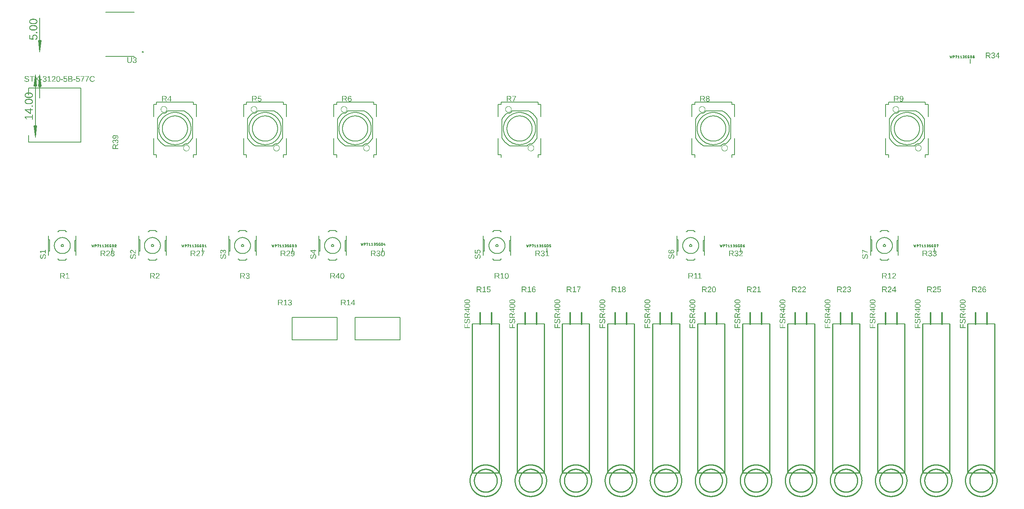
<source format=gbr>
G04 EAGLE Gerber RS-274X export*
G75*
%MOMM*%
%FSLAX34Y34*%
%LPD*%
%INSilkscreen Top*%
%IPPOS*%
%AMOC8*
5,1,8,0,0,1.08239X$1,22.5*%
G01*
G04 Define Apertures*
%ADD10C,0.130000*%
%ADD11C,0.130000*%
%ADD12C,0.127000*%
%ADD13C,0.340000*%
%ADD14C,0.254000*%
%ADD15C,0.330000*%
%ADD16C,0.203200*%
%ADD17C,0.101600*%
%ADD18C,0.152400*%
%ADD19C,0.200000*%
G36*
X256142Y1057925D02*
X256662Y1057942D01*
X257166Y1057972D01*
X257653Y1058012D01*
X258124Y1058065D01*
X258579Y1058129D01*
X259018Y1058205D01*
X259440Y1058293D01*
X259846Y1058393D01*
X260235Y1058504D01*
X260609Y1058626D01*
X260966Y1058761D01*
X261306Y1058907D01*
X261631Y1059065D01*
X261939Y1059234D01*
X262231Y1059416D01*
X262506Y1059609D01*
X262763Y1059813D01*
X263002Y1060029D01*
X263224Y1060257D01*
X263428Y1060496D01*
X263614Y1060747D01*
X263782Y1061009D01*
X263933Y1061283D01*
X264066Y1061569D01*
X264181Y1061866D01*
X264279Y1062175D01*
X264359Y1062496D01*
X264421Y1062828D01*
X264465Y1063171D01*
X264491Y1063527D01*
X264500Y1063893D01*
X264491Y1064260D01*
X264465Y1064616D01*
X264420Y1064960D01*
X264358Y1065293D01*
X264278Y1065615D01*
X264180Y1065925D01*
X264064Y1066224D01*
X263930Y1066511D01*
X263778Y1066787D01*
X263609Y1067052D01*
X263422Y1067305D01*
X263217Y1067547D01*
X262994Y1067778D01*
X262753Y1067997D01*
X262495Y1068205D01*
X262219Y1068402D01*
X261925Y1068587D01*
X261616Y1068760D01*
X261291Y1068921D01*
X260950Y1069070D01*
X260592Y1069207D01*
X260219Y1069333D01*
X259830Y1069446D01*
X259424Y1069548D01*
X259003Y1069637D01*
X258566Y1069715D01*
X258113Y1069780D01*
X257643Y1069834D01*
X257158Y1069876D01*
X256657Y1069906D01*
X256139Y1069923D01*
X255606Y1069929D01*
X254539Y1069907D01*
X253539Y1069839D01*
X253064Y1069787D01*
X252607Y1069725D01*
X252166Y1069651D01*
X251742Y1069566D01*
X251334Y1069469D01*
X250944Y1069362D01*
X250571Y1069242D01*
X250214Y1069112D01*
X249875Y1068970D01*
X249552Y1068816D01*
X249246Y1068652D01*
X248957Y1068476D01*
X248685Y1068288D01*
X248431Y1068087D01*
X248194Y1067874D01*
X247975Y1067649D01*
X247773Y1067411D01*
X247589Y1067160D01*
X247422Y1066897D01*
X247273Y1066622D01*
X247141Y1066334D01*
X247027Y1066033D01*
X246931Y1065720D01*
X246852Y1065394D01*
X246791Y1065056D01*
X246747Y1064706D01*
X246720Y1064343D01*
X246712Y1063967D01*
X246720Y1063581D01*
X246746Y1063208D01*
X246790Y1062849D01*
X246850Y1062502D01*
X246929Y1062169D01*
X247024Y1061849D01*
X247137Y1061542D01*
X247267Y1061248D01*
X247414Y1060968D01*
X247579Y1060700D01*
X247761Y1060446D01*
X247961Y1060205D01*
X248178Y1059977D01*
X248412Y1059763D01*
X248663Y1059561D01*
X248932Y1059373D01*
X249219Y1059197D01*
X249522Y1059032D01*
X249843Y1058879D01*
X250182Y1058737D01*
X250538Y1058606D01*
X250912Y1058487D01*
X251303Y1058379D01*
X251711Y1058282D01*
X252137Y1058197D01*
X252580Y1058123D01*
X253041Y1058061D01*
X253519Y1058010D01*
X254015Y1057970D01*
X254528Y1057942D01*
X255606Y1057919D01*
X256142Y1057925D01*
G37*
%LPC*%
G36*
X254692Y1060166D02*
X253844Y1060207D01*
X253063Y1060277D01*
X252349Y1060374D01*
X251701Y1060499D01*
X251121Y1060652D01*
X250606Y1060833D01*
X250159Y1061041D01*
X249771Y1061281D01*
X249434Y1061558D01*
X249150Y1061870D01*
X248917Y1062217D01*
X248736Y1062601D01*
X248665Y1062806D01*
X248606Y1063021D01*
X248561Y1063244D01*
X248529Y1063476D01*
X248509Y1063717D01*
X248503Y1063967D01*
X248509Y1064211D01*
X248529Y1064446D01*
X248562Y1064673D01*
X248608Y1064891D01*
X248667Y1065100D01*
X248739Y1065300D01*
X248923Y1065674D01*
X249159Y1066013D01*
X249448Y1066317D01*
X249790Y1066586D01*
X250184Y1066819D01*
X250636Y1067022D01*
X251153Y1067198D01*
X251734Y1067346D01*
X252380Y1067468D01*
X253090Y1067563D01*
X253864Y1067630D01*
X254703Y1067671D01*
X255606Y1067684D01*
X256479Y1067670D01*
X257293Y1067628D01*
X258049Y1067557D01*
X258747Y1067457D01*
X259386Y1067330D01*
X259967Y1067174D01*
X260490Y1066989D01*
X260955Y1066776D01*
X261363Y1066533D01*
X261717Y1066257D01*
X262016Y1065949D01*
X262261Y1065608D01*
X262364Y1065425D01*
X262452Y1065234D01*
X262527Y1065035D01*
X262588Y1064828D01*
X262636Y1064613D01*
X262670Y1064389D01*
X262690Y1064158D01*
X262697Y1063918D01*
X262690Y1063677D01*
X262670Y1063444D01*
X262637Y1063219D01*
X262590Y1063003D01*
X262530Y1062795D01*
X262457Y1062595D01*
X262271Y1062220D01*
X262031Y1061879D01*
X261738Y1061571D01*
X261391Y1061295D01*
X260992Y1061053D01*
X260535Y1060842D01*
X260016Y1060659D01*
X259435Y1060504D01*
X258793Y1060377D01*
X258089Y1060279D01*
X257323Y1060208D01*
X256495Y1060166D01*
X255606Y1060152D01*
X254692Y1060166D01*
G37*
%LPD*%
G36*
X256142Y1071894D02*
X256662Y1071911D01*
X257166Y1071940D01*
X257653Y1071981D01*
X258124Y1072034D01*
X258579Y1072098D01*
X259018Y1072174D01*
X259440Y1072262D01*
X259846Y1072361D01*
X260235Y1072472D01*
X260609Y1072595D01*
X260966Y1072730D01*
X261306Y1072876D01*
X261631Y1073034D01*
X261939Y1073203D01*
X262231Y1073384D01*
X262506Y1073577D01*
X262763Y1073782D01*
X263002Y1073998D01*
X263224Y1074226D01*
X263428Y1074465D01*
X263614Y1074716D01*
X263782Y1074978D01*
X263933Y1075252D01*
X264066Y1075538D01*
X264181Y1075835D01*
X264279Y1076144D01*
X264359Y1076464D01*
X264421Y1076797D01*
X264465Y1077140D01*
X264491Y1077495D01*
X264500Y1077862D01*
X264491Y1078229D01*
X264465Y1078585D01*
X264420Y1078929D01*
X264358Y1079262D01*
X264278Y1079583D01*
X264180Y1079894D01*
X264064Y1080192D01*
X263930Y1080480D01*
X263778Y1080756D01*
X263609Y1081021D01*
X263422Y1081274D01*
X263217Y1081516D01*
X262994Y1081747D01*
X262753Y1081966D01*
X262495Y1082174D01*
X262219Y1082371D01*
X261925Y1082556D01*
X261616Y1082729D01*
X261291Y1082890D01*
X260950Y1083039D01*
X260592Y1083176D01*
X260219Y1083302D01*
X259830Y1083415D01*
X259424Y1083516D01*
X259003Y1083606D01*
X258566Y1083683D01*
X258113Y1083749D01*
X257643Y1083803D01*
X257158Y1083844D01*
X256657Y1083874D01*
X256139Y1083892D01*
X255606Y1083898D01*
X254539Y1083875D01*
X253539Y1083807D01*
X253064Y1083756D01*
X252607Y1083694D01*
X252166Y1083620D01*
X251742Y1083535D01*
X251334Y1083438D01*
X250944Y1083330D01*
X250571Y1083211D01*
X250214Y1083080D01*
X249875Y1082938D01*
X249552Y1082785D01*
X249246Y1082620D01*
X248957Y1082444D01*
X248685Y1082256D01*
X248431Y1082056D01*
X248194Y1081843D01*
X247975Y1081617D01*
X247773Y1081379D01*
X247589Y1081129D01*
X247422Y1080866D01*
X247273Y1080590D01*
X247141Y1080302D01*
X247027Y1080002D01*
X246931Y1079689D01*
X246852Y1079363D01*
X246791Y1079025D01*
X246747Y1078675D01*
X246720Y1078311D01*
X246712Y1077936D01*
X246720Y1077550D01*
X246746Y1077177D01*
X246790Y1076817D01*
X246850Y1076471D01*
X246929Y1076138D01*
X247024Y1075818D01*
X247137Y1075511D01*
X247267Y1075217D01*
X247414Y1074936D01*
X247579Y1074669D01*
X247761Y1074415D01*
X247961Y1074174D01*
X248178Y1073946D01*
X248412Y1073731D01*
X248663Y1073530D01*
X248932Y1073341D01*
X249219Y1073165D01*
X249522Y1073001D01*
X249843Y1072847D01*
X250182Y1072705D01*
X250538Y1072575D01*
X250912Y1072456D01*
X251303Y1072348D01*
X251711Y1072251D01*
X252137Y1072166D01*
X252580Y1072092D01*
X253041Y1072030D01*
X253519Y1071979D01*
X254015Y1071939D01*
X254528Y1071910D01*
X255606Y1071888D01*
X256142Y1071894D01*
G37*
%LPC*%
G36*
X254692Y1074134D02*
X253844Y1074176D01*
X253063Y1074246D01*
X252349Y1074343D01*
X251701Y1074468D01*
X251121Y1074621D01*
X250606Y1074801D01*
X250159Y1075010D01*
X249771Y1075250D01*
X249434Y1075526D01*
X249150Y1075838D01*
X248917Y1076186D01*
X248736Y1076570D01*
X248665Y1076775D01*
X248606Y1076989D01*
X248561Y1077212D01*
X248529Y1077445D01*
X248509Y1077686D01*
X248503Y1077936D01*
X248509Y1078180D01*
X248529Y1078415D01*
X248562Y1078642D01*
X248608Y1078859D01*
X248667Y1079068D01*
X248739Y1079269D01*
X248923Y1079643D01*
X249159Y1079982D01*
X249448Y1080286D01*
X249790Y1080554D01*
X250184Y1080788D01*
X250636Y1080991D01*
X251153Y1081167D01*
X251734Y1081315D01*
X252380Y1081437D01*
X253090Y1081531D01*
X253864Y1081599D01*
X254703Y1081640D01*
X255606Y1081653D01*
X256479Y1081639D01*
X257293Y1081596D01*
X258049Y1081525D01*
X258747Y1081426D01*
X259386Y1081298D01*
X259967Y1081142D01*
X260490Y1080958D01*
X260955Y1080745D01*
X261363Y1080502D01*
X261717Y1080226D01*
X262016Y1079918D01*
X262261Y1079577D01*
X262364Y1079394D01*
X262452Y1079203D01*
X262527Y1079004D01*
X262588Y1078797D01*
X262636Y1078582D01*
X262670Y1078358D01*
X262690Y1078127D01*
X262697Y1077887D01*
X262690Y1077646D01*
X262670Y1077413D01*
X262637Y1077188D01*
X262590Y1076972D01*
X262530Y1076764D01*
X262457Y1076564D01*
X262271Y1076189D01*
X262031Y1075848D01*
X261738Y1075539D01*
X261391Y1075264D01*
X260992Y1075022D01*
X260535Y1074811D01*
X260016Y1074628D01*
X259435Y1074473D01*
X258793Y1074346D01*
X258089Y1074247D01*
X257323Y1074177D01*
X256495Y1074135D01*
X255606Y1074120D01*
X254692Y1074134D01*
G37*
%LPD*%
G36*
X260876Y1037121D02*
X261331Y1037271D01*
X261758Y1037454D01*
X262154Y1037672D01*
X262521Y1037923D01*
X262859Y1038209D01*
X263167Y1038529D01*
X263445Y1038883D01*
X263693Y1039269D01*
X263907Y1039683D01*
X264088Y1040127D01*
X264237Y1040601D01*
X264352Y1041103D01*
X264434Y1041634D01*
X264484Y1042195D01*
X264500Y1042784D01*
X264494Y1043140D01*
X264476Y1043485D01*
X264445Y1043821D01*
X264402Y1044147D01*
X264347Y1044463D01*
X264280Y1044770D01*
X264108Y1045353D01*
X263887Y1045897D01*
X263617Y1046401D01*
X263298Y1046867D01*
X262930Y1047293D01*
X262519Y1047674D01*
X262072Y1048004D01*
X261588Y1048283D01*
X261068Y1048512D01*
X260795Y1048607D01*
X260512Y1048690D01*
X260220Y1048760D01*
X259919Y1048817D01*
X259609Y1048861D01*
X259290Y1048893D01*
X258961Y1048912D01*
X258624Y1048918D01*
X258037Y1048895D01*
X257478Y1048824D01*
X256948Y1048705D01*
X256446Y1048539D01*
X255973Y1048326D01*
X255528Y1048066D01*
X255111Y1047758D01*
X254723Y1047403D01*
X254372Y1047008D01*
X254068Y1046581D01*
X253811Y1046121D01*
X253600Y1045629D01*
X253437Y1045104D01*
X253320Y1044547D01*
X253249Y1043958D01*
X253226Y1043336D01*
X253243Y1042814D01*
X253295Y1042313D01*
X253381Y1041834D01*
X253502Y1041376D01*
X253657Y1040941D01*
X253847Y1040528D01*
X254071Y1040136D01*
X254330Y1039766D01*
X248846Y1040098D01*
X248846Y1047912D01*
X246969Y1047912D01*
X246969Y1038086D01*
X256269Y1037509D01*
X256269Y1039668D01*
X255956Y1040055D01*
X255692Y1040441D01*
X255477Y1040827D01*
X255312Y1041214D01*
X255188Y1041608D01*
X255100Y1042017D01*
X255047Y1042442D01*
X255029Y1042882D01*
X255045Y1043301D01*
X255092Y1043697D01*
X255171Y1044071D01*
X255281Y1044424D01*
X255422Y1044754D01*
X255595Y1045062D01*
X255800Y1045348D01*
X256035Y1045612D01*
X256297Y1045849D01*
X256578Y1046055D01*
X256878Y1046229D01*
X257198Y1046371D01*
X257537Y1046482D01*
X257896Y1046561D01*
X258275Y1046608D01*
X258673Y1046624D01*
X259130Y1046608D01*
X259561Y1046561D01*
X259968Y1046483D01*
X260349Y1046373D01*
X260705Y1046231D01*
X261037Y1046058D01*
X261343Y1045854D01*
X261624Y1045618D01*
X261875Y1045355D01*
X262093Y1045067D01*
X262278Y1044755D01*
X262429Y1044419D01*
X262546Y1044059D01*
X262630Y1043674D01*
X262680Y1043266D01*
X262697Y1042833D01*
X262687Y1042480D01*
X262657Y1042144D01*
X262607Y1041825D01*
X262537Y1041523D01*
X262447Y1041238D01*
X262336Y1040971D01*
X262206Y1040720D01*
X262056Y1040487D01*
X261886Y1040271D01*
X261695Y1040072D01*
X261485Y1039890D01*
X261255Y1039726D01*
X261004Y1039578D01*
X260734Y1039448D01*
X260443Y1039335D01*
X260133Y1039239D01*
X260391Y1037006D01*
X260876Y1037121D01*
G37*
G36*
X264255Y1054655D02*
X261568Y1054655D01*
X261568Y1052263D01*
X264255Y1052263D01*
X264255Y1054655D01*
G37*
G36*
X246142Y894073D02*
X246662Y894090D01*
X247166Y894120D01*
X247653Y894161D01*
X248124Y894213D01*
X248579Y894277D01*
X249018Y894353D01*
X249440Y894441D01*
X249846Y894541D01*
X250235Y894652D01*
X250609Y894774D01*
X250966Y894909D01*
X251306Y895055D01*
X251631Y895213D01*
X251939Y895382D01*
X252231Y895564D01*
X252506Y895757D01*
X252763Y895961D01*
X253002Y896177D01*
X253224Y896405D01*
X253428Y896644D01*
X253614Y896895D01*
X253782Y897157D01*
X253933Y897431D01*
X254066Y897717D01*
X254181Y898014D01*
X254279Y898323D01*
X254359Y898644D01*
X254421Y898976D01*
X254465Y899319D01*
X254491Y899675D01*
X254500Y900042D01*
X254491Y900408D01*
X254465Y900764D01*
X254420Y901108D01*
X254358Y901441D01*
X254278Y901763D01*
X254180Y902073D01*
X254064Y902372D01*
X253930Y902659D01*
X253778Y902935D01*
X253609Y903200D01*
X253422Y903453D01*
X253217Y903695D01*
X252994Y903926D01*
X252753Y904145D01*
X252495Y904353D01*
X252219Y904550D01*
X251925Y904735D01*
X251616Y904908D01*
X251291Y905069D01*
X250950Y905218D01*
X250592Y905355D01*
X250219Y905481D01*
X249830Y905594D01*
X249424Y905696D01*
X249003Y905785D01*
X248566Y905863D01*
X248113Y905928D01*
X247643Y905982D01*
X247158Y906024D01*
X246657Y906054D01*
X246139Y906071D01*
X245606Y906077D01*
X244539Y906055D01*
X243539Y905987D01*
X243064Y905935D01*
X242607Y905873D01*
X242166Y905799D01*
X241742Y905714D01*
X241334Y905617D01*
X240944Y905510D01*
X240571Y905390D01*
X240214Y905260D01*
X239875Y905118D01*
X239552Y904964D01*
X239246Y904800D01*
X238957Y904624D01*
X238685Y904436D01*
X238431Y904235D01*
X238194Y904022D01*
X237975Y903797D01*
X237773Y903559D01*
X237589Y903308D01*
X237422Y903045D01*
X237273Y902770D01*
X237141Y902482D01*
X237027Y902181D01*
X236931Y901868D01*
X236852Y901542D01*
X236791Y901204D01*
X236747Y900854D01*
X236720Y900491D01*
X236712Y900115D01*
X236720Y899729D01*
X236746Y899356D01*
X236790Y898997D01*
X236850Y898650D01*
X236929Y898317D01*
X237024Y897997D01*
X237137Y897690D01*
X237267Y897396D01*
X237414Y897116D01*
X237579Y896848D01*
X237761Y896594D01*
X237961Y896353D01*
X238178Y896125D01*
X238412Y895911D01*
X238663Y895709D01*
X238932Y895521D01*
X239219Y895345D01*
X239522Y895180D01*
X239843Y895027D01*
X240182Y894885D01*
X240538Y894754D01*
X240912Y894635D01*
X241303Y894527D01*
X241711Y894430D01*
X242137Y894345D01*
X242580Y894271D01*
X243041Y894209D01*
X243519Y894158D01*
X244015Y894118D01*
X244528Y894090D01*
X245606Y894067D01*
X246142Y894073D01*
G37*
%LPC*%
G36*
X244692Y896314D02*
X243844Y896355D01*
X243063Y896425D01*
X242349Y896522D01*
X241701Y896647D01*
X241121Y896800D01*
X240606Y896981D01*
X240159Y897189D01*
X239771Y897429D01*
X239434Y897706D01*
X239150Y898018D01*
X238917Y898365D01*
X238736Y898749D01*
X238665Y898954D01*
X238606Y899169D01*
X238561Y899392D01*
X238529Y899624D01*
X238509Y899865D01*
X238503Y900115D01*
X238509Y900359D01*
X238529Y900594D01*
X238562Y900821D01*
X238608Y901039D01*
X238667Y901248D01*
X238739Y901448D01*
X238923Y901822D01*
X239159Y902161D01*
X239448Y902465D01*
X239790Y902734D01*
X240184Y902967D01*
X240636Y903170D01*
X241153Y903346D01*
X241734Y903495D01*
X242380Y903616D01*
X243090Y903711D01*
X243864Y903778D01*
X244703Y903819D01*
X245606Y903832D01*
X246479Y903818D01*
X247293Y903776D01*
X248049Y903705D01*
X248747Y903605D01*
X249386Y903478D01*
X249967Y903322D01*
X250490Y903137D01*
X250955Y902925D01*
X251363Y902681D01*
X251717Y902405D01*
X252016Y902097D01*
X252261Y901756D01*
X252364Y901573D01*
X252452Y901382D01*
X252527Y901183D01*
X252588Y900976D01*
X252636Y900761D01*
X252670Y900537D01*
X252690Y900306D01*
X252697Y900066D01*
X252690Y899825D01*
X252670Y899592D01*
X252637Y899367D01*
X252590Y899151D01*
X252530Y898943D01*
X252457Y898743D01*
X252271Y898368D01*
X252031Y898027D01*
X251738Y897719D01*
X251391Y897443D01*
X250992Y897201D01*
X250535Y896990D01*
X250016Y896807D01*
X249435Y896652D01*
X248793Y896525D01*
X248089Y896427D01*
X247323Y896356D01*
X246495Y896314D01*
X245606Y896300D01*
X244692Y896314D01*
G37*
%LPD*%
G36*
X246142Y908042D02*
X246662Y908059D01*
X247166Y908088D01*
X247653Y908129D01*
X248124Y908182D01*
X248579Y908246D01*
X249018Y908322D01*
X249440Y908410D01*
X249846Y908509D01*
X250235Y908620D01*
X250609Y908743D01*
X250966Y908878D01*
X251306Y909024D01*
X251631Y909182D01*
X251939Y909351D01*
X252231Y909532D01*
X252506Y909725D01*
X252763Y909930D01*
X253002Y910146D01*
X253224Y910374D01*
X253428Y910613D01*
X253614Y910864D01*
X253782Y911126D01*
X253933Y911400D01*
X254066Y911686D01*
X254181Y911983D01*
X254279Y912292D01*
X254359Y912612D01*
X254421Y912945D01*
X254465Y913288D01*
X254491Y913643D01*
X254500Y914010D01*
X254491Y914377D01*
X254465Y914733D01*
X254420Y915077D01*
X254358Y915410D01*
X254278Y915732D01*
X254180Y916042D01*
X254064Y916341D01*
X253930Y916628D01*
X253778Y916904D01*
X253609Y917169D01*
X253422Y917422D01*
X253217Y917664D01*
X252994Y917895D01*
X252753Y918114D01*
X252495Y918322D01*
X252219Y918519D01*
X251925Y918704D01*
X251616Y918877D01*
X251291Y919038D01*
X250950Y919187D01*
X250592Y919324D01*
X250219Y919450D01*
X249830Y919563D01*
X249424Y919664D01*
X249003Y919754D01*
X248566Y919831D01*
X248113Y919897D01*
X247643Y919951D01*
X247158Y919992D01*
X246657Y920022D01*
X246139Y920040D01*
X245606Y920046D01*
X244539Y920023D01*
X243539Y919955D01*
X243064Y919904D01*
X242607Y919842D01*
X242166Y919768D01*
X241742Y919683D01*
X241334Y919586D01*
X240944Y919478D01*
X240571Y919359D01*
X240214Y919228D01*
X239875Y919086D01*
X239552Y918933D01*
X239246Y918768D01*
X238957Y918592D01*
X238685Y918404D01*
X238431Y918204D01*
X238194Y917991D01*
X237975Y917765D01*
X237773Y917527D01*
X237589Y917277D01*
X237422Y917014D01*
X237273Y916738D01*
X237141Y916450D01*
X237027Y916150D01*
X236931Y915837D01*
X236852Y915511D01*
X236791Y915173D01*
X236747Y914823D01*
X236720Y914459D01*
X236712Y914084D01*
X236720Y913698D01*
X236746Y913325D01*
X236790Y912965D01*
X236850Y912619D01*
X236929Y912286D01*
X237024Y911966D01*
X237137Y911659D01*
X237267Y911365D01*
X237414Y911084D01*
X237579Y910817D01*
X237761Y910563D01*
X237961Y910322D01*
X238178Y910094D01*
X238412Y909879D01*
X238663Y909678D01*
X238932Y909489D01*
X239219Y909313D01*
X239522Y909149D01*
X239843Y908995D01*
X240182Y908853D01*
X240538Y908723D01*
X240912Y908604D01*
X241303Y908496D01*
X241711Y908399D01*
X242137Y908314D01*
X242580Y908240D01*
X243041Y908178D01*
X243519Y908127D01*
X244015Y908087D01*
X244528Y908058D01*
X245606Y908036D01*
X246142Y908042D01*
G37*
%LPC*%
G36*
X244692Y910282D02*
X243844Y910324D01*
X243063Y910394D01*
X242349Y910491D01*
X241701Y910616D01*
X241121Y910769D01*
X240606Y910949D01*
X240159Y911158D01*
X239771Y911398D01*
X239434Y911674D01*
X239150Y911986D01*
X238917Y912334D01*
X238736Y912718D01*
X238665Y912923D01*
X238606Y913137D01*
X238561Y913361D01*
X238529Y913593D01*
X238509Y913834D01*
X238503Y914084D01*
X238509Y914328D01*
X238529Y914563D01*
X238562Y914790D01*
X238608Y915007D01*
X238667Y915216D01*
X238739Y915417D01*
X238923Y915791D01*
X239159Y916130D01*
X239448Y916434D01*
X239790Y916702D01*
X240184Y916936D01*
X240636Y917139D01*
X241153Y917315D01*
X241734Y917463D01*
X242380Y917585D01*
X243090Y917679D01*
X243864Y917747D01*
X244703Y917788D01*
X245606Y917801D01*
X246479Y917787D01*
X247293Y917744D01*
X248049Y917673D01*
X248747Y917574D01*
X249386Y917446D01*
X249967Y917290D01*
X250490Y917106D01*
X250955Y916893D01*
X251363Y916650D01*
X251717Y916374D01*
X252016Y916066D01*
X252261Y915725D01*
X252364Y915542D01*
X252452Y915351D01*
X252527Y915152D01*
X252588Y914945D01*
X252636Y914730D01*
X252670Y914506D01*
X252690Y914275D01*
X252697Y914035D01*
X252690Y913794D01*
X252670Y913561D01*
X252637Y913336D01*
X252590Y913120D01*
X252530Y912912D01*
X252457Y912712D01*
X252271Y912337D01*
X252031Y911996D01*
X251738Y911687D01*
X251391Y911412D01*
X250992Y911170D01*
X250535Y910959D01*
X250016Y910776D01*
X249435Y910621D01*
X248793Y910494D01*
X248089Y910395D01*
X247323Y910325D01*
X246495Y910283D01*
X245606Y910269D01*
X244692Y910282D01*
G37*
%LPD*%
G36*
X250342Y880871D02*
X254255Y880871D01*
X254255Y882956D01*
X250342Y882956D01*
X250342Y885385D01*
X248599Y885385D01*
X248599Y882956D01*
X236969Y882956D01*
X236969Y880638D01*
X248624Y872725D01*
X250342Y872725D01*
X250342Y880871D01*
G37*
%LPC*%
G36*
X248354Y874957D02*
X247446Y875620D01*
X240920Y880049D01*
X240601Y880248D01*
X240110Y880527D01*
X239460Y880871D01*
X248599Y880871D01*
X248599Y874761D01*
X248354Y874957D01*
G37*
%LPD*%
G36*
X254255Y870926D02*
X252378Y870926D01*
X252378Y866718D01*
X236969Y866718D01*
X236969Y864681D01*
X239779Y860596D01*
X241864Y860596D01*
X239079Y864497D01*
X252378Y864497D01*
X252378Y860093D01*
X254255Y860093D01*
X254255Y870926D01*
G37*
G36*
X254255Y890803D02*
X251568Y890803D01*
X251568Y888411D01*
X254255Y888411D01*
X254255Y890803D01*
G37*
G36*
X338854Y944086D02*
X339345Y944129D01*
X339807Y944201D01*
X340240Y944301D01*
X340643Y944430D01*
X341017Y944588D01*
X341361Y944774D01*
X341676Y944989D01*
X341958Y945230D01*
X342202Y945493D01*
X342409Y945780D01*
X342578Y946089D01*
X342709Y946421D01*
X342803Y946776D01*
X342860Y947154D01*
X342878Y947555D01*
X342866Y947858D01*
X342828Y948147D01*
X342766Y948423D01*
X342679Y948686D01*
X342566Y948935D01*
X342429Y949172D01*
X342267Y949394D01*
X342080Y949604D01*
X341967Y949708D01*
X341870Y949797D01*
X341639Y949970D01*
X341386Y950123D01*
X341113Y950257D01*
X340818Y950370D01*
X340502Y950464D01*
X340165Y950537D01*
X339808Y950591D01*
X340080Y950662D01*
X340337Y950749D01*
X340578Y950851D01*
X340803Y950968D01*
X341013Y951101D01*
X341206Y951249D01*
X341284Y951321D01*
X341383Y951412D01*
X341545Y951591D01*
X341689Y951783D01*
X341813Y951986D01*
X341919Y952200D01*
X342005Y952425D01*
X342073Y952661D01*
X342121Y952907D01*
X342149Y953165D01*
X342159Y953434D01*
X342142Y953797D01*
X342091Y954137D01*
X342006Y954453D01*
X341887Y954747D01*
X341734Y955016D01*
X341547Y955262D01*
X341326Y955485D01*
X341071Y955684D01*
X340782Y955860D01*
X340459Y956012D01*
X340102Y956141D01*
X339711Y956247D01*
X339286Y956329D01*
X338827Y956387D01*
X338334Y956423D01*
X337807Y956434D01*
X333315Y956434D01*
X333315Y944072D01*
X338334Y944072D01*
X338854Y944086D01*
G37*
%LPC*%
G36*
X334991Y945414D02*
X334991Y949872D01*
X338114Y949872D01*
X338486Y949863D01*
X338834Y949837D01*
X339158Y949795D01*
X339458Y949735D01*
X339734Y949658D01*
X339985Y949564D01*
X340213Y949453D01*
X340417Y949325D01*
X340597Y949180D01*
X340753Y949018D01*
X340885Y948839D01*
X340993Y948643D01*
X341077Y948429D01*
X341137Y948199D01*
X341173Y947951D01*
X341185Y947687D01*
X341174Y947413D01*
X341141Y947156D01*
X341086Y946917D01*
X341010Y946695D01*
X340911Y946491D01*
X340790Y946305D01*
X340648Y946136D01*
X340483Y945985D01*
X340295Y945851D01*
X340080Y945735D01*
X339839Y945637D01*
X339573Y945557D01*
X339280Y945495D01*
X338961Y945450D01*
X338617Y945423D01*
X338246Y945414D01*
X334991Y945414D01*
G37*
G36*
X334991Y951179D02*
X334991Y955092D01*
X337807Y955092D01*
X338122Y955085D01*
X338418Y955065D01*
X338695Y955032D01*
X338952Y954985D01*
X339190Y954924D01*
X339409Y954850D01*
X339609Y954763D01*
X339790Y954662D01*
X339950Y954546D01*
X340089Y954411D01*
X340207Y954259D01*
X340303Y954090D01*
X340378Y953902D01*
X340432Y953696D01*
X340464Y953473D01*
X340474Y953232D01*
X340464Y952979D01*
X340433Y952744D01*
X340381Y952525D01*
X340309Y952323D01*
X340216Y952138D01*
X340102Y951969D01*
X339967Y951818D01*
X339812Y951683D01*
X339636Y951565D01*
X339438Y951463D01*
X339219Y951376D01*
X338979Y951305D01*
X338718Y951250D01*
X338436Y951210D01*
X338132Y951187D01*
X337807Y951179D01*
X334991Y951179D01*
G37*
%LPD*%
G36*
X311109Y943903D02*
X311364Y943922D01*
X311610Y943954D01*
X311848Y943999D01*
X312078Y944056D01*
X312300Y944126D01*
X312719Y944305D01*
X313106Y944534D01*
X313460Y944815D01*
X313782Y945146D01*
X314071Y945529D01*
X314327Y945959D01*
X314549Y946436D01*
X314737Y946959D01*
X314891Y947527D01*
X315010Y948141D01*
X315095Y948801D01*
X315147Y949506D01*
X315164Y950258D01*
X315147Y951021D01*
X315099Y951736D01*
X315017Y952403D01*
X314904Y953021D01*
X314757Y953592D01*
X314579Y954114D01*
X314368Y954587D01*
X314124Y955013D01*
X313846Y955389D01*
X313533Y955715D01*
X313183Y955991D01*
X312798Y956217D01*
X312377Y956393D01*
X312153Y956462D01*
X311920Y956518D01*
X311679Y956562D01*
X311428Y956594D01*
X311168Y956612D01*
X310900Y956619D01*
X310623Y956612D01*
X310357Y956594D01*
X310100Y956563D01*
X309852Y956519D01*
X309614Y956464D01*
X309385Y956395D01*
X308955Y956222D01*
X308563Y955998D01*
X308209Y955725D01*
X307893Y955403D01*
X307614Y955031D01*
X307370Y954609D01*
X307159Y954137D01*
X306980Y953615D01*
X306834Y953043D01*
X306720Y952422D01*
X306639Y951750D01*
X306590Y951029D01*
X306574Y950258D01*
X306591Y949502D01*
X306641Y948793D01*
X306725Y948131D01*
X306842Y947516D01*
X306992Y946947D01*
X307176Y946425D01*
X307394Y945949D01*
X307644Y945520D01*
X307929Y945139D01*
X308246Y944810D01*
X308597Y944531D01*
X308980Y944302D01*
X309397Y944125D01*
X309847Y943998D01*
X310085Y943954D01*
X310330Y943922D01*
X310585Y943903D01*
X310847Y943897D01*
X311109Y943903D01*
G37*
%LPC*%
G36*
X310525Y945205D02*
X310210Y945263D01*
X309918Y945358D01*
X309650Y945491D01*
X309406Y945663D01*
X309186Y945872D01*
X308989Y946120D01*
X308816Y946406D01*
X308665Y946733D01*
X308534Y947104D01*
X308423Y947519D01*
X308332Y947979D01*
X308262Y948482D01*
X308211Y949030D01*
X308181Y949622D01*
X308171Y950258D01*
X308181Y950912D01*
X308211Y951518D01*
X308260Y952076D01*
X308330Y952587D01*
X308419Y953050D01*
X308529Y953466D01*
X308658Y953833D01*
X308807Y954153D01*
X308979Y954431D01*
X309176Y954671D01*
X309399Y954875D01*
X309648Y955042D01*
X309923Y955171D01*
X310223Y955264D01*
X310548Y955319D01*
X310900Y955338D01*
X311242Y955319D01*
X311560Y955263D01*
X311853Y955169D01*
X312120Y955037D01*
X312363Y954868D01*
X312580Y954662D01*
X312772Y954417D01*
X312939Y954136D01*
X313084Y953812D01*
X313210Y953443D01*
X313316Y953027D01*
X313403Y952565D01*
X313471Y952057D01*
X313519Y951504D01*
X313548Y950904D01*
X313558Y950258D01*
X313548Y949634D01*
X313517Y949051D01*
X313467Y948511D01*
X313396Y948012D01*
X313304Y947554D01*
X313193Y947139D01*
X313061Y946765D01*
X312909Y946432D01*
X312735Y946140D01*
X312538Y945887D01*
X312317Y945673D01*
X312073Y945498D01*
X311806Y945362D01*
X311515Y945264D01*
X311202Y945206D01*
X310864Y945186D01*
X310525Y945205D01*
G37*
%LPD*%
G36*
X241610Y943911D02*
X242167Y943955D01*
X242689Y944029D01*
X243177Y944131D01*
X243631Y944263D01*
X244051Y944425D01*
X244437Y944615D01*
X244788Y944835D01*
X245102Y945082D01*
X245374Y945353D01*
X245604Y945648D01*
X245792Y945967D01*
X245938Y946311D01*
X246043Y946678D01*
X246105Y947069D01*
X246126Y947485D01*
X246114Y947812D01*
X246079Y948117D01*
X246020Y948400D01*
X245938Y948661D01*
X245834Y948903D01*
X245713Y949128D01*
X245573Y949337D01*
X245416Y949529D01*
X245241Y949707D01*
X245052Y949869D01*
X244849Y950018D01*
X244630Y950152D01*
X244162Y950390D01*
X243661Y950595D01*
X243131Y950771D01*
X242577Y950920D01*
X241441Y951188D01*
X240661Y951369D01*
X240022Y951535D01*
X239524Y951687D01*
X239169Y951824D01*
X238900Y951960D01*
X238665Y952111D01*
X238464Y952276D01*
X238296Y952455D01*
X238163Y952654D01*
X238069Y952878D01*
X238012Y953126D01*
X237993Y953399D01*
X238005Y953635D01*
X238042Y953855D01*
X238103Y954061D01*
X238188Y954252D01*
X238298Y954428D01*
X238432Y954588D01*
X238591Y954733D01*
X238774Y954864D01*
X238980Y954979D01*
X239208Y955079D01*
X239458Y955163D01*
X239730Y955232D01*
X240024Y955286D01*
X240340Y955324D01*
X240678Y955348D01*
X241037Y955355D01*
X241366Y955348D01*
X241676Y955328D01*
X241968Y955293D01*
X242242Y955244D01*
X242497Y955182D01*
X242733Y955106D01*
X242952Y955016D01*
X243152Y954912D01*
X243335Y954793D01*
X243503Y954657D01*
X243655Y954504D01*
X243792Y954334D01*
X243914Y954148D01*
X244020Y953944D01*
X244111Y953724D01*
X244187Y953486D01*
X245837Y953776D01*
X245714Y954150D01*
X245571Y954496D01*
X245407Y954813D01*
X245222Y955102D01*
X245017Y955362D01*
X244790Y955595D01*
X244543Y955798D01*
X244275Y955974D01*
X243981Y956125D01*
X243656Y956256D01*
X243300Y956367D01*
X242913Y956457D01*
X242495Y956528D01*
X242046Y956578D01*
X241566Y956609D01*
X241055Y956619D01*
X240505Y956605D01*
X239989Y956565D01*
X239505Y956498D01*
X239053Y956404D01*
X238635Y956283D01*
X238249Y956135D01*
X237896Y955960D01*
X237576Y955759D01*
X237291Y955532D01*
X237044Y955283D01*
X236836Y955012D01*
X236665Y954717D01*
X236532Y954400D01*
X236437Y954059D01*
X236380Y953697D01*
X236361Y953311D01*
X236375Y952974D01*
X236419Y952657D01*
X236492Y952360D01*
X236593Y952083D01*
X236723Y951823D01*
X236877Y951581D01*
X237058Y951356D01*
X237265Y951148D01*
X237504Y950953D01*
X237783Y950768D01*
X238103Y950591D01*
X238462Y950424D01*
X238886Y950262D01*
X239398Y950100D01*
X239998Y949937D01*
X240686Y949775D01*
X242222Y949415D01*
X242556Y949327D01*
X242867Y949229D01*
X243153Y949121D01*
X243415Y949003D01*
X243651Y948872D01*
X243859Y948724D01*
X244039Y948560D01*
X244192Y948380D01*
X244312Y948177D01*
X244399Y947946D01*
X244451Y947686D01*
X244468Y947397D01*
X244454Y947136D01*
X244413Y946890D01*
X244344Y946661D01*
X244247Y946449D01*
X244123Y946252D01*
X243972Y946072D01*
X243793Y945908D01*
X243586Y945761D01*
X243354Y945630D01*
X243099Y945517D01*
X242821Y945422D01*
X242519Y945343D01*
X242194Y945282D01*
X241846Y945239D01*
X241475Y945213D01*
X241081Y945204D01*
X240699Y945212D01*
X240337Y945237D01*
X239996Y945277D01*
X239675Y945334D01*
X239375Y945408D01*
X239096Y945498D01*
X238837Y945604D01*
X238598Y945726D01*
X238380Y945866D01*
X238182Y946024D01*
X238003Y946201D01*
X237844Y946396D01*
X237704Y946610D01*
X237585Y946842D01*
X237485Y947093D01*
X237405Y947362D01*
X235782Y947038D01*
X235887Y946657D01*
X236021Y946301D01*
X236185Y945970D01*
X236379Y945663D01*
X236603Y945381D01*
X236856Y945124D01*
X237139Y944890D01*
X237451Y944682D01*
X237793Y944498D01*
X238165Y944338D01*
X238567Y944203D01*
X238998Y944093D01*
X239459Y944007D01*
X239950Y943946D01*
X240470Y943909D01*
X241020Y943897D01*
X241610Y943911D01*
G37*
G36*
X387168Y943910D02*
X387603Y943949D01*
X388025Y944014D01*
X388433Y944105D01*
X388827Y944222D01*
X389207Y944365D01*
X389573Y944535D01*
X389925Y944730D01*
X390261Y944950D01*
X390578Y945195D01*
X390875Y945463D01*
X391153Y945754D01*
X391411Y946070D01*
X391650Y946410D01*
X391870Y946773D01*
X392071Y947160D01*
X390702Y947845D01*
X390533Y947534D01*
X390355Y947242D01*
X390166Y946971D01*
X389968Y946720D01*
X389759Y946489D01*
X389540Y946278D01*
X389311Y946087D01*
X389072Y945917D01*
X388823Y945766D01*
X388564Y945636D01*
X388295Y945525D01*
X388015Y945435D01*
X387726Y945364D01*
X387427Y945314D01*
X387117Y945284D01*
X386797Y945274D01*
X386304Y945296D01*
X385836Y945360D01*
X385395Y945468D01*
X384980Y945620D01*
X384591Y945814D01*
X384229Y946051D01*
X383892Y946332D01*
X383582Y946656D01*
X383303Y947015D01*
X383062Y947403D01*
X382857Y947818D01*
X382690Y948260D01*
X382560Y948731D01*
X382467Y949230D01*
X382412Y949756D01*
X382393Y950310D01*
X382411Y950870D01*
X382464Y951398D01*
X382553Y951897D01*
X382678Y952364D01*
X382839Y952802D01*
X383035Y953208D01*
X383266Y953584D01*
X383534Y953929D01*
X383833Y954239D01*
X384161Y954507D01*
X384517Y954734D01*
X384902Y954920D01*
X385316Y955064D01*
X385758Y955167D01*
X386228Y955229D01*
X386727Y955250D01*
X387049Y955241D01*
X387359Y955214D01*
X387658Y955170D01*
X387946Y955107D01*
X388223Y955027D01*
X388488Y954929D01*
X388743Y954813D01*
X388987Y954680D01*
X389216Y954529D01*
X389430Y954363D01*
X389627Y954180D01*
X389808Y953982D01*
X389973Y953768D01*
X390121Y953538D01*
X390253Y953292D01*
X390368Y953030D01*
X391956Y953557D01*
X391790Y953924D01*
X391601Y954269D01*
X391391Y954590D01*
X391158Y954888D01*
X390904Y955163D01*
X390627Y955414D01*
X390329Y955642D01*
X390009Y955847D01*
X389667Y956027D01*
X389306Y956184D01*
X388924Y956317D01*
X388522Y956426D01*
X388099Y956510D01*
X387656Y956570D01*
X387193Y956607D01*
X386710Y956619D01*
X386361Y956612D01*
X386023Y956592D01*
X385693Y956560D01*
X385374Y956514D01*
X385064Y956455D01*
X384764Y956383D01*
X384473Y956298D01*
X384192Y956200D01*
X383920Y956088D01*
X383658Y955964D01*
X383406Y955827D01*
X383163Y955676D01*
X382706Y955336D01*
X382288Y954943D01*
X381913Y954504D01*
X381589Y954025D01*
X381315Y953506D01*
X381196Y953231D01*
X381090Y952947D01*
X380997Y952652D01*
X380915Y952348D01*
X380847Y952033D01*
X380791Y951709D01*
X380747Y951374D01*
X380716Y951029D01*
X380697Y950675D01*
X380691Y950310D01*
X380702Y949825D01*
X380736Y949356D01*
X380791Y948904D01*
X380870Y948469D01*
X380970Y948050D01*
X381093Y947648D01*
X381238Y947262D01*
X381406Y946893D01*
X381595Y946542D01*
X381804Y946213D01*
X382034Y945904D01*
X382283Y945616D01*
X382553Y945349D01*
X382844Y945103D01*
X383154Y944878D01*
X383485Y944673D01*
X383834Y944491D01*
X384199Y944333D01*
X384580Y944200D01*
X384976Y944091D01*
X385388Y944006D01*
X385816Y943945D01*
X386259Y943909D01*
X386718Y943897D01*
X387168Y943910D01*
G37*
G36*
X327194Y943914D02*
X327668Y943967D01*
X328113Y944055D01*
X328530Y944177D01*
X328919Y944335D01*
X329280Y944528D01*
X329613Y944756D01*
X329917Y945020D01*
X330190Y945313D01*
X330426Y945633D01*
X330626Y945979D01*
X330789Y946351D01*
X330916Y946749D01*
X331007Y947173D01*
X331062Y947623D01*
X331080Y948099D01*
X331063Y948519D01*
X331012Y948919D01*
X330927Y949298D01*
X330809Y949657D01*
X330656Y949995D01*
X330470Y950314D01*
X330250Y950612D01*
X329996Y950889D01*
X329714Y951140D01*
X329408Y951358D01*
X329079Y951542D01*
X328727Y951692D01*
X328352Y951809D01*
X327954Y951893D01*
X327532Y951943D01*
X327088Y951960D01*
X326714Y951947D01*
X326356Y951910D01*
X326013Y951849D01*
X325686Y951762D01*
X325375Y951651D01*
X325079Y951516D01*
X324799Y951355D01*
X324534Y951170D01*
X324771Y955092D01*
X330360Y955092D01*
X330360Y956434D01*
X323332Y956434D01*
X322920Y949784D01*
X324464Y949784D01*
X324741Y950008D01*
X325017Y950196D01*
X325293Y950350D01*
X325570Y950468D01*
X325852Y950556D01*
X326144Y950620D01*
X326448Y950657D01*
X326763Y950670D01*
X327062Y950659D01*
X327346Y950625D01*
X327613Y950569D01*
X327865Y950490D01*
X328101Y950389D01*
X328322Y950265D01*
X328526Y950119D01*
X328715Y949951D01*
X328885Y949764D01*
X329032Y949563D01*
X329156Y949348D01*
X329258Y949119D01*
X329337Y948876D01*
X329394Y948620D01*
X329428Y948349D01*
X329439Y948064D01*
X329428Y947738D01*
X329394Y947429D01*
X329338Y947138D01*
X329259Y946865D01*
X329158Y946611D01*
X329034Y946374D01*
X328888Y946155D01*
X328720Y945954D01*
X328531Y945774D01*
X328325Y945618D01*
X328102Y945486D01*
X327862Y945378D01*
X327604Y945294D01*
X327329Y945234D01*
X327037Y945198D01*
X326728Y945186D01*
X326475Y945194D01*
X326235Y945215D01*
X326007Y945251D01*
X325791Y945301D01*
X325587Y945365D01*
X325396Y945444D01*
X325217Y945537D01*
X325050Y945645D01*
X324895Y945767D01*
X324753Y945903D01*
X324623Y946053D01*
X324505Y946218D01*
X324400Y946397D01*
X324307Y946590D01*
X324226Y946798D01*
X324157Y947020D01*
X322560Y946836D01*
X322643Y946489D01*
X322750Y946163D01*
X322881Y945858D01*
X323036Y945575D01*
X323216Y945312D01*
X323421Y945071D01*
X323650Y944850D01*
X323903Y944651D01*
X324179Y944474D01*
X324475Y944321D01*
X324793Y944191D01*
X325131Y944085D01*
X325490Y944003D01*
X325870Y943944D01*
X326271Y943908D01*
X326693Y943897D01*
X327194Y943914D01*
G37*
G36*
X355163Y943914D02*
X355636Y943967D01*
X356081Y944055D01*
X356499Y944177D01*
X356888Y944335D01*
X357248Y944528D01*
X357581Y944756D01*
X357886Y945020D01*
X358158Y945313D01*
X358395Y945633D01*
X358594Y945979D01*
X358758Y946351D01*
X358885Y946749D01*
X358976Y947173D01*
X359030Y947623D01*
X359048Y948099D01*
X359032Y948519D01*
X358981Y948919D01*
X358896Y949298D01*
X358778Y949657D01*
X358625Y949995D01*
X358439Y950314D01*
X358219Y950612D01*
X357965Y950889D01*
X357682Y951140D01*
X357377Y951358D01*
X357048Y951542D01*
X356696Y951692D01*
X356321Y951809D01*
X355923Y951893D01*
X355501Y951943D01*
X355056Y951960D01*
X354683Y951947D01*
X354324Y951910D01*
X353982Y951849D01*
X353655Y951762D01*
X353343Y951651D01*
X353048Y951516D01*
X352768Y951355D01*
X352503Y951170D01*
X352740Y955092D01*
X358329Y955092D01*
X358329Y956434D01*
X351301Y956434D01*
X350889Y949784D01*
X352433Y949784D01*
X352709Y950008D01*
X352986Y950196D01*
X353262Y950350D01*
X353539Y950468D01*
X353820Y950556D01*
X354113Y950620D01*
X354417Y950657D01*
X354732Y950670D01*
X355031Y950659D01*
X355314Y950625D01*
X355582Y950569D01*
X355834Y950490D01*
X356070Y950389D01*
X356290Y950265D01*
X356495Y950119D01*
X356684Y949951D01*
X356854Y949764D01*
X357001Y949563D01*
X357125Y949348D01*
X357227Y949119D01*
X357306Y948876D01*
X357363Y948620D01*
X357396Y948349D01*
X357408Y948064D01*
X357397Y947738D01*
X357363Y947429D01*
X357307Y947138D01*
X357228Y946865D01*
X357127Y946611D01*
X357003Y946374D01*
X356857Y946155D01*
X356688Y945954D01*
X356500Y945774D01*
X356294Y945618D01*
X356071Y945486D01*
X355831Y945378D01*
X355573Y945294D01*
X355298Y945234D01*
X355006Y945198D01*
X354697Y945186D01*
X354444Y945194D01*
X354204Y945215D01*
X353975Y945251D01*
X353760Y945301D01*
X353556Y945365D01*
X353365Y945444D01*
X353185Y945537D01*
X353019Y945645D01*
X352864Y945767D01*
X352722Y945903D01*
X352592Y946053D01*
X352474Y946218D01*
X352369Y946397D01*
X352276Y946590D01*
X352195Y946798D01*
X352126Y947020D01*
X350529Y946836D01*
X350611Y946489D01*
X350718Y946163D01*
X350849Y945858D01*
X351005Y945575D01*
X351185Y945312D01*
X351389Y945071D01*
X351618Y944850D01*
X351872Y944651D01*
X352147Y944474D01*
X352444Y944321D01*
X352761Y944191D01*
X353100Y944085D01*
X353459Y944003D01*
X353839Y943944D01*
X354240Y943908D01*
X354662Y943897D01*
X355163Y943914D01*
G37*
G36*
X263949Y949477D02*
X267660Y944072D01*
X269511Y944072D01*
X264922Y950556D01*
X269151Y956434D01*
X267300Y956434D01*
X263957Y951582D01*
X260518Y956434D01*
X258667Y956434D01*
X263010Y950495D01*
X258307Y944072D01*
X260158Y944072D01*
X263949Y949477D01*
G37*
G36*
X281372Y943911D02*
X281833Y943955D01*
X282265Y944029D01*
X282667Y944131D01*
X283041Y944263D01*
X283386Y944425D01*
X283701Y944615D01*
X283988Y944835D01*
X284243Y945082D01*
X284464Y945353D01*
X284651Y945648D01*
X284804Y945967D01*
X284923Y946311D01*
X285008Y946678D01*
X285059Y947069D01*
X285076Y947485D01*
X285064Y947775D01*
X285028Y948052D01*
X284967Y948317D01*
X284883Y948569D01*
X284774Y948808D01*
X284642Y949035D01*
X284485Y949249D01*
X284304Y949450D01*
X284101Y949636D01*
X283879Y949801D01*
X283638Y949947D01*
X283378Y950073D01*
X283099Y950180D01*
X282800Y950266D01*
X282482Y950333D01*
X282145Y950380D01*
X282145Y950416D01*
X282452Y950489D01*
X282740Y950577D01*
X283008Y950680D01*
X283259Y950798D01*
X283490Y950931D01*
X283703Y951079D01*
X283896Y951242D01*
X284071Y951420D01*
X284227Y951612D01*
X284361Y951819D01*
X284475Y952039D01*
X284568Y952272D01*
X284641Y952520D01*
X284692Y952781D01*
X284723Y953057D01*
X284734Y953346D01*
X284718Y953721D01*
X284669Y954076D01*
X284589Y954409D01*
X284476Y954720D01*
X284331Y955011D01*
X284154Y955280D01*
X283944Y955528D01*
X283703Y955754D01*
X283432Y955957D01*
X283135Y956133D01*
X282813Y956281D01*
X282465Y956403D01*
X282090Y956497D01*
X281690Y956565D01*
X281264Y956605D01*
X280812Y956619D01*
X280396Y956605D01*
X279999Y956565D01*
X279622Y956499D01*
X279264Y956406D01*
X278926Y956286D01*
X278607Y956140D01*
X278307Y955967D01*
X278026Y955768D01*
X277769Y955544D01*
X277541Y955300D01*
X277341Y955036D01*
X277170Y954750D01*
X277026Y954443D01*
X276912Y954116D01*
X276825Y953768D01*
X276767Y953399D01*
X278355Y953276D01*
X278390Y953512D01*
X278442Y953735D01*
X278510Y953945D01*
X278595Y954140D01*
X278698Y954322D01*
X278817Y954490D01*
X278953Y954644D01*
X279105Y954785D01*
X279273Y954910D01*
X279453Y955019D01*
X279645Y955111D01*
X279850Y955186D01*
X280067Y955245D01*
X280297Y955287D01*
X280539Y955312D01*
X280794Y955320D01*
X281073Y955311D01*
X281334Y955284D01*
X281577Y955239D01*
X281802Y955176D01*
X282010Y955096D01*
X282200Y954997D01*
X282372Y954880D01*
X282527Y954745D01*
X282664Y954595D01*
X282782Y954432D01*
X282883Y954256D01*
X282965Y954067D01*
X283028Y953864D01*
X283074Y953649D01*
X283101Y953421D01*
X283111Y953179D01*
X283099Y952936D01*
X283066Y952706D01*
X283010Y952490D01*
X282932Y952288D01*
X282831Y952099D01*
X282708Y951923D01*
X282563Y951761D01*
X282395Y951613D01*
X282208Y951481D01*
X282001Y951366D01*
X281777Y951268D01*
X281535Y951189D01*
X281274Y951127D01*
X280995Y951083D01*
X280697Y951056D01*
X280382Y951047D01*
X279522Y951047D01*
X279522Y949679D01*
X280417Y949679D01*
X280773Y949670D01*
X281107Y949643D01*
X281419Y949599D01*
X281710Y949537D01*
X281979Y949457D01*
X282227Y949360D01*
X282454Y949245D01*
X282659Y949113D01*
X282841Y948964D01*
X282998Y948802D01*
X283132Y948626D01*
X283241Y948436D01*
X283326Y948232D01*
X283387Y948015D01*
X283423Y947783D01*
X283435Y947538D01*
X283425Y947257D01*
X283393Y946994D01*
X283340Y946749D01*
X283265Y946522D01*
X283170Y946313D01*
X283053Y946121D01*
X282915Y945948D01*
X282755Y945792D01*
X282577Y945654D01*
X282383Y945535D01*
X282173Y945434D01*
X281947Y945351D01*
X281705Y945287D01*
X281447Y945241D01*
X281172Y945213D01*
X280882Y945204D01*
X280593Y945212D01*
X280320Y945238D01*
X280063Y945281D01*
X279822Y945341D01*
X279597Y945418D01*
X279389Y945512D01*
X279196Y945624D01*
X279020Y945752D01*
X278859Y945898D01*
X278715Y946061D01*
X278587Y946241D01*
X278475Y946438D01*
X278379Y946652D01*
X278300Y946883D01*
X278236Y947132D01*
X278188Y947397D01*
X276557Y947248D01*
X276623Y946846D01*
X276719Y946470D01*
X276842Y946119D01*
X276994Y945793D01*
X277174Y945492D01*
X277383Y945217D01*
X277620Y944968D01*
X277886Y944743D01*
X278177Y944545D01*
X278493Y944373D01*
X278831Y944227D01*
X279194Y944108D01*
X279581Y944016D01*
X279991Y943950D01*
X280424Y943910D01*
X280882Y943897D01*
X281372Y943911D01*
G37*
G36*
X304962Y945414D02*
X298513Y945414D01*
X298666Y945725D01*
X298860Y946041D01*
X299095Y946363D01*
X299373Y946691D01*
X299697Y947032D01*
X300073Y947394D01*
X300500Y947776D01*
X300979Y948178D01*
X301821Y948875D01*
X302516Y949475D01*
X303063Y949976D01*
X303461Y950380D01*
X303766Y950736D01*
X304031Y951091D01*
X304255Y951446D01*
X304440Y951802D01*
X304584Y952158D01*
X304687Y952515D01*
X304748Y952873D01*
X304769Y953232D01*
X304753Y953626D01*
X304706Y953997D01*
X304628Y954345D01*
X304518Y954670D01*
X304376Y954971D01*
X304204Y955250D01*
X304000Y955505D01*
X303764Y955737D01*
X303500Y955944D01*
X303208Y956123D01*
X302889Y956274D01*
X302544Y956398D01*
X302171Y956495D01*
X301771Y956564D01*
X301344Y956605D01*
X300891Y956619D01*
X300475Y956605D01*
X300078Y956564D01*
X299701Y956495D01*
X299343Y956399D01*
X299005Y956276D01*
X298686Y956125D01*
X298386Y955947D01*
X298105Y955741D01*
X297848Y955512D01*
X297620Y955265D01*
X297420Y954998D01*
X297249Y954713D01*
X297105Y954408D01*
X296991Y954085D01*
X296904Y953742D01*
X296846Y953381D01*
X298460Y953232D01*
X298497Y953473D01*
X298551Y953700D01*
X298622Y953913D01*
X298709Y954113D01*
X298814Y954298D01*
X298935Y954470D01*
X299073Y954628D01*
X299228Y954772D01*
X299397Y954900D01*
X299577Y955012D01*
X299768Y955106D01*
X299971Y955183D01*
X300184Y955243D01*
X300408Y955286D01*
X300644Y955312D01*
X300891Y955320D01*
X301149Y955311D01*
X301393Y955285D01*
X301622Y955241D01*
X301836Y955180D01*
X302036Y955101D01*
X302222Y955004D01*
X302393Y954890D01*
X302549Y954759D01*
X302689Y954611D01*
X302810Y954449D01*
X302913Y954273D01*
X302996Y954083D01*
X303062Y953878D01*
X303108Y953660D01*
X303136Y953427D01*
X303146Y953179D01*
X303124Y952812D01*
X303059Y952464D01*
X302951Y952136D01*
X302799Y951828D01*
X302612Y951533D01*
X302399Y951245D01*
X302158Y950963D01*
X301891Y950688D01*
X301295Y950144D01*
X300632Y949600D01*
X299931Y949033D01*
X299224Y948420D01*
X298873Y948092D01*
X298530Y947746D01*
X298195Y947381D01*
X297868Y946998D01*
X297558Y946590D01*
X297273Y946153D01*
X297012Y945685D01*
X296776Y945186D01*
X296776Y944072D01*
X304962Y944072D01*
X304962Y945414D01*
G37*
G36*
X253252Y955066D02*
X257498Y955066D01*
X257498Y956434D01*
X247338Y956434D01*
X247338Y955066D01*
X251585Y955066D01*
X251585Y944072D01*
X253252Y944072D01*
X253252Y955066D01*
G37*
G36*
X294988Y945414D02*
X291979Y945414D01*
X291979Y956434D01*
X290522Y956434D01*
X287601Y954425D01*
X287601Y952934D01*
X290391Y954925D01*
X290391Y945414D01*
X287241Y945414D01*
X287241Y944072D01*
X294988Y944072D01*
X294988Y945414D01*
G37*
G36*
X364636Y944498D02*
X364655Y944920D01*
X364728Y945754D01*
X364850Y946574D01*
X365021Y947380D01*
X365240Y948181D01*
X365509Y948988D01*
X365826Y949800D01*
X366192Y950617D01*
X366652Y951516D01*
X367251Y952572D01*
X367990Y953784D01*
X368868Y955153D01*
X368868Y956434D01*
X360700Y956434D01*
X360700Y955092D01*
X367341Y955092D01*
X366775Y954251D01*
X366250Y953435D01*
X365767Y952644D01*
X365327Y951877D01*
X364928Y951136D01*
X364572Y950419D01*
X364258Y949727D01*
X363985Y949060D01*
X363750Y948409D01*
X363546Y947766D01*
X363373Y947131D01*
X363232Y946504D01*
X363122Y945884D01*
X363044Y945272D01*
X362997Y944668D01*
X362981Y944072D01*
X364630Y944072D01*
X364636Y944498D01*
G37*
G36*
X374636Y944498D02*
X374655Y944920D01*
X374728Y945754D01*
X374850Y946574D01*
X375021Y947380D01*
X375240Y948181D01*
X375509Y948988D01*
X375826Y949800D01*
X376192Y950617D01*
X376652Y951516D01*
X377251Y952572D01*
X377990Y953784D01*
X378868Y955153D01*
X378868Y956434D01*
X370700Y956434D01*
X370700Y955092D01*
X377341Y955092D01*
X376775Y954251D01*
X376250Y953435D01*
X375767Y952644D01*
X375327Y951877D01*
X374928Y951136D01*
X374572Y950419D01*
X374258Y949727D01*
X373985Y949060D01*
X373750Y948409D01*
X373546Y947766D01*
X373373Y947131D01*
X373232Y946504D01*
X373122Y945884D01*
X373044Y945272D01*
X372997Y944668D01*
X372981Y944072D01*
X374630Y944072D01*
X374636Y944498D01*
G37*
G36*
X275089Y949547D02*
X270702Y949547D01*
X270702Y948143D01*
X275089Y948143D01*
X275089Y949547D01*
G37*
G36*
X321026Y949547D02*
X316639Y949547D01*
X316639Y948143D01*
X321026Y948143D01*
X321026Y949547D01*
G37*
G36*
X348995Y949547D02*
X344608Y949547D01*
X344608Y948143D01*
X348995Y948143D01*
X348995Y949547D01*
G37*
G36*
X1219579Y441561D02*
X1220287Y441611D01*
X1220948Y441695D01*
X1221562Y441812D01*
X1222130Y441962D01*
X1222652Y442145D01*
X1223127Y442363D01*
X1223555Y442613D01*
X1223935Y442897D01*
X1224264Y443213D01*
X1224542Y443563D01*
X1224770Y443946D01*
X1224947Y444363D01*
X1225074Y444812D01*
X1225118Y445049D01*
X1225150Y445294D01*
X1225169Y445548D01*
X1225175Y445810D01*
X1225169Y446072D01*
X1225150Y446326D01*
X1225118Y446571D01*
X1225073Y446809D01*
X1224946Y447260D01*
X1224768Y447679D01*
X1224539Y448065D01*
X1224259Y448419D01*
X1223928Y448740D01*
X1223546Y449029D01*
X1223116Y449284D01*
X1222640Y449506D01*
X1222119Y449693D01*
X1221551Y449846D01*
X1220938Y449966D01*
X1220280Y450051D01*
X1219575Y450102D01*
X1218825Y450119D01*
X1218063Y450103D01*
X1217349Y450054D01*
X1216684Y449973D01*
X1216066Y449860D01*
X1215497Y449714D01*
X1214976Y449535D01*
X1214503Y449324D01*
X1214078Y449081D01*
X1213702Y448804D01*
X1213377Y448491D01*
X1213101Y448142D01*
X1212876Y447758D01*
X1212701Y447337D01*
X1212632Y447114D01*
X1212575Y446881D01*
X1212532Y446640D01*
X1212500Y446390D01*
X1212482Y446131D01*
X1212475Y445862D01*
X1212482Y445587D01*
X1212500Y445321D01*
X1212531Y445064D01*
X1212574Y444817D01*
X1212630Y444579D01*
X1212698Y444350D01*
X1212872Y443921D01*
X1213095Y443530D01*
X1213367Y443177D01*
X1213689Y442861D01*
X1214061Y442582D01*
X1214482Y442339D01*
X1214953Y442128D01*
X1215474Y441950D01*
X1216044Y441804D01*
X1216665Y441690D01*
X1217335Y441609D01*
X1218055Y441561D01*
X1218825Y441544D01*
X1219579Y441561D01*
G37*
%LPC*%
G36*
X1218172Y443148D02*
X1217567Y443178D01*
X1217010Y443228D01*
X1216500Y443297D01*
X1216038Y443387D01*
X1215623Y443496D01*
X1215256Y443625D01*
X1214936Y443773D01*
X1214659Y443945D01*
X1214419Y444142D01*
X1214216Y444365D01*
X1214050Y444613D01*
X1213920Y444887D01*
X1213828Y445187D01*
X1213773Y445512D01*
X1213754Y445862D01*
X1213773Y446205D01*
X1213829Y446522D01*
X1213923Y446814D01*
X1214054Y447081D01*
X1214223Y447323D01*
X1214429Y447540D01*
X1214673Y447732D01*
X1214954Y447899D01*
X1215277Y448043D01*
X1215646Y448169D01*
X1216061Y448275D01*
X1216522Y448362D01*
X1217029Y448429D01*
X1217582Y448478D01*
X1218180Y448507D01*
X1218825Y448516D01*
X1219448Y448506D01*
X1220030Y448476D01*
X1220569Y448425D01*
X1221067Y448354D01*
X1221524Y448263D01*
X1221939Y448152D01*
X1222312Y448020D01*
X1222644Y447868D01*
X1222935Y447694D01*
X1223188Y447498D01*
X1223402Y447277D01*
X1223577Y447034D01*
X1223713Y446767D01*
X1223810Y446477D01*
X1223868Y446164D01*
X1223888Y445827D01*
X1223869Y445489D01*
X1223812Y445174D01*
X1223716Y444883D01*
X1223583Y444615D01*
X1223412Y444372D01*
X1223203Y444151D01*
X1222956Y443955D01*
X1222670Y443782D01*
X1222344Y443631D01*
X1221973Y443501D01*
X1221559Y443390D01*
X1221100Y443299D01*
X1220598Y443229D01*
X1220051Y443179D01*
X1219460Y443149D01*
X1218825Y443138D01*
X1218172Y443148D01*
G37*
%LPD*%
G36*
X1219579Y451530D02*
X1220287Y451580D01*
X1220948Y451663D01*
X1221562Y451780D01*
X1222130Y451931D01*
X1222652Y452114D01*
X1223127Y452331D01*
X1223555Y452582D01*
X1223935Y452865D01*
X1224264Y453182D01*
X1224542Y453532D01*
X1224770Y453915D01*
X1224947Y454331D01*
X1225074Y454781D01*
X1225118Y455018D01*
X1225150Y455263D01*
X1225169Y455517D01*
X1225175Y455779D01*
X1225169Y456041D01*
X1225150Y456294D01*
X1225118Y456540D01*
X1225073Y456778D01*
X1224946Y457229D01*
X1224768Y457647D01*
X1224539Y458034D01*
X1224259Y458387D01*
X1223928Y458709D01*
X1223546Y458997D01*
X1223116Y459253D01*
X1222640Y459474D01*
X1222119Y459662D01*
X1221551Y459815D01*
X1220938Y459934D01*
X1220280Y460020D01*
X1219575Y460071D01*
X1218825Y460088D01*
X1218063Y460072D01*
X1217349Y460023D01*
X1216684Y459942D01*
X1216066Y459828D01*
X1215497Y459682D01*
X1214976Y459504D01*
X1214503Y459293D01*
X1214078Y459050D01*
X1213702Y458773D01*
X1213377Y458460D01*
X1213101Y458111D01*
X1212876Y457726D01*
X1212701Y457306D01*
X1212632Y457083D01*
X1212575Y456850D01*
X1212532Y456609D01*
X1212500Y456359D01*
X1212482Y456099D01*
X1212475Y455831D01*
X1212482Y455556D01*
X1212500Y455289D01*
X1212531Y455033D01*
X1212574Y454785D01*
X1212630Y454547D01*
X1212698Y454319D01*
X1212872Y453890D01*
X1213095Y453499D01*
X1213367Y453145D01*
X1213689Y452829D01*
X1214061Y452551D01*
X1214482Y452308D01*
X1214953Y452097D01*
X1215474Y451919D01*
X1216044Y451773D01*
X1216665Y451659D01*
X1217335Y451578D01*
X1218055Y451529D01*
X1218825Y451513D01*
X1219579Y451530D01*
G37*
%LPC*%
G36*
X1218172Y453117D02*
X1217567Y453147D01*
X1217010Y453197D01*
X1216500Y453266D01*
X1216038Y453355D01*
X1215623Y453464D01*
X1215256Y453593D01*
X1214936Y453742D01*
X1214659Y453914D01*
X1214419Y454111D01*
X1214216Y454334D01*
X1214050Y454582D01*
X1213920Y454856D01*
X1213828Y455155D01*
X1213773Y455480D01*
X1213754Y455831D01*
X1213773Y456173D01*
X1213829Y456491D01*
X1213923Y456783D01*
X1214054Y457050D01*
X1214223Y457292D01*
X1214429Y457509D01*
X1214673Y457701D01*
X1214954Y457868D01*
X1215277Y458012D01*
X1215646Y458138D01*
X1216061Y458244D01*
X1216522Y458331D01*
X1217029Y458398D01*
X1217582Y458446D01*
X1218180Y458475D01*
X1218825Y458485D01*
X1219448Y458475D01*
X1220030Y458444D01*
X1220569Y458394D01*
X1221067Y458323D01*
X1221524Y458232D01*
X1221939Y458120D01*
X1222312Y457989D01*
X1222644Y457837D01*
X1222935Y457663D01*
X1223188Y457466D01*
X1223402Y457246D01*
X1223577Y457003D01*
X1223713Y456736D01*
X1223810Y456446D01*
X1223868Y456133D01*
X1223888Y455796D01*
X1223869Y455458D01*
X1223812Y455143D01*
X1223716Y454852D01*
X1223583Y454584D01*
X1223412Y454340D01*
X1223203Y454120D01*
X1222956Y453924D01*
X1222670Y453751D01*
X1222344Y453600D01*
X1221973Y453469D01*
X1221559Y453359D01*
X1221100Y453268D01*
X1220598Y453198D01*
X1220051Y453147D01*
X1219460Y453117D01*
X1218825Y453107D01*
X1218172Y453117D01*
G37*
%LPD*%
G36*
X1225000Y421051D02*
X1219876Y421051D01*
X1219876Y424896D01*
X1225000Y428101D01*
X1225000Y430028D01*
X1221947Y428016D01*
X1219684Y426525D01*
X1219611Y426868D01*
X1219518Y427192D01*
X1219402Y427497D01*
X1219265Y427783D01*
X1219173Y427939D01*
X1219107Y428050D01*
X1218927Y428297D01*
X1218725Y428526D01*
X1218501Y428736D01*
X1218260Y428924D01*
X1218005Y429087D01*
X1217737Y429225D01*
X1217455Y429337D01*
X1217159Y429425D01*
X1216849Y429488D01*
X1216526Y429525D01*
X1216189Y429538D01*
X1215784Y429520D01*
X1215403Y429467D01*
X1215044Y429378D01*
X1214708Y429254D01*
X1214394Y429095D01*
X1214104Y428900D01*
X1213837Y428669D01*
X1213592Y428403D01*
X1213373Y428105D01*
X1213184Y427777D01*
X1213024Y427419D01*
X1212892Y427032D01*
X1212790Y426614D01*
X1212718Y426167D01*
X1212674Y425691D01*
X1212659Y425185D01*
X1212659Y419378D01*
X1225000Y419378D01*
X1225000Y421051D01*
G37*
%LPC*%
G36*
X1213999Y421051D02*
X1213999Y425018D01*
X1214008Y425352D01*
X1214035Y425665D01*
X1214079Y425959D01*
X1214141Y426232D01*
X1214220Y426486D01*
X1214317Y426719D01*
X1214432Y426932D01*
X1214564Y427125D01*
X1214713Y427296D01*
X1214879Y427445D01*
X1215060Y427570D01*
X1215257Y427673D01*
X1215471Y427753D01*
X1215700Y427810D01*
X1215945Y427845D01*
X1216206Y427856D01*
X1216477Y427845D01*
X1216732Y427811D01*
X1216971Y427754D01*
X1217195Y427675D01*
X1217404Y427574D01*
X1217597Y427450D01*
X1217774Y427303D01*
X1217936Y427133D01*
X1218081Y426943D01*
X1218206Y426735D01*
X1218313Y426507D01*
X1218399Y426261D01*
X1218467Y425996D01*
X1218515Y425712D01*
X1218544Y425410D01*
X1218554Y425088D01*
X1218554Y421051D01*
X1213999Y421051D01*
G37*
%LPD*%
G36*
X1222206Y437071D02*
X1225000Y437071D01*
X1225000Y438560D01*
X1222206Y438560D01*
X1222206Y440294D01*
X1220962Y440294D01*
X1220962Y438560D01*
X1212659Y438560D01*
X1212659Y436905D01*
X1220980Y431255D01*
X1222206Y431255D01*
X1222206Y437071D01*
G37*
%LPC*%
G36*
X1220787Y432849D02*
X1220139Y433322D01*
X1215479Y436484D01*
X1214901Y436826D01*
X1214437Y437071D01*
X1220962Y437071D01*
X1220962Y432709D01*
X1220787Y432849D01*
G37*
%LPD*%
G36*
X1222419Y406857D02*
X1222775Y406991D01*
X1223105Y407155D01*
X1223411Y407348D01*
X1223693Y407571D01*
X1223950Y407824D01*
X1224183Y408106D01*
X1224391Y408418D01*
X1224575Y408760D01*
X1224734Y409131D01*
X1224869Y409532D01*
X1224979Y409963D01*
X1225065Y410423D01*
X1225126Y410912D01*
X1225163Y411432D01*
X1225175Y411981D01*
X1225161Y412570D01*
X1225117Y413126D01*
X1225043Y413647D01*
X1224941Y414134D01*
X1224809Y414588D01*
X1224648Y415007D01*
X1224458Y415392D01*
X1224238Y415743D01*
X1223992Y416056D01*
X1223721Y416327D01*
X1223427Y416557D01*
X1223108Y416744D01*
X1222766Y416891D01*
X1222399Y416995D01*
X1222008Y417057D01*
X1221593Y417078D01*
X1221267Y417067D01*
X1220962Y417031D01*
X1220680Y416972D01*
X1220419Y416890D01*
X1220178Y416787D01*
X1219953Y416666D01*
X1219744Y416526D01*
X1219552Y416369D01*
X1219375Y416195D01*
X1219213Y416007D01*
X1219064Y415803D01*
X1218930Y415585D01*
X1218693Y415118D01*
X1218488Y414617D01*
X1218313Y414088D01*
X1218164Y413536D01*
X1217897Y412401D01*
X1217716Y411622D01*
X1217550Y410985D01*
X1217398Y410488D01*
X1217262Y410133D01*
X1217126Y409865D01*
X1216975Y409630D01*
X1216810Y409429D01*
X1216631Y409261D01*
X1216433Y409129D01*
X1216210Y409035D01*
X1215962Y408978D01*
X1215690Y408959D01*
X1215454Y408971D01*
X1215234Y409008D01*
X1215028Y409069D01*
X1214838Y409154D01*
X1214663Y409264D01*
X1214502Y409398D01*
X1214357Y409556D01*
X1214227Y409739D01*
X1214112Y409945D01*
X1214012Y410172D01*
X1213928Y410422D01*
X1213859Y410693D01*
X1213806Y410987D01*
X1213767Y411302D01*
X1213744Y411639D01*
X1213737Y411998D01*
X1213743Y412326D01*
X1213764Y412636D01*
X1213799Y412928D01*
X1213847Y413201D01*
X1213909Y413455D01*
X1213985Y413692D01*
X1214075Y413910D01*
X1214179Y414109D01*
X1214298Y414292D01*
X1214434Y414460D01*
X1214586Y414612D01*
X1214756Y414749D01*
X1214942Y414870D01*
X1215145Y414976D01*
X1215365Y415067D01*
X1215602Y415143D01*
X1215313Y416789D01*
X1214940Y416667D01*
X1214595Y416524D01*
X1214278Y416361D01*
X1213989Y416176D01*
X1213729Y415971D01*
X1213498Y415745D01*
X1213294Y415498D01*
X1213119Y415230D01*
X1212968Y414937D01*
X1212837Y414612D01*
X1212727Y414257D01*
X1212636Y413871D01*
X1212566Y413453D01*
X1212516Y413005D01*
X1212485Y412526D01*
X1212475Y412016D01*
X1212489Y411467D01*
X1212529Y410951D01*
X1212596Y410468D01*
X1212690Y410018D01*
X1212811Y409600D01*
X1212958Y409215D01*
X1213132Y408863D01*
X1213334Y408543D01*
X1213560Y408259D01*
X1213808Y408012D01*
X1214080Y407804D01*
X1214374Y407633D01*
X1214691Y407501D01*
X1215030Y407406D01*
X1215392Y407349D01*
X1215777Y407330D01*
X1216113Y407345D01*
X1216430Y407388D01*
X1216726Y407461D01*
X1217003Y407562D01*
X1217262Y407691D01*
X1217504Y407846D01*
X1217729Y408026D01*
X1217936Y408232D01*
X1218131Y408471D01*
X1218316Y408750D01*
X1218492Y409069D01*
X1218659Y409428D01*
X1218821Y409851D01*
X1218983Y410362D01*
X1219145Y410961D01*
X1219307Y411648D01*
X1219666Y413181D01*
X1219754Y413515D01*
X1219852Y413825D01*
X1219960Y414110D01*
X1220078Y414372D01*
X1220209Y414608D01*
X1220356Y414815D01*
X1220519Y414995D01*
X1220700Y415147D01*
X1220902Y415268D01*
X1221133Y415354D01*
X1221393Y415406D01*
X1221681Y415423D01*
X1221942Y415409D01*
X1222187Y415368D01*
X1222415Y415299D01*
X1222628Y415203D01*
X1222824Y415079D01*
X1223003Y414928D01*
X1223167Y414749D01*
X1223314Y414543D01*
X1223444Y414311D01*
X1223557Y414056D01*
X1223653Y413779D01*
X1223731Y413478D01*
X1223792Y413153D01*
X1223835Y412806D01*
X1223861Y412436D01*
X1223870Y412042D01*
X1223862Y411661D01*
X1223838Y411299D01*
X1223797Y410959D01*
X1223740Y410639D01*
X1223667Y410339D01*
X1223577Y410060D01*
X1223471Y409802D01*
X1223349Y409564D01*
X1223210Y409346D01*
X1223052Y409148D01*
X1222875Y408969D01*
X1222680Y408810D01*
X1222467Y408671D01*
X1222235Y408552D01*
X1221984Y408452D01*
X1221716Y408372D01*
X1222040Y406752D01*
X1222419Y406857D01*
G37*
G36*
X1225000Y398144D02*
X1219999Y398144D01*
X1219999Y405029D01*
X1218615Y405029D01*
X1218615Y398144D01*
X1214026Y398144D01*
X1214026Y405239D01*
X1212659Y405239D01*
X1212659Y396471D01*
X1225000Y396471D01*
X1225000Y398144D01*
G37*
G36*
X2119579Y441561D02*
X2120287Y441611D01*
X2120948Y441695D01*
X2121562Y441812D01*
X2122130Y441962D01*
X2122652Y442145D01*
X2123127Y442363D01*
X2123555Y442613D01*
X2123935Y442897D01*
X2124264Y443213D01*
X2124542Y443563D01*
X2124770Y443946D01*
X2124947Y444363D01*
X2125074Y444812D01*
X2125118Y445049D01*
X2125150Y445294D01*
X2125169Y445548D01*
X2125175Y445810D01*
X2125169Y446072D01*
X2125150Y446326D01*
X2125118Y446571D01*
X2125073Y446809D01*
X2124946Y447260D01*
X2124768Y447679D01*
X2124539Y448065D01*
X2124259Y448419D01*
X2123928Y448740D01*
X2123546Y449029D01*
X2123116Y449284D01*
X2122640Y449506D01*
X2122119Y449693D01*
X2121551Y449846D01*
X2120938Y449966D01*
X2120280Y450051D01*
X2119575Y450102D01*
X2118825Y450119D01*
X2118063Y450103D01*
X2117349Y450054D01*
X2116684Y449973D01*
X2116066Y449860D01*
X2115497Y449714D01*
X2114976Y449535D01*
X2114503Y449324D01*
X2114078Y449081D01*
X2113702Y448804D01*
X2113377Y448491D01*
X2113101Y448142D01*
X2112876Y447758D01*
X2112701Y447337D01*
X2112632Y447114D01*
X2112575Y446881D01*
X2112532Y446640D01*
X2112500Y446390D01*
X2112482Y446131D01*
X2112475Y445862D01*
X2112482Y445587D01*
X2112500Y445321D01*
X2112531Y445064D01*
X2112574Y444817D01*
X2112630Y444579D01*
X2112698Y444350D01*
X2112872Y443921D01*
X2113095Y443530D01*
X2113367Y443177D01*
X2113689Y442861D01*
X2114061Y442582D01*
X2114482Y442339D01*
X2114953Y442128D01*
X2115474Y441950D01*
X2116044Y441804D01*
X2116665Y441690D01*
X2117335Y441609D01*
X2118055Y441561D01*
X2118825Y441544D01*
X2119579Y441561D01*
G37*
%LPC*%
G36*
X2118172Y443148D02*
X2117567Y443178D01*
X2117010Y443228D01*
X2116500Y443297D01*
X2116038Y443387D01*
X2115623Y443496D01*
X2115256Y443625D01*
X2114936Y443773D01*
X2114659Y443945D01*
X2114419Y444142D01*
X2114216Y444365D01*
X2114050Y444613D01*
X2113920Y444887D01*
X2113828Y445187D01*
X2113773Y445512D01*
X2113754Y445862D01*
X2113773Y446205D01*
X2113829Y446522D01*
X2113923Y446814D01*
X2114054Y447081D01*
X2114223Y447323D01*
X2114429Y447540D01*
X2114673Y447732D01*
X2114954Y447899D01*
X2115277Y448043D01*
X2115646Y448169D01*
X2116061Y448275D01*
X2116522Y448362D01*
X2117029Y448429D01*
X2117582Y448478D01*
X2118180Y448507D01*
X2118825Y448516D01*
X2119448Y448506D01*
X2120030Y448476D01*
X2120569Y448425D01*
X2121067Y448354D01*
X2121524Y448263D01*
X2121939Y448152D01*
X2122312Y448020D01*
X2122644Y447868D01*
X2122935Y447694D01*
X2123188Y447498D01*
X2123402Y447277D01*
X2123577Y447034D01*
X2123713Y446767D01*
X2123810Y446477D01*
X2123868Y446164D01*
X2123888Y445827D01*
X2123869Y445489D01*
X2123812Y445174D01*
X2123716Y444883D01*
X2123583Y444615D01*
X2123412Y444372D01*
X2123203Y444151D01*
X2122956Y443955D01*
X2122670Y443782D01*
X2122344Y443631D01*
X2121973Y443501D01*
X2121559Y443390D01*
X2121100Y443299D01*
X2120598Y443229D01*
X2120051Y443179D01*
X2119460Y443149D01*
X2118825Y443138D01*
X2118172Y443148D01*
G37*
%LPD*%
G36*
X2119579Y451530D02*
X2120287Y451580D01*
X2120948Y451663D01*
X2121562Y451780D01*
X2122130Y451931D01*
X2122652Y452114D01*
X2123127Y452331D01*
X2123555Y452582D01*
X2123935Y452865D01*
X2124264Y453182D01*
X2124542Y453532D01*
X2124770Y453915D01*
X2124947Y454331D01*
X2125074Y454781D01*
X2125118Y455018D01*
X2125150Y455263D01*
X2125169Y455517D01*
X2125175Y455779D01*
X2125169Y456041D01*
X2125150Y456294D01*
X2125118Y456540D01*
X2125073Y456778D01*
X2124946Y457229D01*
X2124768Y457647D01*
X2124539Y458034D01*
X2124259Y458387D01*
X2123928Y458709D01*
X2123546Y458997D01*
X2123116Y459253D01*
X2122640Y459474D01*
X2122119Y459662D01*
X2121551Y459815D01*
X2120938Y459934D01*
X2120280Y460020D01*
X2119575Y460071D01*
X2118825Y460088D01*
X2118063Y460072D01*
X2117349Y460023D01*
X2116684Y459942D01*
X2116066Y459828D01*
X2115497Y459682D01*
X2114976Y459504D01*
X2114503Y459293D01*
X2114078Y459050D01*
X2113702Y458773D01*
X2113377Y458460D01*
X2113101Y458111D01*
X2112876Y457726D01*
X2112701Y457306D01*
X2112632Y457083D01*
X2112575Y456850D01*
X2112532Y456609D01*
X2112500Y456359D01*
X2112482Y456099D01*
X2112475Y455831D01*
X2112482Y455556D01*
X2112500Y455289D01*
X2112531Y455033D01*
X2112574Y454785D01*
X2112630Y454547D01*
X2112698Y454319D01*
X2112872Y453890D01*
X2113095Y453499D01*
X2113367Y453145D01*
X2113689Y452829D01*
X2114061Y452551D01*
X2114482Y452308D01*
X2114953Y452097D01*
X2115474Y451919D01*
X2116044Y451773D01*
X2116665Y451659D01*
X2117335Y451578D01*
X2118055Y451529D01*
X2118825Y451513D01*
X2119579Y451530D01*
G37*
%LPC*%
G36*
X2118172Y453117D02*
X2117567Y453147D01*
X2117010Y453197D01*
X2116500Y453266D01*
X2116038Y453355D01*
X2115623Y453464D01*
X2115256Y453593D01*
X2114936Y453742D01*
X2114659Y453914D01*
X2114419Y454111D01*
X2114216Y454334D01*
X2114050Y454582D01*
X2113920Y454856D01*
X2113828Y455155D01*
X2113773Y455480D01*
X2113754Y455831D01*
X2113773Y456173D01*
X2113829Y456491D01*
X2113923Y456783D01*
X2114054Y457050D01*
X2114223Y457292D01*
X2114429Y457509D01*
X2114673Y457701D01*
X2114954Y457868D01*
X2115277Y458012D01*
X2115646Y458138D01*
X2116061Y458244D01*
X2116522Y458331D01*
X2117029Y458398D01*
X2117582Y458446D01*
X2118180Y458475D01*
X2118825Y458485D01*
X2119448Y458475D01*
X2120030Y458444D01*
X2120569Y458394D01*
X2121067Y458323D01*
X2121524Y458232D01*
X2121939Y458120D01*
X2122312Y457989D01*
X2122644Y457837D01*
X2122935Y457663D01*
X2123188Y457466D01*
X2123402Y457246D01*
X2123577Y457003D01*
X2123713Y456736D01*
X2123810Y456446D01*
X2123868Y456133D01*
X2123888Y455796D01*
X2123869Y455458D01*
X2123812Y455143D01*
X2123716Y454852D01*
X2123583Y454584D01*
X2123412Y454340D01*
X2123203Y454120D01*
X2122956Y453924D01*
X2122670Y453751D01*
X2122344Y453600D01*
X2121973Y453469D01*
X2121559Y453359D01*
X2121100Y453268D01*
X2120598Y453198D01*
X2120051Y453147D01*
X2119460Y453117D01*
X2118825Y453107D01*
X2118172Y453117D01*
G37*
%LPD*%
G36*
X2125000Y421051D02*
X2119876Y421051D01*
X2119876Y424896D01*
X2125000Y428101D01*
X2125000Y430028D01*
X2121947Y428016D01*
X2119684Y426525D01*
X2119611Y426868D01*
X2119518Y427192D01*
X2119402Y427497D01*
X2119265Y427783D01*
X2119173Y427939D01*
X2119107Y428050D01*
X2118927Y428297D01*
X2118725Y428526D01*
X2118501Y428736D01*
X2118260Y428924D01*
X2118005Y429087D01*
X2117737Y429225D01*
X2117455Y429337D01*
X2117159Y429425D01*
X2116849Y429488D01*
X2116526Y429525D01*
X2116189Y429538D01*
X2115784Y429520D01*
X2115403Y429467D01*
X2115044Y429378D01*
X2114708Y429254D01*
X2114394Y429095D01*
X2114104Y428900D01*
X2113837Y428669D01*
X2113592Y428403D01*
X2113373Y428105D01*
X2113184Y427777D01*
X2113024Y427419D01*
X2112892Y427032D01*
X2112790Y426614D01*
X2112718Y426167D01*
X2112674Y425691D01*
X2112659Y425185D01*
X2112659Y419378D01*
X2125000Y419378D01*
X2125000Y421051D01*
G37*
%LPC*%
G36*
X2113999Y421051D02*
X2113999Y425018D01*
X2114008Y425352D01*
X2114035Y425665D01*
X2114079Y425959D01*
X2114141Y426232D01*
X2114220Y426486D01*
X2114317Y426719D01*
X2114432Y426932D01*
X2114564Y427125D01*
X2114713Y427296D01*
X2114879Y427445D01*
X2115060Y427570D01*
X2115257Y427673D01*
X2115471Y427753D01*
X2115700Y427810D01*
X2115945Y427845D01*
X2116206Y427856D01*
X2116477Y427845D01*
X2116732Y427811D01*
X2116971Y427754D01*
X2117195Y427675D01*
X2117404Y427574D01*
X2117597Y427450D01*
X2117774Y427303D01*
X2117936Y427133D01*
X2118081Y426943D01*
X2118206Y426735D01*
X2118313Y426507D01*
X2118399Y426261D01*
X2118467Y425996D01*
X2118515Y425712D01*
X2118544Y425410D01*
X2118554Y425088D01*
X2118554Y421051D01*
X2113999Y421051D01*
G37*
%LPD*%
G36*
X2122206Y437071D02*
X2125000Y437071D01*
X2125000Y438560D01*
X2122206Y438560D01*
X2122206Y440294D01*
X2120962Y440294D01*
X2120962Y438560D01*
X2112659Y438560D01*
X2112659Y436905D01*
X2120980Y431255D01*
X2122206Y431255D01*
X2122206Y437071D01*
G37*
%LPC*%
G36*
X2120787Y432849D02*
X2120139Y433322D01*
X2115479Y436484D01*
X2114901Y436826D01*
X2114437Y437071D01*
X2120962Y437071D01*
X2120962Y432709D01*
X2120787Y432849D01*
G37*
%LPD*%
G36*
X2122419Y406857D02*
X2122775Y406991D01*
X2123105Y407155D01*
X2123411Y407348D01*
X2123693Y407571D01*
X2123950Y407824D01*
X2124183Y408106D01*
X2124391Y408418D01*
X2124575Y408760D01*
X2124734Y409131D01*
X2124869Y409532D01*
X2124979Y409963D01*
X2125065Y410423D01*
X2125126Y410912D01*
X2125163Y411432D01*
X2125175Y411981D01*
X2125161Y412570D01*
X2125117Y413126D01*
X2125043Y413647D01*
X2124941Y414134D01*
X2124809Y414588D01*
X2124648Y415007D01*
X2124458Y415392D01*
X2124238Y415743D01*
X2123992Y416056D01*
X2123721Y416327D01*
X2123427Y416557D01*
X2123108Y416744D01*
X2122766Y416891D01*
X2122399Y416995D01*
X2122008Y417057D01*
X2121593Y417078D01*
X2121267Y417067D01*
X2120962Y417031D01*
X2120680Y416972D01*
X2120419Y416890D01*
X2120178Y416787D01*
X2119953Y416666D01*
X2119744Y416526D01*
X2119552Y416369D01*
X2119375Y416195D01*
X2119213Y416007D01*
X2119064Y415803D01*
X2118930Y415585D01*
X2118693Y415118D01*
X2118488Y414617D01*
X2118313Y414088D01*
X2118164Y413536D01*
X2117897Y412401D01*
X2117716Y411622D01*
X2117550Y410985D01*
X2117398Y410488D01*
X2117262Y410133D01*
X2117126Y409865D01*
X2116975Y409630D01*
X2116810Y409429D01*
X2116631Y409261D01*
X2116433Y409129D01*
X2116210Y409035D01*
X2115962Y408978D01*
X2115690Y408959D01*
X2115454Y408971D01*
X2115234Y409008D01*
X2115028Y409069D01*
X2114838Y409154D01*
X2114663Y409264D01*
X2114502Y409398D01*
X2114357Y409556D01*
X2114227Y409739D01*
X2114112Y409945D01*
X2114012Y410172D01*
X2113928Y410422D01*
X2113859Y410693D01*
X2113806Y410987D01*
X2113767Y411302D01*
X2113744Y411639D01*
X2113737Y411998D01*
X2113743Y412326D01*
X2113764Y412636D01*
X2113799Y412928D01*
X2113847Y413201D01*
X2113909Y413455D01*
X2113985Y413692D01*
X2114075Y413910D01*
X2114179Y414109D01*
X2114298Y414292D01*
X2114434Y414460D01*
X2114586Y414612D01*
X2114756Y414749D01*
X2114942Y414870D01*
X2115145Y414976D01*
X2115365Y415067D01*
X2115602Y415143D01*
X2115313Y416789D01*
X2114940Y416667D01*
X2114595Y416524D01*
X2114278Y416361D01*
X2113989Y416176D01*
X2113729Y415971D01*
X2113498Y415745D01*
X2113294Y415498D01*
X2113119Y415230D01*
X2112968Y414937D01*
X2112837Y414612D01*
X2112727Y414257D01*
X2112636Y413871D01*
X2112566Y413453D01*
X2112516Y413005D01*
X2112485Y412526D01*
X2112475Y412016D01*
X2112489Y411467D01*
X2112529Y410951D01*
X2112596Y410468D01*
X2112690Y410018D01*
X2112811Y409600D01*
X2112958Y409215D01*
X2113132Y408863D01*
X2113334Y408543D01*
X2113560Y408259D01*
X2113808Y408012D01*
X2114080Y407804D01*
X2114374Y407633D01*
X2114691Y407501D01*
X2115030Y407406D01*
X2115392Y407349D01*
X2115777Y407330D01*
X2116113Y407345D01*
X2116430Y407388D01*
X2116726Y407461D01*
X2117003Y407562D01*
X2117262Y407691D01*
X2117504Y407846D01*
X2117729Y408026D01*
X2117936Y408232D01*
X2118131Y408471D01*
X2118316Y408750D01*
X2118492Y409069D01*
X2118659Y409428D01*
X2118821Y409851D01*
X2118983Y410362D01*
X2119145Y410961D01*
X2119307Y411648D01*
X2119666Y413181D01*
X2119754Y413515D01*
X2119852Y413825D01*
X2119960Y414110D01*
X2120078Y414372D01*
X2120209Y414608D01*
X2120356Y414815D01*
X2120519Y414995D01*
X2120700Y415147D01*
X2120902Y415268D01*
X2121133Y415354D01*
X2121393Y415406D01*
X2121681Y415423D01*
X2121942Y415409D01*
X2122187Y415368D01*
X2122415Y415299D01*
X2122628Y415203D01*
X2122824Y415079D01*
X2123003Y414928D01*
X2123167Y414749D01*
X2123314Y414543D01*
X2123444Y414311D01*
X2123557Y414056D01*
X2123653Y413779D01*
X2123731Y413478D01*
X2123792Y413153D01*
X2123835Y412806D01*
X2123861Y412436D01*
X2123870Y412042D01*
X2123862Y411661D01*
X2123838Y411299D01*
X2123797Y410959D01*
X2123740Y410639D01*
X2123667Y410339D01*
X2123577Y410060D01*
X2123471Y409802D01*
X2123349Y409564D01*
X2123210Y409346D01*
X2123052Y409148D01*
X2122875Y408969D01*
X2122680Y408810D01*
X2122467Y408671D01*
X2122235Y408552D01*
X2121984Y408452D01*
X2121716Y408372D01*
X2122040Y406752D01*
X2122419Y406857D01*
G37*
G36*
X2125000Y398144D02*
X2119999Y398144D01*
X2119999Y405029D01*
X2118615Y405029D01*
X2118615Y398144D01*
X2114026Y398144D01*
X2114026Y405239D01*
X2112659Y405239D01*
X2112659Y396471D01*
X2125000Y396471D01*
X2125000Y398144D01*
G37*
G36*
X2219579Y441561D02*
X2220287Y441611D01*
X2220948Y441695D01*
X2221562Y441812D01*
X2222130Y441962D01*
X2222652Y442145D01*
X2223127Y442363D01*
X2223555Y442613D01*
X2223935Y442897D01*
X2224264Y443213D01*
X2224542Y443563D01*
X2224770Y443946D01*
X2224947Y444363D01*
X2225074Y444812D01*
X2225118Y445049D01*
X2225150Y445294D01*
X2225169Y445548D01*
X2225175Y445810D01*
X2225169Y446072D01*
X2225150Y446326D01*
X2225118Y446571D01*
X2225073Y446809D01*
X2224946Y447260D01*
X2224768Y447679D01*
X2224539Y448065D01*
X2224259Y448419D01*
X2223928Y448740D01*
X2223546Y449029D01*
X2223116Y449284D01*
X2222640Y449506D01*
X2222119Y449693D01*
X2221551Y449846D01*
X2220938Y449966D01*
X2220280Y450051D01*
X2219575Y450102D01*
X2218825Y450119D01*
X2218063Y450103D01*
X2217349Y450054D01*
X2216684Y449973D01*
X2216066Y449860D01*
X2215497Y449714D01*
X2214976Y449535D01*
X2214503Y449324D01*
X2214078Y449081D01*
X2213702Y448804D01*
X2213377Y448491D01*
X2213101Y448142D01*
X2212876Y447758D01*
X2212701Y447337D01*
X2212632Y447114D01*
X2212575Y446881D01*
X2212532Y446640D01*
X2212500Y446390D01*
X2212482Y446131D01*
X2212475Y445862D01*
X2212482Y445587D01*
X2212500Y445321D01*
X2212531Y445064D01*
X2212574Y444817D01*
X2212630Y444579D01*
X2212698Y444350D01*
X2212872Y443921D01*
X2213095Y443530D01*
X2213367Y443177D01*
X2213689Y442861D01*
X2214061Y442582D01*
X2214482Y442339D01*
X2214953Y442128D01*
X2215474Y441950D01*
X2216044Y441804D01*
X2216665Y441690D01*
X2217335Y441609D01*
X2218055Y441561D01*
X2218825Y441544D01*
X2219579Y441561D01*
G37*
%LPC*%
G36*
X2218172Y443148D02*
X2217567Y443178D01*
X2217010Y443228D01*
X2216500Y443297D01*
X2216038Y443387D01*
X2215623Y443496D01*
X2215256Y443625D01*
X2214936Y443773D01*
X2214659Y443945D01*
X2214419Y444142D01*
X2214216Y444365D01*
X2214050Y444613D01*
X2213920Y444887D01*
X2213828Y445187D01*
X2213773Y445512D01*
X2213754Y445862D01*
X2213773Y446205D01*
X2213829Y446522D01*
X2213923Y446814D01*
X2214054Y447081D01*
X2214223Y447323D01*
X2214429Y447540D01*
X2214673Y447732D01*
X2214954Y447899D01*
X2215277Y448043D01*
X2215646Y448169D01*
X2216061Y448275D01*
X2216522Y448362D01*
X2217029Y448429D01*
X2217582Y448478D01*
X2218180Y448507D01*
X2218825Y448516D01*
X2219448Y448506D01*
X2220030Y448476D01*
X2220569Y448425D01*
X2221067Y448354D01*
X2221524Y448263D01*
X2221939Y448152D01*
X2222312Y448020D01*
X2222644Y447868D01*
X2222935Y447694D01*
X2223188Y447498D01*
X2223402Y447277D01*
X2223577Y447034D01*
X2223713Y446767D01*
X2223810Y446477D01*
X2223868Y446164D01*
X2223888Y445827D01*
X2223869Y445489D01*
X2223812Y445174D01*
X2223716Y444883D01*
X2223583Y444615D01*
X2223412Y444372D01*
X2223203Y444151D01*
X2222956Y443955D01*
X2222670Y443782D01*
X2222344Y443631D01*
X2221973Y443501D01*
X2221559Y443390D01*
X2221100Y443299D01*
X2220598Y443229D01*
X2220051Y443179D01*
X2219460Y443149D01*
X2218825Y443138D01*
X2218172Y443148D01*
G37*
%LPD*%
G36*
X2219579Y451530D02*
X2220287Y451580D01*
X2220948Y451663D01*
X2221562Y451780D01*
X2222130Y451931D01*
X2222652Y452114D01*
X2223127Y452331D01*
X2223555Y452582D01*
X2223935Y452865D01*
X2224264Y453182D01*
X2224542Y453532D01*
X2224770Y453915D01*
X2224947Y454331D01*
X2225074Y454781D01*
X2225118Y455018D01*
X2225150Y455263D01*
X2225169Y455517D01*
X2225175Y455779D01*
X2225169Y456041D01*
X2225150Y456294D01*
X2225118Y456540D01*
X2225073Y456778D01*
X2224946Y457229D01*
X2224768Y457647D01*
X2224539Y458034D01*
X2224259Y458387D01*
X2223928Y458709D01*
X2223546Y458997D01*
X2223116Y459253D01*
X2222640Y459474D01*
X2222119Y459662D01*
X2221551Y459815D01*
X2220938Y459934D01*
X2220280Y460020D01*
X2219575Y460071D01*
X2218825Y460088D01*
X2218063Y460072D01*
X2217349Y460023D01*
X2216684Y459942D01*
X2216066Y459828D01*
X2215497Y459682D01*
X2214976Y459504D01*
X2214503Y459293D01*
X2214078Y459050D01*
X2213702Y458773D01*
X2213377Y458460D01*
X2213101Y458111D01*
X2212876Y457726D01*
X2212701Y457306D01*
X2212632Y457083D01*
X2212575Y456850D01*
X2212532Y456609D01*
X2212500Y456359D01*
X2212482Y456099D01*
X2212475Y455831D01*
X2212482Y455556D01*
X2212500Y455289D01*
X2212531Y455033D01*
X2212574Y454785D01*
X2212630Y454547D01*
X2212698Y454319D01*
X2212872Y453890D01*
X2213095Y453499D01*
X2213367Y453145D01*
X2213689Y452829D01*
X2214061Y452551D01*
X2214482Y452308D01*
X2214953Y452097D01*
X2215474Y451919D01*
X2216044Y451773D01*
X2216665Y451659D01*
X2217335Y451578D01*
X2218055Y451529D01*
X2218825Y451513D01*
X2219579Y451530D01*
G37*
%LPC*%
G36*
X2218172Y453117D02*
X2217567Y453147D01*
X2217010Y453197D01*
X2216500Y453266D01*
X2216038Y453355D01*
X2215623Y453464D01*
X2215256Y453593D01*
X2214936Y453742D01*
X2214659Y453914D01*
X2214419Y454111D01*
X2214216Y454334D01*
X2214050Y454582D01*
X2213920Y454856D01*
X2213828Y455155D01*
X2213773Y455480D01*
X2213754Y455831D01*
X2213773Y456173D01*
X2213829Y456491D01*
X2213923Y456783D01*
X2214054Y457050D01*
X2214223Y457292D01*
X2214429Y457509D01*
X2214673Y457701D01*
X2214954Y457868D01*
X2215277Y458012D01*
X2215646Y458138D01*
X2216061Y458244D01*
X2216522Y458331D01*
X2217029Y458398D01*
X2217582Y458446D01*
X2218180Y458475D01*
X2218825Y458485D01*
X2219448Y458475D01*
X2220030Y458444D01*
X2220569Y458394D01*
X2221067Y458323D01*
X2221524Y458232D01*
X2221939Y458120D01*
X2222312Y457989D01*
X2222644Y457837D01*
X2222935Y457663D01*
X2223188Y457466D01*
X2223402Y457246D01*
X2223577Y457003D01*
X2223713Y456736D01*
X2223810Y456446D01*
X2223868Y456133D01*
X2223888Y455796D01*
X2223869Y455458D01*
X2223812Y455143D01*
X2223716Y454852D01*
X2223583Y454584D01*
X2223412Y454340D01*
X2223203Y454120D01*
X2222956Y453924D01*
X2222670Y453751D01*
X2222344Y453600D01*
X2221973Y453469D01*
X2221559Y453359D01*
X2221100Y453268D01*
X2220598Y453198D01*
X2220051Y453147D01*
X2219460Y453117D01*
X2218825Y453107D01*
X2218172Y453117D01*
G37*
%LPD*%
G36*
X2225000Y421051D02*
X2219876Y421051D01*
X2219876Y424896D01*
X2225000Y428101D01*
X2225000Y430028D01*
X2221947Y428016D01*
X2219684Y426525D01*
X2219611Y426868D01*
X2219518Y427192D01*
X2219402Y427497D01*
X2219265Y427783D01*
X2219173Y427939D01*
X2219107Y428050D01*
X2218927Y428297D01*
X2218725Y428526D01*
X2218501Y428736D01*
X2218260Y428924D01*
X2218005Y429087D01*
X2217737Y429225D01*
X2217455Y429337D01*
X2217159Y429425D01*
X2216849Y429488D01*
X2216526Y429525D01*
X2216189Y429538D01*
X2215784Y429520D01*
X2215403Y429467D01*
X2215044Y429378D01*
X2214708Y429254D01*
X2214394Y429095D01*
X2214104Y428900D01*
X2213837Y428669D01*
X2213592Y428403D01*
X2213373Y428105D01*
X2213184Y427777D01*
X2213024Y427419D01*
X2212892Y427032D01*
X2212790Y426614D01*
X2212718Y426167D01*
X2212674Y425691D01*
X2212659Y425185D01*
X2212659Y419378D01*
X2225000Y419378D01*
X2225000Y421051D01*
G37*
%LPC*%
G36*
X2213999Y421051D02*
X2213999Y425018D01*
X2214008Y425352D01*
X2214035Y425665D01*
X2214079Y425959D01*
X2214141Y426232D01*
X2214220Y426486D01*
X2214317Y426719D01*
X2214432Y426932D01*
X2214564Y427125D01*
X2214713Y427296D01*
X2214879Y427445D01*
X2215060Y427570D01*
X2215257Y427673D01*
X2215471Y427753D01*
X2215700Y427810D01*
X2215945Y427845D01*
X2216206Y427856D01*
X2216477Y427845D01*
X2216732Y427811D01*
X2216971Y427754D01*
X2217195Y427675D01*
X2217404Y427574D01*
X2217597Y427450D01*
X2217774Y427303D01*
X2217936Y427133D01*
X2218081Y426943D01*
X2218206Y426735D01*
X2218313Y426507D01*
X2218399Y426261D01*
X2218467Y425996D01*
X2218515Y425712D01*
X2218544Y425410D01*
X2218554Y425088D01*
X2218554Y421051D01*
X2213999Y421051D01*
G37*
%LPD*%
G36*
X2222206Y437071D02*
X2225000Y437071D01*
X2225000Y438560D01*
X2222206Y438560D01*
X2222206Y440294D01*
X2220962Y440294D01*
X2220962Y438560D01*
X2212659Y438560D01*
X2212659Y436905D01*
X2220980Y431255D01*
X2222206Y431255D01*
X2222206Y437071D01*
G37*
%LPC*%
G36*
X2220787Y432849D02*
X2220139Y433322D01*
X2215479Y436484D01*
X2214901Y436826D01*
X2214437Y437071D01*
X2220962Y437071D01*
X2220962Y432709D01*
X2220787Y432849D01*
G37*
%LPD*%
G36*
X2222419Y406857D02*
X2222775Y406991D01*
X2223105Y407155D01*
X2223411Y407348D01*
X2223693Y407571D01*
X2223950Y407824D01*
X2224183Y408106D01*
X2224391Y408418D01*
X2224575Y408760D01*
X2224734Y409131D01*
X2224869Y409532D01*
X2224979Y409963D01*
X2225065Y410423D01*
X2225126Y410912D01*
X2225163Y411432D01*
X2225175Y411981D01*
X2225161Y412570D01*
X2225117Y413126D01*
X2225043Y413647D01*
X2224941Y414134D01*
X2224809Y414588D01*
X2224648Y415007D01*
X2224458Y415392D01*
X2224238Y415743D01*
X2223992Y416056D01*
X2223721Y416327D01*
X2223427Y416557D01*
X2223108Y416744D01*
X2222766Y416891D01*
X2222399Y416995D01*
X2222008Y417057D01*
X2221593Y417078D01*
X2221267Y417067D01*
X2220962Y417031D01*
X2220680Y416972D01*
X2220419Y416890D01*
X2220178Y416787D01*
X2219953Y416666D01*
X2219744Y416526D01*
X2219552Y416369D01*
X2219375Y416195D01*
X2219213Y416007D01*
X2219064Y415803D01*
X2218930Y415585D01*
X2218693Y415118D01*
X2218488Y414617D01*
X2218313Y414088D01*
X2218164Y413536D01*
X2217897Y412401D01*
X2217716Y411622D01*
X2217550Y410985D01*
X2217398Y410488D01*
X2217262Y410133D01*
X2217126Y409865D01*
X2216975Y409630D01*
X2216810Y409429D01*
X2216631Y409261D01*
X2216433Y409129D01*
X2216210Y409035D01*
X2215962Y408978D01*
X2215690Y408959D01*
X2215454Y408971D01*
X2215234Y409008D01*
X2215028Y409069D01*
X2214838Y409154D01*
X2214663Y409264D01*
X2214502Y409398D01*
X2214357Y409556D01*
X2214227Y409739D01*
X2214112Y409945D01*
X2214012Y410172D01*
X2213928Y410422D01*
X2213859Y410693D01*
X2213806Y410987D01*
X2213767Y411302D01*
X2213744Y411639D01*
X2213737Y411998D01*
X2213743Y412326D01*
X2213764Y412636D01*
X2213799Y412928D01*
X2213847Y413201D01*
X2213909Y413455D01*
X2213985Y413692D01*
X2214075Y413910D01*
X2214179Y414109D01*
X2214298Y414292D01*
X2214434Y414460D01*
X2214586Y414612D01*
X2214756Y414749D01*
X2214942Y414870D01*
X2215145Y414976D01*
X2215365Y415067D01*
X2215602Y415143D01*
X2215313Y416789D01*
X2214940Y416667D01*
X2214595Y416524D01*
X2214278Y416361D01*
X2213989Y416176D01*
X2213729Y415971D01*
X2213498Y415745D01*
X2213294Y415498D01*
X2213119Y415230D01*
X2212968Y414937D01*
X2212837Y414612D01*
X2212727Y414257D01*
X2212636Y413871D01*
X2212566Y413453D01*
X2212516Y413005D01*
X2212485Y412526D01*
X2212475Y412016D01*
X2212489Y411467D01*
X2212529Y410951D01*
X2212596Y410468D01*
X2212690Y410018D01*
X2212811Y409600D01*
X2212958Y409215D01*
X2213132Y408863D01*
X2213334Y408543D01*
X2213560Y408259D01*
X2213808Y408012D01*
X2214080Y407804D01*
X2214374Y407633D01*
X2214691Y407501D01*
X2215030Y407406D01*
X2215392Y407349D01*
X2215777Y407330D01*
X2216113Y407345D01*
X2216430Y407388D01*
X2216726Y407461D01*
X2217003Y407562D01*
X2217262Y407691D01*
X2217504Y407846D01*
X2217729Y408026D01*
X2217936Y408232D01*
X2218131Y408471D01*
X2218316Y408750D01*
X2218492Y409069D01*
X2218659Y409428D01*
X2218821Y409851D01*
X2218983Y410362D01*
X2219145Y410961D01*
X2219307Y411648D01*
X2219666Y413181D01*
X2219754Y413515D01*
X2219852Y413825D01*
X2219960Y414110D01*
X2220078Y414372D01*
X2220209Y414608D01*
X2220356Y414815D01*
X2220519Y414995D01*
X2220700Y415147D01*
X2220902Y415268D01*
X2221133Y415354D01*
X2221393Y415406D01*
X2221681Y415423D01*
X2221942Y415409D01*
X2222187Y415368D01*
X2222415Y415299D01*
X2222628Y415203D01*
X2222824Y415079D01*
X2223003Y414928D01*
X2223167Y414749D01*
X2223314Y414543D01*
X2223444Y414311D01*
X2223557Y414056D01*
X2223653Y413779D01*
X2223731Y413478D01*
X2223792Y413153D01*
X2223835Y412806D01*
X2223861Y412436D01*
X2223870Y412042D01*
X2223862Y411661D01*
X2223838Y411299D01*
X2223797Y410959D01*
X2223740Y410639D01*
X2223667Y410339D01*
X2223577Y410060D01*
X2223471Y409802D01*
X2223349Y409564D01*
X2223210Y409346D01*
X2223052Y409148D01*
X2222875Y408969D01*
X2222680Y408810D01*
X2222467Y408671D01*
X2222235Y408552D01*
X2221984Y408452D01*
X2221716Y408372D01*
X2222040Y406752D01*
X2222419Y406857D01*
G37*
G36*
X2225000Y398144D02*
X2219999Y398144D01*
X2219999Y405029D01*
X2218615Y405029D01*
X2218615Y398144D01*
X2214026Y398144D01*
X2214026Y405239D01*
X2212659Y405239D01*
X2212659Y396471D01*
X2225000Y396471D01*
X2225000Y398144D01*
G37*
G36*
X2319579Y441561D02*
X2320287Y441611D01*
X2320948Y441695D01*
X2321562Y441812D01*
X2322130Y441962D01*
X2322652Y442145D01*
X2323127Y442363D01*
X2323555Y442613D01*
X2323935Y442897D01*
X2324264Y443213D01*
X2324542Y443563D01*
X2324770Y443946D01*
X2324947Y444363D01*
X2325074Y444812D01*
X2325118Y445049D01*
X2325150Y445294D01*
X2325169Y445548D01*
X2325175Y445810D01*
X2325169Y446072D01*
X2325150Y446326D01*
X2325118Y446571D01*
X2325073Y446809D01*
X2324946Y447260D01*
X2324768Y447679D01*
X2324539Y448065D01*
X2324259Y448419D01*
X2323928Y448740D01*
X2323546Y449029D01*
X2323116Y449284D01*
X2322640Y449506D01*
X2322119Y449693D01*
X2321551Y449846D01*
X2320938Y449966D01*
X2320280Y450051D01*
X2319575Y450102D01*
X2318825Y450119D01*
X2318063Y450103D01*
X2317349Y450054D01*
X2316684Y449973D01*
X2316066Y449860D01*
X2315497Y449714D01*
X2314976Y449535D01*
X2314503Y449324D01*
X2314078Y449081D01*
X2313702Y448804D01*
X2313377Y448491D01*
X2313101Y448142D01*
X2312876Y447758D01*
X2312701Y447337D01*
X2312632Y447114D01*
X2312575Y446881D01*
X2312532Y446640D01*
X2312500Y446390D01*
X2312482Y446131D01*
X2312475Y445862D01*
X2312482Y445587D01*
X2312500Y445321D01*
X2312531Y445064D01*
X2312574Y444817D01*
X2312630Y444579D01*
X2312698Y444350D01*
X2312872Y443921D01*
X2313095Y443530D01*
X2313367Y443177D01*
X2313689Y442861D01*
X2314061Y442582D01*
X2314482Y442339D01*
X2314953Y442128D01*
X2315474Y441950D01*
X2316044Y441804D01*
X2316665Y441690D01*
X2317335Y441609D01*
X2318055Y441561D01*
X2318825Y441544D01*
X2319579Y441561D01*
G37*
%LPC*%
G36*
X2318172Y443148D02*
X2317567Y443178D01*
X2317010Y443228D01*
X2316500Y443297D01*
X2316038Y443387D01*
X2315623Y443496D01*
X2315256Y443625D01*
X2314936Y443773D01*
X2314659Y443945D01*
X2314419Y444142D01*
X2314216Y444365D01*
X2314050Y444613D01*
X2313920Y444887D01*
X2313828Y445187D01*
X2313773Y445512D01*
X2313754Y445862D01*
X2313773Y446205D01*
X2313829Y446522D01*
X2313923Y446814D01*
X2314054Y447081D01*
X2314223Y447323D01*
X2314429Y447540D01*
X2314673Y447732D01*
X2314954Y447899D01*
X2315277Y448043D01*
X2315646Y448169D01*
X2316061Y448275D01*
X2316522Y448362D01*
X2317029Y448429D01*
X2317582Y448478D01*
X2318180Y448507D01*
X2318825Y448516D01*
X2319448Y448506D01*
X2320030Y448476D01*
X2320569Y448425D01*
X2321067Y448354D01*
X2321524Y448263D01*
X2321939Y448152D01*
X2322312Y448020D01*
X2322644Y447868D01*
X2322935Y447694D01*
X2323188Y447498D01*
X2323402Y447277D01*
X2323577Y447034D01*
X2323713Y446767D01*
X2323810Y446477D01*
X2323868Y446164D01*
X2323888Y445827D01*
X2323869Y445489D01*
X2323812Y445174D01*
X2323716Y444883D01*
X2323583Y444615D01*
X2323412Y444372D01*
X2323203Y444151D01*
X2322956Y443955D01*
X2322670Y443782D01*
X2322344Y443631D01*
X2321973Y443501D01*
X2321559Y443390D01*
X2321100Y443299D01*
X2320598Y443229D01*
X2320051Y443179D01*
X2319460Y443149D01*
X2318825Y443138D01*
X2318172Y443148D01*
G37*
%LPD*%
G36*
X2319579Y451530D02*
X2320287Y451580D01*
X2320948Y451663D01*
X2321562Y451780D01*
X2322130Y451931D01*
X2322652Y452114D01*
X2323127Y452331D01*
X2323555Y452582D01*
X2323935Y452865D01*
X2324264Y453182D01*
X2324542Y453532D01*
X2324770Y453915D01*
X2324947Y454331D01*
X2325074Y454781D01*
X2325118Y455018D01*
X2325150Y455263D01*
X2325169Y455517D01*
X2325175Y455779D01*
X2325169Y456041D01*
X2325150Y456294D01*
X2325118Y456540D01*
X2325073Y456778D01*
X2324946Y457229D01*
X2324768Y457647D01*
X2324539Y458034D01*
X2324259Y458387D01*
X2323928Y458709D01*
X2323546Y458997D01*
X2323116Y459253D01*
X2322640Y459474D01*
X2322119Y459662D01*
X2321551Y459815D01*
X2320938Y459934D01*
X2320280Y460020D01*
X2319575Y460071D01*
X2318825Y460088D01*
X2318063Y460072D01*
X2317349Y460023D01*
X2316684Y459942D01*
X2316066Y459828D01*
X2315497Y459682D01*
X2314976Y459504D01*
X2314503Y459293D01*
X2314078Y459050D01*
X2313702Y458773D01*
X2313377Y458460D01*
X2313101Y458111D01*
X2312876Y457726D01*
X2312701Y457306D01*
X2312632Y457083D01*
X2312575Y456850D01*
X2312532Y456609D01*
X2312500Y456359D01*
X2312482Y456099D01*
X2312475Y455831D01*
X2312482Y455556D01*
X2312500Y455289D01*
X2312531Y455033D01*
X2312574Y454785D01*
X2312630Y454547D01*
X2312698Y454319D01*
X2312872Y453890D01*
X2313095Y453499D01*
X2313367Y453145D01*
X2313689Y452829D01*
X2314061Y452551D01*
X2314482Y452308D01*
X2314953Y452097D01*
X2315474Y451919D01*
X2316044Y451773D01*
X2316665Y451659D01*
X2317335Y451578D01*
X2318055Y451529D01*
X2318825Y451513D01*
X2319579Y451530D01*
G37*
%LPC*%
G36*
X2318172Y453117D02*
X2317567Y453147D01*
X2317010Y453197D01*
X2316500Y453266D01*
X2316038Y453355D01*
X2315623Y453464D01*
X2315256Y453593D01*
X2314936Y453742D01*
X2314659Y453914D01*
X2314419Y454111D01*
X2314216Y454334D01*
X2314050Y454582D01*
X2313920Y454856D01*
X2313828Y455155D01*
X2313773Y455480D01*
X2313754Y455831D01*
X2313773Y456173D01*
X2313829Y456491D01*
X2313923Y456783D01*
X2314054Y457050D01*
X2314223Y457292D01*
X2314429Y457509D01*
X2314673Y457701D01*
X2314954Y457868D01*
X2315277Y458012D01*
X2315646Y458138D01*
X2316061Y458244D01*
X2316522Y458331D01*
X2317029Y458398D01*
X2317582Y458446D01*
X2318180Y458475D01*
X2318825Y458485D01*
X2319448Y458475D01*
X2320030Y458444D01*
X2320569Y458394D01*
X2321067Y458323D01*
X2321524Y458232D01*
X2321939Y458120D01*
X2322312Y457989D01*
X2322644Y457837D01*
X2322935Y457663D01*
X2323188Y457466D01*
X2323402Y457246D01*
X2323577Y457003D01*
X2323713Y456736D01*
X2323810Y456446D01*
X2323868Y456133D01*
X2323888Y455796D01*
X2323869Y455458D01*
X2323812Y455143D01*
X2323716Y454852D01*
X2323583Y454584D01*
X2323412Y454340D01*
X2323203Y454120D01*
X2322956Y453924D01*
X2322670Y453751D01*
X2322344Y453600D01*
X2321973Y453469D01*
X2321559Y453359D01*
X2321100Y453268D01*
X2320598Y453198D01*
X2320051Y453147D01*
X2319460Y453117D01*
X2318825Y453107D01*
X2318172Y453117D01*
G37*
%LPD*%
G36*
X2325000Y421051D02*
X2319876Y421051D01*
X2319876Y424896D01*
X2325000Y428101D01*
X2325000Y430028D01*
X2321947Y428016D01*
X2319684Y426525D01*
X2319611Y426868D01*
X2319518Y427192D01*
X2319402Y427497D01*
X2319265Y427783D01*
X2319173Y427939D01*
X2319107Y428050D01*
X2318927Y428297D01*
X2318725Y428526D01*
X2318501Y428736D01*
X2318260Y428924D01*
X2318005Y429087D01*
X2317737Y429225D01*
X2317455Y429337D01*
X2317159Y429425D01*
X2316849Y429488D01*
X2316526Y429525D01*
X2316189Y429538D01*
X2315784Y429520D01*
X2315403Y429467D01*
X2315044Y429378D01*
X2314708Y429254D01*
X2314394Y429095D01*
X2314104Y428900D01*
X2313837Y428669D01*
X2313592Y428403D01*
X2313373Y428105D01*
X2313184Y427777D01*
X2313024Y427419D01*
X2312892Y427032D01*
X2312790Y426614D01*
X2312718Y426167D01*
X2312674Y425691D01*
X2312659Y425185D01*
X2312659Y419378D01*
X2325000Y419378D01*
X2325000Y421051D01*
G37*
%LPC*%
G36*
X2313999Y421051D02*
X2313999Y425018D01*
X2314008Y425352D01*
X2314035Y425665D01*
X2314079Y425959D01*
X2314141Y426232D01*
X2314220Y426486D01*
X2314317Y426719D01*
X2314432Y426932D01*
X2314564Y427125D01*
X2314713Y427296D01*
X2314879Y427445D01*
X2315060Y427570D01*
X2315257Y427673D01*
X2315471Y427753D01*
X2315700Y427810D01*
X2315945Y427845D01*
X2316206Y427856D01*
X2316477Y427845D01*
X2316732Y427811D01*
X2316971Y427754D01*
X2317195Y427675D01*
X2317404Y427574D01*
X2317597Y427450D01*
X2317774Y427303D01*
X2317936Y427133D01*
X2318081Y426943D01*
X2318206Y426735D01*
X2318313Y426507D01*
X2318399Y426261D01*
X2318467Y425996D01*
X2318515Y425712D01*
X2318544Y425410D01*
X2318554Y425088D01*
X2318554Y421051D01*
X2313999Y421051D01*
G37*
%LPD*%
G36*
X2322206Y437071D02*
X2325000Y437071D01*
X2325000Y438560D01*
X2322206Y438560D01*
X2322206Y440294D01*
X2320962Y440294D01*
X2320962Y438560D01*
X2312659Y438560D01*
X2312659Y436905D01*
X2320980Y431255D01*
X2322206Y431255D01*
X2322206Y437071D01*
G37*
%LPC*%
G36*
X2320787Y432849D02*
X2320139Y433322D01*
X2315479Y436484D01*
X2314901Y436826D01*
X2314437Y437071D01*
X2320962Y437071D01*
X2320962Y432709D01*
X2320787Y432849D01*
G37*
%LPD*%
G36*
X2322419Y406857D02*
X2322775Y406991D01*
X2323105Y407155D01*
X2323411Y407348D01*
X2323693Y407571D01*
X2323950Y407824D01*
X2324183Y408106D01*
X2324391Y408418D01*
X2324575Y408760D01*
X2324734Y409131D01*
X2324869Y409532D01*
X2324979Y409963D01*
X2325065Y410423D01*
X2325126Y410912D01*
X2325163Y411432D01*
X2325175Y411981D01*
X2325161Y412570D01*
X2325117Y413126D01*
X2325043Y413647D01*
X2324941Y414134D01*
X2324809Y414588D01*
X2324648Y415007D01*
X2324458Y415392D01*
X2324238Y415743D01*
X2323992Y416056D01*
X2323721Y416327D01*
X2323427Y416557D01*
X2323108Y416744D01*
X2322766Y416891D01*
X2322399Y416995D01*
X2322008Y417057D01*
X2321593Y417078D01*
X2321267Y417067D01*
X2320962Y417031D01*
X2320680Y416972D01*
X2320419Y416890D01*
X2320178Y416787D01*
X2319953Y416666D01*
X2319744Y416526D01*
X2319552Y416369D01*
X2319375Y416195D01*
X2319213Y416007D01*
X2319064Y415803D01*
X2318930Y415585D01*
X2318693Y415118D01*
X2318488Y414617D01*
X2318313Y414088D01*
X2318164Y413536D01*
X2317897Y412401D01*
X2317716Y411622D01*
X2317550Y410985D01*
X2317398Y410488D01*
X2317262Y410133D01*
X2317126Y409865D01*
X2316975Y409630D01*
X2316810Y409429D01*
X2316631Y409261D01*
X2316433Y409129D01*
X2316210Y409035D01*
X2315962Y408978D01*
X2315690Y408959D01*
X2315454Y408971D01*
X2315234Y409008D01*
X2315028Y409069D01*
X2314838Y409154D01*
X2314663Y409264D01*
X2314502Y409398D01*
X2314357Y409556D01*
X2314227Y409739D01*
X2314112Y409945D01*
X2314012Y410172D01*
X2313928Y410422D01*
X2313859Y410693D01*
X2313806Y410987D01*
X2313767Y411302D01*
X2313744Y411639D01*
X2313737Y411998D01*
X2313743Y412326D01*
X2313764Y412636D01*
X2313799Y412928D01*
X2313847Y413201D01*
X2313909Y413455D01*
X2313985Y413692D01*
X2314075Y413910D01*
X2314179Y414109D01*
X2314298Y414292D01*
X2314434Y414460D01*
X2314586Y414612D01*
X2314756Y414749D01*
X2314942Y414870D01*
X2315145Y414976D01*
X2315365Y415067D01*
X2315602Y415143D01*
X2315313Y416789D01*
X2314940Y416667D01*
X2314595Y416524D01*
X2314278Y416361D01*
X2313989Y416176D01*
X2313729Y415971D01*
X2313498Y415745D01*
X2313294Y415498D01*
X2313119Y415230D01*
X2312968Y414937D01*
X2312837Y414612D01*
X2312727Y414257D01*
X2312636Y413871D01*
X2312566Y413453D01*
X2312516Y413005D01*
X2312485Y412526D01*
X2312475Y412016D01*
X2312489Y411467D01*
X2312529Y410951D01*
X2312596Y410468D01*
X2312690Y410018D01*
X2312811Y409600D01*
X2312958Y409215D01*
X2313132Y408863D01*
X2313334Y408543D01*
X2313560Y408259D01*
X2313808Y408012D01*
X2314080Y407804D01*
X2314374Y407633D01*
X2314691Y407501D01*
X2315030Y407406D01*
X2315392Y407349D01*
X2315777Y407330D01*
X2316113Y407345D01*
X2316430Y407388D01*
X2316726Y407461D01*
X2317003Y407562D01*
X2317262Y407691D01*
X2317504Y407846D01*
X2317729Y408026D01*
X2317936Y408232D01*
X2318131Y408471D01*
X2318316Y408750D01*
X2318492Y409069D01*
X2318659Y409428D01*
X2318821Y409851D01*
X2318983Y410362D01*
X2319145Y410961D01*
X2319307Y411648D01*
X2319666Y413181D01*
X2319754Y413515D01*
X2319852Y413825D01*
X2319960Y414110D01*
X2320078Y414372D01*
X2320209Y414608D01*
X2320356Y414815D01*
X2320519Y414995D01*
X2320700Y415147D01*
X2320902Y415268D01*
X2321133Y415354D01*
X2321393Y415406D01*
X2321681Y415423D01*
X2321942Y415409D01*
X2322187Y415368D01*
X2322415Y415299D01*
X2322628Y415203D01*
X2322824Y415079D01*
X2323003Y414928D01*
X2323167Y414749D01*
X2323314Y414543D01*
X2323444Y414311D01*
X2323557Y414056D01*
X2323653Y413779D01*
X2323731Y413478D01*
X2323792Y413153D01*
X2323835Y412806D01*
X2323861Y412436D01*
X2323870Y412042D01*
X2323862Y411661D01*
X2323838Y411299D01*
X2323797Y410959D01*
X2323740Y410639D01*
X2323667Y410339D01*
X2323577Y410060D01*
X2323471Y409802D01*
X2323349Y409564D01*
X2323210Y409346D01*
X2323052Y409148D01*
X2322875Y408969D01*
X2322680Y408810D01*
X2322467Y408671D01*
X2322235Y408552D01*
X2321984Y408452D01*
X2321716Y408372D01*
X2322040Y406752D01*
X2322419Y406857D01*
G37*
G36*
X2325000Y398144D02*
X2319999Y398144D01*
X2319999Y405029D01*
X2318615Y405029D01*
X2318615Y398144D01*
X2314026Y398144D01*
X2314026Y405239D01*
X2312659Y405239D01*
X2312659Y396471D01*
X2325000Y396471D01*
X2325000Y398144D01*
G37*
G36*
X1319579Y441561D02*
X1320287Y441611D01*
X1320948Y441695D01*
X1321562Y441812D01*
X1322130Y441962D01*
X1322652Y442145D01*
X1323127Y442363D01*
X1323555Y442613D01*
X1323935Y442897D01*
X1324264Y443213D01*
X1324542Y443563D01*
X1324770Y443946D01*
X1324947Y444363D01*
X1325074Y444812D01*
X1325118Y445049D01*
X1325150Y445294D01*
X1325169Y445548D01*
X1325175Y445810D01*
X1325169Y446072D01*
X1325150Y446326D01*
X1325118Y446571D01*
X1325073Y446809D01*
X1324946Y447260D01*
X1324768Y447679D01*
X1324539Y448065D01*
X1324259Y448419D01*
X1323928Y448740D01*
X1323546Y449029D01*
X1323116Y449284D01*
X1322640Y449506D01*
X1322119Y449693D01*
X1321551Y449846D01*
X1320938Y449966D01*
X1320280Y450051D01*
X1319575Y450102D01*
X1318825Y450119D01*
X1318063Y450103D01*
X1317349Y450054D01*
X1316684Y449973D01*
X1316066Y449860D01*
X1315497Y449714D01*
X1314976Y449535D01*
X1314503Y449324D01*
X1314078Y449081D01*
X1313702Y448804D01*
X1313377Y448491D01*
X1313101Y448142D01*
X1312876Y447758D01*
X1312701Y447337D01*
X1312632Y447114D01*
X1312575Y446881D01*
X1312532Y446640D01*
X1312500Y446390D01*
X1312482Y446131D01*
X1312475Y445862D01*
X1312482Y445587D01*
X1312500Y445321D01*
X1312531Y445064D01*
X1312574Y444817D01*
X1312630Y444579D01*
X1312698Y444350D01*
X1312872Y443921D01*
X1313095Y443530D01*
X1313367Y443177D01*
X1313689Y442861D01*
X1314061Y442582D01*
X1314482Y442339D01*
X1314953Y442128D01*
X1315474Y441950D01*
X1316044Y441804D01*
X1316665Y441690D01*
X1317335Y441609D01*
X1318055Y441561D01*
X1318825Y441544D01*
X1319579Y441561D01*
G37*
%LPC*%
G36*
X1318172Y443148D02*
X1317567Y443178D01*
X1317010Y443228D01*
X1316500Y443297D01*
X1316038Y443387D01*
X1315623Y443496D01*
X1315256Y443625D01*
X1314936Y443773D01*
X1314659Y443945D01*
X1314419Y444142D01*
X1314216Y444365D01*
X1314050Y444613D01*
X1313920Y444887D01*
X1313828Y445187D01*
X1313773Y445512D01*
X1313754Y445862D01*
X1313773Y446205D01*
X1313829Y446522D01*
X1313923Y446814D01*
X1314054Y447081D01*
X1314223Y447323D01*
X1314429Y447540D01*
X1314673Y447732D01*
X1314954Y447899D01*
X1315277Y448043D01*
X1315646Y448169D01*
X1316061Y448275D01*
X1316522Y448362D01*
X1317029Y448429D01*
X1317582Y448478D01*
X1318180Y448507D01*
X1318825Y448516D01*
X1319448Y448506D01*
X1320030Y448476D01*
X1320569Y448425D01*
X1321067Y448354D01*
X1321524Y448263D01*
X1321939Y448152D01*
X1322312Y448020D01*
X1322644Y447868D01*
X1322935Y447694D01*
X1323188Y447498D01*
X1323402Y447277D01*
X1323577Y447034D01*
X1323713Y446767D01*
X1323810Y446477D01*
X1323868Y446164D01*
X1323888Y445827D01*
X1323869Y445489D01*
X1323812Y445174D01*
X1323716Y444883D01*
X1323583Y444615D01*
X1323412Y444372D01*
X1323203Y444151D01*
X1322956Y443955D01*
X1322670Y443782D01*
X1322344Y443631D01*
X1321973Y443501D01*
X1321559Y443390D01*
X1321100Y443299D01*
X1320598Y443229D01*
X1320051Y443179D01*
X1319460Y443149D01*
X1318825Y443138D01*
X1318172Y443148D01*
G37*
%LPD*%
G36*
X1319579Y451530D02*
X1320287Y451580D01*
X1320948Y451663D01*
X1321562Y451780D01*
X1322130Y451931D01*
X1322652Y452114D01*
X1323127Y452331D01*
X1323555Y452582D01*
X1323935Y452865D01*
X1324264Y453182D01*
X1324542Y453532D01*
X1324770Y453915D01*
X1324947Y454331D01*
X1325074Y454781D01*
X1325118Y455018D01*
X1325150Y455263D01*
X1325169Y455517D01*
X1325175Y455779D01*
X1325169Y456041D01*
X1325150Y456294D01*
X1325118Y456540D01*
X1325073Y456778D01*
X1324946Y457229D01*
X1324768Y457647D01*
X1324539Y458034D01*
X1324259Y458387D01*
X1323928Y458709D01*
X1323546Y458997D01*
X1323116Y459253D01*
X1322640Y459474D01*
X1322119Y459662D01*
X1321551Y459815D01*
X1320938Y459934D01*
X1320280Y460020D01*
X1319575Y460071D01*
X1318825Y460088D01*
X1318063Y460072D01*
X1317349Y460023D01*
X1316684Y459942D01*
X1316066Y459828D01*
X1315497Y459682D01*
X1314976Y459504D01*
X1314503Y459293D01*
X1314078Y459050D01*
X1313702Y458773D01*
X1313377Y458460D01*
X1313101Y458111D01*
X1312876Y457726D01*
X1312701Y457306D01*
X1312632Y457083D01*
X1312575Y456850D01*
X1312532Y456609D01*
X1312500Y456359D01*
X1312482Y456099D01*
X1312475Y455831D01*
X1312482Y455556D01*
X1312500Y455289D01*
X1312531Y455033D01*
X1312574Y454785D01*
X1312630Y454547D01*
X1312698Y454319D01*
X1312872Y453890D01*
X1313095Y453499D01*
X1313367Y453145D01*
X1313689Y452829D01*
X1314061Y452551D01*
X1314482Y452308D01*
X1314953Y452097D01*
X1315474Y451919D01*
X1316044Y451773D01*
X1316665Y451659D01*
X1317335Y451578D01*
X1318055Y451529D01*
X1318825Y451513D01*
X1319579Y451530D01*
G37*
%LPC*%
G36*
X1318172Y453117D02*
X1317567Y453147D01*
X1317010Y453197D01*
X1316500Y453266D01*
X1316038Y453355D01*
X1315623Y453464D01*
X1315256Y453593D01*
X1314936Y453742D01*
X1314659Y453914D01*
X1314419Y454111D01*
X1314216Y454334D01*
X1314050Y454582D01*
X1313920Y454856D01*
X1313828Y455155D01*
X1313773Y455480D01*
X1313754Y455831D01*
X1313773Y456173D01*
X1313829Y456491D01*
X1313923Y456783D01*
X1314054Y457050D01*
X1314223Y457292D01*
X1314429Y457509D01*
X1314673Y457701D01*
X1314954Y457868D01*
X1315277Y458012D01*
X1315646Y458138D01*
X1316061Y458244D01*
X1316522Y458331D01*
X1317029Y458398D01*
X1317582Y458446D01*
X1318180Y458475D01*
X1318825Y458485D01*
X1319448Y458475D01*
X1320030Y458444D01*
X1320569Y458394D01*
X1321067Y458323D01*
X1321524Y458232D01*
X1321939Y458120D01*
X1322312Y457989D01*
X1322644Y457837D01*
X1322935Y457663D01*
X1323188Y457466D01*
X1323402Y457246D01*
X1323577Y457003D01*
X1323713Y456736D01*
X1323810Y456446D01*
X1323868Y456133D01*
X1323888Y455796D01*
X1323869Y455458D01*
X1323812Y455143D01*
X1323716Y454852D01*
X1323583Y454584D01*
X1323412Y454340D01*
X1323203Y454120D01*
X1322956Y453924D01*
X1322670Y453751D01*
X1322344Y453600D01*
X1321973Y453469D01*
X1321559Y453359D01*
X1321100Y453268D01*
X1320598Y453198D01*
X1320051Y453147D01*
X1319460Y453117D01*
X1318825Y453107D01*
X1318172Y453117D01*
G37*
%LPD*%
G36*
X1325000Y421051D02*
X1319876Y421051D01*
X1319876Y424896D01*
X1325000Y428101D01*
X1325000Y430028D01*
X1321947Y428016D01*
X1319684Y426525D01*
X1319611Y426868D01*
X1319518Y427192D01*
X1319402Y427497D01*
X1319265Y427783D01*
X1319173Y427939D01*
X1319107Y428050D01*
X1318927Y428297D01*
X1318725Y428526D01*
X1318501Y428736D01*
X1318260Y428924D01*
X1318005Y429087D01*
X1317737Y429225D01*
X1317455Y429337D01*
X1317159Y429425D01*
X1316849Y429488D01*
X1316526Y429525D01*
X1316189Y429538D01*
X1315784Y429520D01*
X1315403Y429467D01*
X1315044Y429378D01*
X1314708Y429254D01*
X1314394Y429095D01*
X1314104Y428900D01*
X1313837Y428669D01*
X1313592Y428403D01*
X1313373Y428105D01*
X1313184Y427777D01*
X1313024Y427419D01*
X1312892Y427032D01*
X1312790Y426614D01*
X1312718Y426167D01*
X1312674Y425691D01*
X1312659Y425185D01*
X1312659Y419378D01*
X1325000Y419378D01*
X1325000Y421051D01*
G37*
%LPC*%
G36*
X1313999Y421051D02*
X1313999Y425018D01*
X1314008Y425352D01*
X1314035Y425665D01*
X1314079Y425959D01*
X1314141Y426232D01*
X1314220Y426486D01*
X1314317Y426719D01*
X1314432Y426932D01*
X1314564Y427125D01*
X1314713Y427296D01*
X1314879Y427445D01*
X1315060Y427570D01*
X1315257Y427673D01*
X1315471Y427753D01*
X1315700Y427810D01*
X1315945Y427845D01*
X1316206Y427856D01*
X1316477Y427845D01*
X1316732Y427811D01*
X1316971Y427754D01*
X1317195Y427675D01*
X1317404Y427574D01*
X1317597Y427450D01*
X1317774Y427303D01*
X1317936Y427133D01*
X1318081Y426943D01*
X1318206Y426735D01*
X1318313Y426507D01*
X1318399Y426261D01*
X1318467Y425996D01*
X1318515Y425712D01*
X1318544Y425410D01*
X1318554Y425088D01*
X1318554Y421051D01*
X1313999Y421051D01*
G37*
%LPD*%
G36*
X1322206Y437071D02*
X1325000Y437071D01*
X1325000Y438560D01*
X1322206Y438560D01*
X1322206Y440294D01*
X1320962Y440294D01*
X1320962Y438560D01*
X1312659Y438560D01*
X1312659Y436905D01*
X1320980Y431255D01*
X1322206Y431255D01*
X1322206Y437071D01*
G37*
%LPC*%
G36*
X1320787Y432849D02*
X1320139Y433322D01*
X1315479Y436484D01*
X1314901Y436826D01*
X1314437Y437071D01*
X1320962Y437071D01*
X1320962Y432709D01*
X1320787Y432849D01*
G37*
%LPD*%
G36*
X1322419Y406857D02*
X1322775Y406991D01*
X1323105Y407155D01*
X1323411Y407348D01*
X1323693Y407571D01*
X1323950Y407824D01*
X1324183Y408106D01*
X1324391Y408418D01*
X1324575Y408760D01*
X1324734Y409131D01*
X1324869Y409532D01*
X1324979Y409963D01*
X1325065Y410423D01*
X1325126Y410912D01*
X1325163Y411432D01*
X1325175Y411981D01*
X1325161Y412570D01*
X1325117Y413126D01*
X1325043Y413647D01*
X1324941Y414134D01*
X1324809Y414588D01*
X1324648Y415007D01*
X1324458Y415392D01*
X1324238Y415743D01*
X1323992Y416056D01*
X1323721Y416327D01*
X1323427Y416557D01*
X1323108Y416744D01*
X1322766Y416891D01*
X1322399Y416995D01*
X1322008Y417057D01*
X1321593Y417078D01*
X1321267Y417067D01*
X1320962Y417031D01*
X1320680Y416972D01*
X1320419Y416890D01*
X1320178Y416787D01*
X1319953Y416666D01*
X1319744Y416526D01*
X1319552Y416369D01*
X1319375Y416195D01*
X1319213Y416007D01*
X1319064Y415803D01*
X1318930Y415585D01*
X1318693Y415118D01*
X1318488Y414617D01*
X1318313Y414088D01*
X1318164Y413536D01*
X1317897Y412401D01*
X1317716Y411622D01*
X1317550Y410985D01*
X1317398Y410488D01*
X1317262Y410133D01*
X1317126Y409865D01*
X1316975Y409630D01*
X1316810Y409429D01*
X1316631Y409261D01*
X1316433Y409129D01*
X1316210Y409035D01*
X1315962Y408978D01*
X1315690Y408959D01*
X1315454Y408971D01*
X1315234Y409008D01*
X1315028Y409069D01*
X1314838Y409154D01*
X1314663Y409264D01*
X1314502Y409398D01*
X1314357Y409556D01*
X1314227Y409739D01*
X1314112Y409945D01*
X1314012Y410172D01*
X1313928Y410422D01*
X1313859Y410693D01*
X1313806Y410987D01*
X1313767Y411302D01*
X1313744Y411639D01*
X1313737Y411998D01*
X1313743Y412326D01*
X1313764Y412636D01*
X1313799Y412928D01*
X1313847Y413201D01*
X1313909Y413455D01*
X1313985Y413692D01*
X1314075Y413910D01*
X1314179Y414109D01*
X1314298Y414292D01*
X1314434Y414460D01*
X1314586Y414612D01*
X1314756Y414749D01*
X1314942Y414870D01*
X1315145Y414976D01*
X1315365Y415067D01*
X1315602Y415143D01*
X1315313Y416789D01*
X1314940Y416667D01*
X1314595Y416524D01*
X1314278Y416361D01*
X1313989Y416176D01*
X1313729Y415971D01*
X1313498Y415745D01*
X1313294Y415498D01*
X1313119Y415230D01*
X1312968Y414937D01*
X1312837Y414612D01*
X1312727Y414257D01*
X1312636Y413871D01*
X1312566Y413453D01*
X1312516Y413005D01*
X1312485Y412526D01*
X1312475Y412016D01*
X1312489Y411467D01*
X1312529Y410951D01*
X1312596Y410468D01*
X1312690Y410018D01*
X1312811Y409600D01*
X1312958Y409215D01*
X1313132Y408863D01*
X1313334Y408543D01*
X1313560Y408259D01*
X1313808Y408012D01*
X1314080Y407804D01*
X1314374Y407633D01*
X1314691Y407501D01*
X1315030Y407406D01*
X1315392Y407349D01*
X1315777Y407330D01*
X1316113Y407345D01*
X1316430Y407388D01*
X1316726Y407461D01*
X1317003Y407562D01*
X1317262Y407691D01*
X1317504Y407846D01*
X1317729Y408026D01*
X1317936Y408232D01*
X1318131Y408471D01*
X1318316Y408750D01*
X1318492Y409069D01*
X1318659Y409428D01*
X1318821Y409851D01*
X1318983Y410362D01*
X1319145Y410961D01*
X1319307Y411648D01*
X1319666Y413181D01*
X1319754Y413515D01*
X1319852Y413825D01*
X1319960Y414110D01*
X1320078Y414372D01*
X1320209Y414608D01*
X1320356Y414815D01*
X1320519Y414995D01*
X1320700Y415147D01*
X1320902Y415268D01*
X1321133Y415354D01*
X1321393Y415406D01*
X1321681Y415423D01*
X1321942Y415409D01*
X1322187Y415368D01*
X1322415Y415299D01*
X1322628Y415203D01*
X1322824Y415079D01*
X1323003Y414928D01*
X1323167Y414749D01*
X1323314Y414543D01*
X1323444Y414311D01*
X1323557Y414056D01*
X1323653Y413779D01*
X1323731Y413478D01*
X1323792Y413153D01*
X1323835Y412806D01*
X1323861Y412436D01*
X1323870Y412042D01*
X1323862Y411661D01*
X1323838Y411299D01*
X1323797Y410959D01*
X1323740Y410639D01*
X1323667Y410339D01*
X1323577Y410060D01*
X1323471Y409802D01*
X1323349Y409564D01*
X1323210Y409346D01*
X1323052Y409148D01*
X1322875Y408969D01*
X1322680Y408810D01*
X1322467Y408671D01*
X1322235Y408552D01*
X1321984Y408452D01*
X1321716Y408372D01*
X1322040Y406752D01*
X1322419Y406857D01*
G37*
G36*
X1325000Y398144D02*
X1319999Y398144D01*
X1319999Y405029D01*
X1318615Y405029D01*
X1318615Y398144D01*
X1314026Y398144D01*
X1314026Y405239D01*
X1312659Y405239D01*
X1312659Y396471D01*
X1325000Y396471D01*
X1325000Y398144D01*
G37*
G36*
X1419579Y441561D02*
X1420287Y441611D01*
X1420948Y441695D01*
X1421562Y441812D01*
X1422130Y441962D01*
X1422652Y442145D01*
X1423127Y442363D01*
X1423555Y442613D01*
X1423935Y442897D01*
X1424264Y443213D01*
X1424542Y443563D01*
X1424770Y443946D01*
X1424947Y444363D01*
X1425074Y444812D01*
X1425118Y445049D01*
X1425150Y445294D01*
X1425169Y445548D01*
X1425175Y445810D01*
X1425169Y446072D01*
X1425150Y446326D01*
X1425118Y446571D01*
X1425073Y446809D01*
X1424946Y447260D01*
X1424768Y447679D01*
X1424539Y448065D01*
X1424259Y448419D01*
X1423928Y448740D01*
X1423546Y449029D01*
X1423116Y449284D01*
X1422640Y449506D01*
X1422119Y449693D01*
X1421551Y449846D01*
X1420938Y449966D01*
X1420280Y450051D01*
X1419575Y450102D01*
X1418825Y450119D01*
X1418063Y450103D01*
X1417349Y450054D01*
X1416684Y449973D01*
X1416066Y449860D01*
X1415497Y449714D01*
X1414976Y449535D01*
X1414503Y449324D01*
X1414078Y449081D01*
X1413702Y448804D01*
X1413377Y448491D01*
X1413101Y448142D01*
X1412876Y447758D01*
X1412701Y447337D01*
X1412632Y447114D01*
X1412575Y446881D01*
X1412532Y446640D01*
X1412500Y446390D01*
X1412482Y446131D01*
X1412475Y445862D01*
X1412482Y445587D01*
X1412500Y445321D01*
X1412531Y445064D01*
X1412574Y444817D01*
X1412630Y444579D01*
X1412698Y444350D01*
X1412872Y443921D01*
X1413095Y443530D01*
X1413367Y443177D01*
X1413689Y442861D01*
X1414061Y442582D01*
X1414482Y442339D01*
X1414953Y442128D01*
X1415474Y441950D01*
X1416044Y441804D01*
X1416665Y441690D01*
X1417335Y441609D01*
X1418055Y441561D01*
X1418825Y441544D01*
X1419579Y441561D01*
G37*
%LPC*%
G36*
X1418172Y443148D02*
X1417567Y443178D01*
X1417010Y443228D01*
X1416500Y443297D01*
X1416038Y443387D01*
X1415623Y443496D01*
X1415256Y443625D01*
X1414936Y443773D01*
X1414659Y443945D01*
X1414419Y444142D01*
X1414216Y444365D01*
X1414050Y444613D01*
X1413920Y444887D01*
X1413828Y445187D01*
X1413773Y445512D01*
X1413754Y445862D01*
X1413773Y446205D01*
X1413829Y446522D01*
X1413923Y446814D01*
X1414054Y447081D01*
X1414223Y447323D01*
X1414429Y447540D01*
X1414673Y447732D01*
X1414954Y447899D01*
X1415277Y448043D01*
X1415646Y448169D01*
X1416061Y448275D01*
X1416522Y448362D01*
X1417029Y448429D01*
X1417582Y448478D01*
X1418180Y448507D01*
X1418825Y448516D01*
X1419448Y448506D01*
X1420030Y448476D01*
X1420569Y448425D01*
X1421067Y448354D01*
X1421524Y448263D01*
X1421939Y448152D01*
X1422312Y448020D01*
X1422644Y447868D01*
X1422935Y447694D01*
X1423188Y447498D01*
X1423402Y447277D01*
X1423577Y447034D01*
X1423713Y446767D01*
X1423810Y446477D01*
X1423868Y446164D01*
X1423888Y445827D01*
X1423869Y445489D01*
X1423812Y445174D01*
X1423716Y444883D01*
X1423583Y444615D01*
X1423412Y444372D01*
X1423203Y444151D01*
X1422956Y443955D01*
X1422670Y443782D01*
X1422344Y443631D01*
X1421973Y443501D01*
X1421559Y443390D01*
X1421100Y443299D01*
X1420598Y443229D01*
X1420051Y443179D01*
X1419460Y443149D01*
X1418825Y443138D01*
X1418172Y443148D01*
G37*
%LPD*%
G36*
X1419579Y451530D02*
X1420287Y451580D01*
X1420948Y451663D01*
X1421562Y451780D01*
X1422130Y451931D01*
X1422652Y452114D01*
X1423127Y452331D01*
X1423555Y452582D01*
X1423935Y452865D01*
X1424264Y453182D01*
X1424542Y453532D01*
X1424770Y453915D01*
X1424947Y454331D01*
X1425074Y454781D01*
X1425118Y455018D01*
X1425150Y455263D01*
X1425169Y455517D01*
X1425175Y455779D01*
X1425169Y456041D01*
X1425150Y456294D01*
X1425118Y456540D01*
X1425073Y456778D01*
X1424946Y457229D01*
X1424768Y457647D01*
X1424539Y458034D01*
X1424259Y458387D01*
X1423928Y458709D01*
X1423546Y458997D01*
X1423116Y459253D01*
X1422640Y459474D01*
X1422119Y459662D01*
X1421551Y459815D01*
X1420938Y459934D01*
X1420280Y460020D01*
X1419575Y460071D01*
X1418825Y460088D01*
X1418063Y460072D01*
X1417349Y460023D01*
X1416684Y459942D01*
X1416066Y459828D01*
X1415497Y459682D01*
X1414976Y459504D01*
X1414503Y459293D01*
X1414078Y459050D01*
X1413702Y458773D01*
X1413377Y458460D01*
X1413101Y458111D01*
X1412876Y457726D01*
X1412701Y457306D01*
X1412632Y457083D01*
X1412575Y456850D01*
X1412532Y456609D01*
X1412500Y456359D01*
X1412482Y456099D01*
X1412475Y455831D01*
X1412482Y455556D01*
X1412500Y455289D01*
X1412531Y455033D01*
X1412574Y454785D01*
X1412630Y454547D01*
X1412698Y454319D01*
X1412872Y453890D01*
X1413095Y453499D01*
X1413367Y453145D01*
X1413689Y452829D01*
X1414061Y452551D01*
X1414482Y452308D01*
X1414953Y452097D01*
X1415474Y451919D01*
X1416044Y451773D01*
X1416665Y451659D01*
X1417335Y451578D01*
X1418055Y451529D01*
X1418825Y451513D01*
X1419579Y451530D01*
G37*
%LPC*%
G36*
X1418172Y453117D02*
X1417567Y453147D01*
X1417010Y453197D01*
X1416500Y453266D01*
X1416038Y453355D01*
X1415623Y453464D01*
X1415256Y453593D01*
X1414936Y453742D01*
X1414659Y453914D01*
X1414419Y454111D01*
X1414216Y454334D01*
X1414050Y454582D01*
X1413920Y454856D01*
X1413828Y455155D01*
X1413773Y455480D01*
X1413754Y455831D01*
X1413773Y456173D01*
X1413829Y456491D01*
X1413923Y456783D01*
X1414054Y457050D01*
X1414223Y457292D01*
X1414429Y457509D01*
X1414673Y457701D01*
X1414954Y457868D01*
X1415277Y458012D01*
X1415646Y458138D01*
X1416061Y458244D01*
X1416522Y458331D01*
X1417029Y458398D01*
X1417582Y458446D01*
X1418180Y458475D01*
X1418825Y458485D01*
X1419448Y458475D01*
X1420030Y458444D01*
X1420569Y458394D01*
X1421067Y458323D01*
X1421524Y458232D01*
X1421939Y458120D01*
X1422312Y457989D01*
X1422644Y457837D01*
X1422935Y457663D01*
X1423188Y457466D01*
X1423402Y457246D01*
X1423577Y457003D01*
X1423713Y456736D01*
X1423810Y456446D01*
X1423868Y456133D01*
X1423888Y455796D01*
X1423869Y455458D01*
X1423812Y455143D01*
X1423716Y454852D01*
X1423583Y454584D01*
X1423412Y454340D01*
X1423203Y454120D01*
X1422956Y453924D01*
X1422670Y453751D01*
X1422344Y453600D01*
X1421973Y453469D01*
X1421559Y453359D01*
X1421100Y453268D01*
X1420598Y453198D01*
X1420051Y453147D01*
X1419460Y453117D01*
X1418825Y453107D01*
X1418172Y453117D01*
G37*
%LPD*%
G36*
X1425000Y421051D02*
X1419876Y421051D01*
X1419876Y424896D01*
X1425000Y428101D01*
X1425000Y430028D01*
X1421947Y428016D01*
X1419684Y426525D01*
X1419611Y426868D01*
X1419518Y427192D01*
X1419402Y427497D01*
X1419265Y427783D01*
X1419173Y427939D01*
X1419107Y428050D01*
X1418927Y428297D01*
X1418725Y428526D01*
X1418501Y428736D01*
X1418260Y428924D01*
X1418005Y429087D01*
X1417737Y429225D01*
X1417455Y429337D01*
X1417159Y429425D01*
X1416849Y429488D01*
X1416526Y429525D01*
X1416189Y429538D01*
X1415784Y429520D01*
X1415403Y429467D01*
X1415044Y429378D01*
X1414708Y429254D01*
X1414394Y429095D01*
X1414104Y428900D01*
X1413837Y428669D01*
X1413592Y428403D01*
X1413373Y428105D01*
X1413184Y427777D01*
X1413024Y427419D01*
X1412892Y427032D01*
X1412790Y426614D01*
X1412718Y426167D01*
X1412674Y425691D01*
X1412659Y425185D01*
X1412659Y419378D01*
X1425000Y419378D01*
X1425000Y421051D01*
G37*
%LPC*%
G36*
X1413999Y421051D02*
X1413999Y425018D01*
X1414008Y425352D01*
X1414035Y425665D01*
X1414079Y425959D01*
X1414141Y426232D01*
X1414220Y426486D01*
X1414317Y426719D01*
X1414432Y426932D01*
X1414564Y427125D01*
X1414713Y427296D01*
X1414879Y427445D01*
X1415060Y427570D01*
X1415257Y427673D01*
X1415471Y427753D01*
X1415700Y427810D01*
X1415945Y427845D01*
X1416206Y427856D01*
X1416477Y427845D01*
X1416732Y427811D01*
X1416971Y427754D01*
X1417195Y427675D01*
X1417404Y427574D01*
X1417597Y427450D01*
X1417774Y427303D01*
X1417936Y427133D01*
X1418081Y426943D01*
X1418206Y426735D01*
X1418313Y426507D01*
X1418399Y426261D01*
X1418467Y425996D01*
X1418515Y425712D01*
X1418544Y425410D01*
X1418554Y425088D01*
X1418554Y421051D01*
X1413999Y421051D01*
G37*
%LPD*%
G36*
X1422206Y437071D02*
X1425000Y437071D01*
X1425000Y438560D01*
X1422206Y438560D01*
X1422206Y440294D01*
X1420962Y440294D01*
X1420962Y438560D01*
X1412659Y438560D01*
X1412659Y436905D01*
X1420980Y431255D01*
X1422206Y431255D01*
X1422206Y437071D01*
G37*
%LPC*%
G36*
X1420787Y432849D02*
X1420139Y433322D01*
X1415479Y436484D01*
X1414901Y436826D01*
X1414437Y437071D01*
X1420962Y437071D01*
X1420962Y432709D01*
X1420787Y432849D01*
G37*
%LPD*%
G36*
X1422419Y406857D02*
X1422775Y406991D01*
X1423105Y407155D01*
X1423411Y407348D01*
X1423693Y407571D01*
X1423950Y407824D01*
X1424183Y408106D01*
X1424391Y408418D01*
X1424575Y408760D01*
X1424734Y409131D01*
X1424869Y409532D01*
X1424979Y409963D01*
X1425065Y410423D01*
X1425126Y410912D01*
X1425163Y411432D01*
X1425175Y411981D01*
X1425161Y412570D01*
X1425117Y413126D01*
X1425043Y413647D01*
X1424941Y414134D01*
X1424809Y414588D01*
X1424648Y415007D01*
X1424458Y415392D01*
X1424238Y415743D01*
X1423992Y416056D01*
X1423721Y416327D01*
X1423427Y416557D01*
X1423108Y416744D01*
X1422766Y416891D01*
X1422399Y416995D01*
X1422008Y417057D01*
X1421593Y417078D01*
X1421267Y417067D01*
X1420962Y417031D01*
X1420680Y416972D01*
X1420419Y416890D01*
X1420178Y416787D01*
X1419953Y416666D01*
X1419744Y416526D01*
X1419552Y416369D01*
X1419375Y416195D01*
X1419213Y416007D01*
X1419064Y415803D01*
X1418930Y415585D01*
X1418693Y415118D01*
X1418488Y414617D01*
X1418313Y414088D01*
X1418164Y413536D01*
X1417897Y412401D01*
X1417716Y411622D01*
X1417550Y410985D01*
X1417398Y410488D01*
X1417262Y410133D01*
X1417126Y409865D01*
X1416975Y409630D01*
X1416810Y409429D01*
X1416631Y409261D01*
X1416433Y409129D01*
X1416210Y409035D01*
X1415962Y408978D01*
X1415690Y408959D01*
X1415454Y408971D01*
X1415234Y409008D01*
X1415028Y409069D01*
X1414838Y409154D01*
X1414663Y409264D01*
X1414502Y409398D01*
X1414357Y409556D01*
X1414227Y409739D01*
X1414112Y409945D01*
X1414012Y410172D01*
X1413928Y410422D01*
X1413859Y410693D01*
X1413806Y410987D01*
X1413767Y411302D01*
X1413744Y411639D01*
X1413737Y411998D01*
X1413743Y412326D01*
X1413764Y412636D01*
X1413799Y412928D01*
X1413847Y413201D01*
X1413909Y413455D01*
X1413985Y413692D01*
X1414075Y413910D01*
X1414179Y414109D01*
X1414298Y414292D01*
X1414434Y414460D01*
X1414586Y414612D01*
X1414756Y414749D01*
X1414942Y414870D01*
X1415145Y414976D01*
X1415365Y415067D01*
X1415602Y415143D01*
X1415313Y416789D01*
X1414940Y416667D01*
X1414595Y416524D01*
X1414278Y416361D01*
X1413989Y416176D01*
X1413729Y415971D01*
X1413498Y415745D01*
X1413294Y415498D01*
X1413119Y415230D01*
X1412968Y414937D01*
X1412837Y414612D01*
X1412727Y414257D01*
X1412636Y413871D01*
X1412566Y413453D01*
X1412516Y413005D01*
X1412485Y412526D01*
X1412475Y412016D01*
X1412489Y411467D01*
X1412529Y410951D01*
X1412596Y410468D01*
X1412690Y410018D01*
X1412811Y409600D01*
X1412958Y409215D01*
X1413132Y408863D01*
X1413334Y408543D01*
X1413560Y408259D01*
X1413808Y408012D01*
X1414080Y407804D01*
X1414374Y407633D01*
X1414691Y407501D01*
X1415030Y407406D01*
X1415392Y407349D01*
X1415777Y407330D01*
X1416113Y407345D01*
X1416430Y407388D01*
X1416726Y407461D01*
X1417003Y407562D01*
X1417262Y407691D01*
X1417504Y407846D01*
X1417729Y408026D01*
X1417936Y408232D01*
X1418131Y408471D01*
X1418316Y408750D01*
X1418492Y409069D01*
X1418659Y409428D01*
X1418821Y409851D01*
X1418983Y410362D01*
X1419145Y410961D01*
X1419307Y411648D01*
X1419666Y413181D01*
X1419754Y413515D01*
X1419852Y413825D01*
X1419960Y414110D01*
X1420078Y414372D01*
X1420209Y414608D01*
X1420356Y414815D01*
X1420519Y414995D01*
X1420700Y415147D01*
X1420902Y415268D01*
X1421133Y415354D01*
X1421393Y415406D01*
X1421681Y415423D01*
X1421942Y415409D01*
X1422187Y415368D01*
X1422415Y415299D01*
X1422628Y415203D01*
X1422824Y415079D01*
X1423003Y414928D01*
X1423167Y414749D01*
X1423314Y414543D01*
X1423444Y414311D01*
X1423557Y414056D01*
X1423653Y413779D01*
X1423731Y413478D01*
X1423792Y413153D01*
X1423835Y412806D01*
X1423861Y412436D01*
X1423870Y412042D01*
X1423862Y411661D01*
X1423838Y411299D01*
X1423797Y410959D01*
X1423740Y410639D01*
X1423667Y410339D01*
X1423577Y410060D01*
X1423471Y409802D01*
X1423349Y409564D01*
X1423210Y409346D01*
X1423052Y409148D01*
X1422875Y408969D01*
X1422680Y408810D01*
X1422467Y408671D01*
X1422235Y408552D01*
X1421984Y408452D01*
X1421716Y408372D01*
X1422040Y406752D01*
X1422419Y406857D01*
G37*
G36*
X1425000Y398144D02*
X1419999Y398144D01*
X1419999Y405029D01*
X1418615Y405029D01*
X1418615Y398144D01*
X1414026Y398144D01*
X1414026Y405239D01*
X1412659Y405239D01*
X1412659Y396471D01*
X1425000Y396471D01*
X1425000Y398144D01*
G37*
G36*
X1519579Y441561D02*
X1520287Y441611D01*
X1520948Y441695D01*
X1521562Y441812D01*
X1522130Y441962D01*
X1522652Y442145D01*
X1523127Y442363D01*
X1523555Y442613D01*
X1523935Y442897D01*
X1524264Y443213D01*
X1524542Y443563D01*
X1524770Y443946D01*
X1524947Y444363D01*
X1525074Y444812D01*
X1525118Y445049D01*
X1525150Y445294D01*
X1525169Y445548D01*
X1525175Y445810D01*
X1525169Y446072D01*
X1525150Y446326D01*
X1525118Y446571D01*
X1525073Y446809D01*
X1524946Y447260D01*
X1524768Y447679D01*
X1524539Y448065D01*
X1524259Y448419D01*
X1523928Y448740D01*
X1523546Y449029D01*
X1523116Y449284D01*
X1522640Y449506D01*
X1522119Y449693D01*
X1521551Y449846D01*
X1520938Y449966D01*
X1520280Y450051D01*
X1519575Y450102D01*
X1518825Y450119D01*
X1518063Y450103D01*
X1517349Y450054D01*
X1516684Y449973D01*
X1516066Y449860D01*
X1515497Y449714D01*
X1514976Y449535D01*
X1514503Y449324D01*
X1514078Y449081D01*
X1513702Y448804D01*
X1513377Y448491D01*
X1513101Y448142D01*
X1512876Y447758D01*
X1512701Y447337D01*
X1512632Y447114D01*
X1512575Y446881D01*
X1512532Y446640D01*
X1512500Y446390D01*
X1512482Y446131D01*
X1512475Y445862D01*
X1512482Y445587D01*
X1512500Y445321D01*
X1512531Y445064D01*
X1512574Y444817D01*
X1512630Y444579D01*
X1512698Y444350D01*
X1512872Y443921D01*
X1513095Y443530D01*
X1513367Y443177D01*
X1513689Y442861D01*
X1514061Y442582D01*
X1514482Y442339D01*
X1514953Y442128D01*
X1515474Y441950D01*
X1516044Y441804D01*
X1516665Y441690D01*
X1517335Y441609D01*
X1518055Y441561D01*
X1518825Y441544D01*
X1519579Y441561D01*
G37*
%LPC*%
G36*
X1518172Y443148D02*
X1517567Y443178D01*
X1517010Y443228D01*
X1516500Y443297D01*
X1516038Y443387D01*
X1515623Y443496D01*
X1515256Y443625D01*
X1514936Y443773D01*
X1514659Y443945D01*
X1514419Y444142D01*
X1514216Y444365D01*
X1514050Y444613D01*
X1513920Y444887D01*
X1513828Y445187D01*
X1513773Y445512D01*
X1513754Y445862D01*
X1513773Y446205D01*
X1513829Y446522D01*
X1513923Y446814D01*
X1514054Y447081D01*
X1514223Y447323D01*
X1514429Y447540D01*
X1514673Y447732D01*
X1514954Y447899D01*
X1515277Y448043D01*
X1515646Y448169D01*
X1516061Y448275D01*
X1516522Y448362D01*
X1517029Y448429D01*
X1517582Y448478D01*
X1518180Y448507D01*
X1518825Y448516D01*
X1519448Y448506D01*
X1520030Y448476D01*
X1520569Y448425D01*
X1521067Y448354D01*
X1521524Y448263D01*
X1521939Y448152D01*
X1522312Y448020D01*
X1522644Y447868D01*
X1522935Y447694D01*
X1523188Y447498D01*
X1523402Y447277D01*
X1523577Y447034D01*
X1523713Y446767D01*
X1523810Y446477D01*
X1523868Y446164D01*
X1523888Y445827D01*
X1523869Y445489D01*
X1523812Y445174D01*
X1523716Y444883D01*
X1523583Y444615D01*
X1523412Y444372D01*
X1523203Y444151D01*
X1522956Y443955D01*
X1522670Y443782D01*
X1522344Y443631D01*
X1521973Y443501D01*
X1521559Y443390D01*
X1521100Y443299D01*
X1520598Y443229D01*
X1520051Y443179D01*
X1519460Y443149D01*
X1518825Y443138D01*
X1518172Y443148D01*
G37*
%LPD*%
G36*
X1519579Y451530D02*
X1520287Y451580D01*
X1520948Y451663D01*
X1521562Y451780D01*
X1522130Y451931D01*
X1522652Y452114D01*
X1523127Y452331D01*
X1523555Y452582D01*
X1523935Y452865D01*
X1524264Y453182D01*
X1524542Y453532D01*
X1524770Y453915D01*
X1524947Y454331D01*
X1525074Y454781D01*
X1525118Y455018D01*
X1525150Y455263D01*
X1525169Y455517D01*
X1525175Y455779D01*
X1525169Y456041D01*
X1525150Y456294D01*
X1525118Y456540D01*
X1525073Y456778D01*
X1524946Y457229D01*
X1524768Y457647D01*
X1524539Y458034D01*
X1524259Y458387D01*
X1523928Y458709D01*
X1523546Y458997D01*
X1523116Y459253D01*
X1522640Y459474D01*
X1522119Y459662D01*
X1521551Y459815D01*
X1520938Y459934D01*
X1520280Y460020D01*
X1519575Y460071D01*
X1518825Y460088D01*
X1518063Y460072D01*
X1517349Y460023D01*
X1516684Y459942D01*
X1516066Y459828D01*
X1515497Y459682D01*
X1514976Y459504D01*
X1514503Y459293D01*
X1514078Y459050D01*
X1513702Y458773D01*
X1513377Y458460D01*
X1513101Y458111D01*
X1512876Y457726D01*
X1512701Y457306D01*
X1512632Y457083D01*
X1512575Y456850D01*
X1512532Y456609D01*
X1512500Y456359D01*
X1512482Y456099D01*
X1512475Y455831D01*
X1512482Y455556D01*
X1512500Y455289D01*
X1512531Y455033D01*
X1512574Y454785D01*
X1512630Y454547D01*
X1512698Y454319D01*
X1512872Y453890D01*
X1513095Y453499D01*
X1513367Y453145D01*
X1513689Y452829D01*
X1514061Y452551D01*
X1514482Y452308D01*
X1514953Y452097D01*
X1515474Y451919D01*
X1516044Y451773D01*
X1516665Y451659D01*
X1517335Y451578D01*
X1518055Y451529D01*
X1518825Y451513D01*
X1519579Y451530D01*
G37*
%LPC*%
G36*
X1518172Y453117D02*
X1517567Y453147D01*
X1517010Y453197D01*
X1516500Y453266D01*
X1516038Y453355D01*
X1515623Y453464D01*
X1515256Y453593D01*
X1514936Y453742D01*
X1514659Y453914D01*
X1514419Y454111D01*
X1514216Y454334D01*
X1514050Y454582D01*
X1513920Y454856D01*
X1513828Y455155D01*
X1513773Y455480D01*
X1513754Y455831D01*
X1513773Y456173D01*
X1513829Y456491D01*
X1513923Y456783D01*
X1514054Y457050D01*
X1514223Y457292D01*
X1514429Y457509D01*
X1514673Y457701D01*
X1514954Y457868D01*
X1515277Y458012D01*
X1515646Y458138D01*
X1516061Y458244D01*
X1516522Y458331D01*
X1517029Y458398D01*
X1517582Y458446D01*
X1518180Y458475D01*
X1518825Y458485D01*
X1519448Y458475D01*
X1520030Y458444D01*
X1520569Y458394D01*
X1521067Y458323D01*
X1521524Y458232D01*
X1521939Y458120D01*
X1522312Y457989D01*
X1522644Y457837D01*
X1522935Y457663D01*
X1523188Y457466D01*
X1523402Y457246D01*
X1523577Y457003D01*
X1523713Y456736D01*
X1523810Y456446D01*
X1523868Y456133D01*
X1523888Y455796D01*
X1523869Y455458D01*
X1523812Y455143D01*
X1523716Y454852D01*
X1523583Y454584D01*
X1523412Y454340D01*
X1523203Y454120D01*
X1522956Y453924D01*
X1522670Y453751D01*
X1522344Y453600D01*
X1521973Y453469D01*
X1521559Y453359D01*
X1521100Y453268D01*
X1520598Y453198D01*
X1520051Y453147D01*
X1519460Y453117D01*
X1518825Y453107D01*
X1518172Y453117D01*
G37*
%LPD*%
G36*
X1525000Y421051D02*
X1519876Y421051D01*
X1519876Y424896D01*
X1525000Y428101D01*
X1525000Y430028D01*
X1521947Y428016D01*
X1519684Y426525D01*
X1519611Y426868D01*
X1519518Y427192D01*
X1519402Y427497D01*
X1519265Y427783D01*
X1519173Y427939D01*
X1519107Y428050D01*
X1518927Y428297D01*
X1518725Y428526D01*
X1518501Y428736D01*
X1518260Y428924D01*
X1518005Y429087D01*
X1517737Y429225D01*
X1517455Y429337D01*
X1517159Y429425D01*
X1516849Y429488D01*
X1516526Y429525D01*
X1516189Y429538D01*
X1515784Y429520D01*
X1515403Y429467D01*
X1515044Y429378D01*
X1514708Y429254D01*
X1514394Y429095D01*
X1514104Y428900D01*
X1513837Y428669D01*
X1513592Y428403D01*
X1513373Y428105D01*
X1513184Y427777D01*
X1513024Y427419D01*
X1512892Y427032D01*
X1512790Y426614D01*
X1512718Y426167D01*
X1512674Y425691D01*
X1512659Y425185D01*
X1512659Y419378D01*
X1525000Y419378D01*
X1525000Y421051D01*
G37*
%LPC*%
G36*
X1513999Y421051D02*
X1513999Y425018D01*
X1514008Y425352D01*
X1514035Y425665D01*
X1514079Y425959D01*
X1514141Y426232D01*
X1514220Y426486D01*
X1514317Y426719D01*
X1514432Y426932D01*
X1514564Y427125D01*
X1514713Y427296D01*
X1514879Y427445D01*
X1515060Y427570D01*
X1515257Y427673D01*
X1515471Y427753D01*
X1515700Y427810D01*
X1515945Y427845D01*
X1516206Y427856D01*
X1516477Y427845D01*
X1516732Y427811D01*
X1516971Y427754D01*
X1517195Y427675D01*
X1517404Y427574D01*
X1517597Y427450D01*
X1517774Y427303D01*
X1517936Y427133D01*
X1518081Y426943D01*
X1518206Y426735D01*
X1518313Y426507D01*
X1518399Y426261D01*
X1518467Y425996D01*
X1518515Y425712D01*
X1518544Y425410D01*
X1518554Y425088D01*
X1518554Y421051D01*
X1513999Y421051D01*
G37*
%LPD*%
G36*
X1522206Y437071D02*
X1525000Y437071D01*
X1525000Y438560D01*
X1522206Y438560D01*
X1522206Y440294D01*
X1520962Y440294D01*
X1520962Y438560D01*
X1512659Y438560D01*
X1512659Y436905D01*
X1520980Y431255D01*
X1522206Y431255D01*
X1522206Y437071D01*
G37*
%LPC*%
G36*
X1520787Y432849D02*
X1520139Y433322D01*
X1515479Y436484D01*
X1514901Y436826D01*
X1514437Y437071D01*
X1520962Y437071D01*
X1520962Y432709D01*
X1520787Y432849D01*
G37*
%LPD*%
G36*
X1522419Y406857D02*
X1522775Y406991D01*
X1523105Y407155D01*
X1523411Y407348D01*
X1523693Y407571D01*
X1523950Y407824D01*
X1524183Y408106D01*
X1524391Y408418D01*
X1524575Y408760D01*
X1524734Y409131D01*
X1524869Y409532D01*
X1524979Y409963D01*
X1525065Y410423D01*
X1525126Y410912D01*
X1525163Y411432D01*
X1525175Y411981D01*
X1525161Y412570D01*
X1525117Y413126D01*
X1525043Y413647D01*
X1524941Y414134D01*
X1524809Y414588D01*
X1524648Y415007D01*
X1524458Y415392D01*
X1524238Y415743D01*
X1523992Y416056D01*
X1523721Y416327D01*
X1523427Y416557D01*
X1523108Y416744D01*
X1522766Y416891D01*
X1522399Y416995D01*
X1522008Y417057D01*
X1521593Y417078D01*
X1521267Y417067D01*
X1520962Y417031D01*
X1520680Y416972D01*
X1520419Y416890D01*
X1520178Y416787D01*
X1519953Y416666D01*
X1519744Y416526D01*
X1519552Y416369D01*
X1519375Y416195D01*
X1519213Y416007D01*
X1519064Y415803D01*
X1518930Y415585D01*
X1518693Y415118D01*
X1518488Y414617D01*
X1518313Y414088D01*
X1518164Y413536D01*
X1517897Y412401D01*
X1517716Y411622D01*
X1517550Y410985D01*
X1517398Y410488D01*
X1517262Y410133D01*
X1517126Y409865D01*
X1516975Y409630D01*
X1516810Y409429D01*
X1516631Y409261D01*
X1516433Y409129D01*
X1516210Y409035D01*
X1515962Y408978D01*
X1515690Y408959D01*
X1515454Y408971D01*
X1515234Y409008D01*
X1515028Y409069D01*
X1514838Y409154D01*
X1514663Y409264D01*
X1514502Y409398D01*
X1514357Y409556D01*
X1514227Y409739D01*
X1514112Y409945D01*
X1514012Y410172D01*
X1513928Y410422D01*
X1513859Y410693D01*
X1513806Y410987D01*
X1513767Y411302D01*
X1513744Y411639D01*
X1513737Y411998D01*
X1513743Y412326D01*
X1513764Y412636D01*
X1513799Y412928D01*
X1513847Y413201D01*
X1513909Y413455D01*
X1513985Y413692D01*
X1514075Y413910D01*
X1514179Y414109D01*
X1514298Y414292D01*
X1514434Y414460D01*
X1514586Y414612D01*
X1514756Y414749D01*
X1514942Y414870D01*
X1515145Y414976D01*
X1515365Y415067D01*
X1515602Y415143D01*
X1515313Y416789D01*
X1514940Y416667D01*
X1514595Y416524D01*
X1514278Y416361D01*
X1513989Y416176D01*
X1513729Y415971D01*
X1513498Y415745D01*
X1513294Y415498D01*
X1513119Y415230D01*
X1512968Y414937D01*
X1512837Y414612D01*
X1512727Y414257D01*
X1512636Y413871D01*
X1512566Y413453D01*
X1512516Y413005D01*
X1512485Y412526D01*
X1512475Y412016D01*
X1512489Y411467D01*
X1512529Y410951D01*
X1512596Y410468D01*
X1512690Y410018D01*
X1512811Y409600D01*
X1512958Y409215D01*
X1513132Y408863D01*
X1513334Y408543D01*
X1513560Y408259D01*
X1513808Y408012D01*
X1514080Y407804D01*
X1514374Y407633D01*
X1514691Y407501D01*
X1515030Y407406D01*
X1515392Y407349D01*
X1515777Y407330D01*
X1516113Y407345D01*
X1516430Y407388D01*
X1516726Y407461D01*
X1517003Y407562D01*
X1517262Y407691D01*
X1517504Y407846D01*
X1517729Y408026D01*
X1517936Y408232D01*
X1518131Y408471D01*
X1518316Y408750D01*
X1518492Y409069D01*
X1518659Y409428D01*
X1518821Y409851D01*
X1518983Y410362D01*
X1519145Y410961D01*
X1519307Y411648D01*
X1519666Y413181D01*
X1519754Y413515D01*
X1519852Y413825D01*
X1519960Y414110D01*
X1520078Y414372D01*
X1520209Y414608D01*
X1520356Y414815D01*
X1520519Y414995D01*
X1520700Y415147D01*
X1520902Y415268D01*
X1521133Y415354D01*
X1521393Y415406D01*
X1521681Y415423D01*
X1521942Y415409D01*
X1522187Y415368D01*
X1522415Y415299D01*
X1522628Y415203D01*
X1522824Y415079D01*
X1523003Y414928D01*
X1523167Y414749D01*
X1523314Y414543D01*
X1523444Y414311D01*
X1523557Y414056D01*
X1523653Y413779D01*
X1523731Y413478D01*
X1523792Y413153D01*
X1523835Y412806D01*
X1523861Y412436D01*
X1523870Y412042D01*
X1523862Y411661D01*
X1523838Y411299D01*
X1523797Y410959D01*
X1523740Y410639D01*
X1523667Y410339D01*
X1523577Y410060D01*
X1523471Y409802D01*
X1523349Y409564D01*
X1523210Y409346D01*
X1523052Y409148D01*
X1522875Y408969D01*
X1522680Y408810D01*
X1522467Y408671D01*
X1522235Y408552D01*
X1521984Y408452D01*
X1521716Y408372D01*
X1522040Y406752D01*
X1522419Y406857D01*
G37*
G36*
X1525000Y398144D02*
X1519999Y398144D01*
X1519999Y405029D01*
X1518615Y405029D01*
X1518615Y398144D01*
X1514026Y398144D01*
X1514026Y405239D01*
X1512659Y405239D01*
X1512659Y396471D01*
X1525000Y396471D01*
X1525000Y398144D01*
G37*
G36*
X1619579Y441561D02*
X1620287Y441611D01*
X1620948Y441695D01*
X1621562Y441812D01*
X1622130Y441962D01*
X1622652Y442145D01*
X1623127Y442363D01*
X1623555Y442613D01*
X1623935Y442897D01*
X1624264Y443213D01*
X1624542Y443563D01*
X1624770Y443946D01*
X1624947Y444363D01*
X1625074Y444812D01*
X1625118Y445049D01*
X1625150Y445294D01*
X1625169Y445548D01*
X1625175Y445810D01*
X1625169Y446072D01*
X1625150Y446326D01*
X1625118Y446571D01*
X1625073Y446809D01*
X1624946Y447260D01*
X1624768Y447679D01*
X1624539Y448065D01*
X1624259Y448419D01*
X1623928Y448740D01*
X1623546Y449029D01*
X1623116Y449284D01*
X1622640Y449506D01*
X1622119Y449693D01*
X1621551Y449846D01*
X1620938Y449966D01*
X1620280Y450051D01*
X1619575Y450102D01*
X1618825Y450119D01*
X1618063Y450103D01*
X1617349Y450054D01*
X1616684Y449973D01*
X1616066Y449860D01*
X1615497Y449714D01*
X1614976Y449535D01*
X1614503Y449324D01*
X1614078Y449081D01*
X1613702Y448804D01*
X1613377Y448491D01*
X1613101Y448142D01*
X1612876Y447758D01*
X1612701Y447337D01*
X1612632Y447114D01*
X1612575Y446881D01*
X1612532Y446640D01*
X1612500Y446390D01*
X1612482Y446131D01*
X1612475Y445862D01*
X1612482Y445587D01*
X1612500Y445321D01*
X1612531Y445064D01*
X1612574Y444817D01*
X1612630Y444579D01*
X1612698Y444350D01*
X1612872Y443921D01*
X1613095Y443530D01*
X1613367Y443177D01*
X1613689Y442861D01*
X1614061Y442582D01*
X1614482Y442339D01*
X1614953Y442128D01*
X1615474Y441950D01*
X1616044Y441804D01*
X1616665Y441690D01*
X1617335Y441609D01*
X1618055Y441561D01*
X1618825Y441544D01*
X1619579Y441561D01*
G37*
%LPC*%
G36*
X1618172Y443148D02*
X1617567Y443178D01*
X1617010Y443228D01*
X1616500Y443297D01*
X1616038Y443387D01*
X1615623Y443496D01*
X1615256Y443625D01*
X1614936Y443773D01*
X1614659Y443945D01*
X1614419Y444142D01*
X1614216Y444365D01*
X1614050Y444613D01*
X1613920Y444887D01*
X1613828Y445187D01*
X1613773Y445512D01*
X1613754Y445862D01*
X1613773Y446205D01*
X1613829Y446522D01*
X1613923Y446814D01*
X1614054Y447081D01*
X1614223Y447323D01*
X1614429Y447540D01*
X1614673Y447732D01*
X1614954Y447899D01*
X1615277Y448043D01*
X1615646Y448169D01*
X1616061Y448275D01*
X1616522Y448362D01*
X1617029Y448429D01*
X1617582Y448478D01*
X1618180Y448507D01*
X1618825Y448516D01*
X1619448Y448506D01*
X1620030Y448476D01*
X1620569Y448425D01*
X1621067Y448354D01*
X1621524Y448263D01*
X1621939Y448152D01*
X1622312Y448020D01*
X1622644Y447868D01*
X1622935Y447694D01*
X1623188Y447498D01*
X1623402Y447277D01*
X1623577Y447034D01*
X1623713Y446767D01*
X1623810Y446477D01*
X1623868Y446164D01*
X1623888Y445827D01*
X1623869Y445489D01*
X1623812Y445174D01*
X1623716Y444883D01*
X1623583Y444615D01*
X1623412Y444372D01*
X1623203Y444151D01*
X1622956Y443955D01*
X1622670Y443782D01*
X1622344Y443631D01*
X1621973Y443501D01*
X1621559Y443390D01*
X1621100Y443299D01*
X1620598Y443229D01*
X1620051Y443179D01*
X1619460Y443149D01*
X1618825Y443138D01*
X1618172Y443148D01*
G37*
%LPD*%
G36*
X1619579Y451530D02*
X1620287Y451580D01*
X1620948Y451663D01*
X1621562Y451780D01*
X1622130Y451931D01*
X1622652Y452114D01*
X1623127Y452331D01*
X1623555Y452582D01*
X1623935Y452865D01*
X1624264Y453182D01*
X1624542Y453532D01*
X1624770Y453915D01*
X1624947Y454331D01*
X1625074Y454781D01*
X1625118Y455018D01*
X1625150Y455263D01*
X1625169Y455517D01*
X1625175Y455779D01*
X1625169Y456041D01*
X1625150Y456294D01*
X1625118Y456540D01*
X1625073Y456778D01*
X1624946Y457229D01*
X1624768Y457647D01*
X1624539Y458034D01*
X1624259Y458387D01*
X1623928Y458709D01*
X1623546Y458997D01*
X1623116Y459253D01*
X1622640Y459474D01*
X1622119Y459662D01*
X1621551Y459815D01*
X1620938Y459934D01*
X1620280Y460020D01*
X1619575Y460071D01*
X1618825Y460088D01*
X1618063Y460072D01*
X1617349Y460023D01*
X1616684Y459942D01*
X1616066Y459828D01*
X1615497Y459682D01*
X1614976Y459504D01*
X1614503Y459293D01*
X1614078Y459050D01*
X1613702Y458773D01*
X1613377Y458460D01*
X1613101Y458111D01*
X1612876Y457726D01*
X1612701Y457306D01*
X1612632Y457083D01*
X1612575Y456850D01*
X1612532Y456609D01*
X1612500Y456359D01*
X1612482Y456099D01*
X1612475Y455831D01*
X1612482Y455556D01*
X1612500Y455289D01*
X1612531Y455033D01*
X1612574Y454785D01*
X1612630Y454547D01*
X1612698Y454319D01*
X1612872Y453890D01*
X1613095Y453499D01*
X1613367Y453145D01*
X1613689Y452829D01*
X1614061Y452551D01*
X1614482Y452308D01*
X1614953Y452097D01*
X1615474Y451919D01*
X1616044Y451773D01*
X1616665Y451659D01*
X1617335Y451578D01*
X1618055Y451529D01*
X1618825Y451513D01*
X1619579Y451530D01*
G37*
%LPC*%
G36*
X1618172Y453117D02*
X1617567Y453147D01*
X1617010Y453197D01*
X1616500Y453266D01*
X1616038Y453355D01*
X1615623Y453464D01*
X1615256Y453593D01*
X1614936Y453742D01*
X1614659Y453914D01*
X1614419Y454111D01*
X1614216Y454334D01*
X1614050Y454582D01*
X1613920Y454856D01*
X1613828Y455155D01*
X1613773Y455480D01*
X1613754Y455831D01*
X1613773Y456173D01*
X1613829Y456491D01*
X1613923Y456783D01*
X1614054Y457050D01*
X1614223Y457292D01*
X1614429Y457509D01*
X1614673Y457701D01*
X1614954Y457868D01*
X1615277Y458012D01*
X1615646Y458138D01*
X1616061Y458244D01*
X1616522Y458331D01*
X1617029Y458398D01*
X1617582Y458446D01*
X1618180Y458475D01*
X1618825Y458485D01*
X1619448Y458475D01*
X1620030Y458444D01*
X1620569Y458394D01*
X1621067Y458323D01*
X1621524Y458232D01*
X1621939Y458120D01*
X1622312Y457989D01*
X1622644Y457837D01*
X1622935Y457663D01*
X1623188Y457466D01*
X1623402Y457246D01*
X1623577Y457003D01*
X1623713Y456736D01*
X1623810Y456446D01*
X1623868Y456133D01*
X1623888Y455796D01*
X1623869Y455458D01*
X1623812Y455143D01*
X1623716Y454852D01*
X1623583Y454584D01*
X1623412Y454340D01*
X1623203Y454120D01*
X1622956Y453924D01*
X1622670Y453751D01*
X1622344Y453600D01*
X1621973Y453469D01*
X1621559Y453359D01*
X1621100Y453268D01*
X1620598Y453198D01*
X1620051Y453147D01*
X1619460Y453117D01*
X1618825Y453107D01*
X1618172Y453117D01*
G37*
%LPD*%
G36*
X1625000Y421051D02*
X1619876Y421051D01*
X1619876Y424896D01*
X1625000Y428101D01*
X1625000Y430028D01*
X1621947Y428016D01*
X1619684Y426525D01*
X1619611Y426868D01*
X1619518Y427192D01*
X1619402Y427497D01*
X1619265Y427783D01*
X1619173Y427939D01*
X1619107Y428050D01*
X1618927Y428297D01*
X1618725Y428526D01*
X1618501Y428736D01*
X1618260Y428924D01*
X1618005Y429087D01*
X1617737Y429225D01*
X1617455Y429337D01*
X1617159Y429425D01*
X1616849Y429488D01*
X1616526Y429525D01*
X1616189Y429538D01*
X1615784Y429520D01*
X1615403Y429467D01*
X1615044Y429378D01*
X1614708Y429254D01*
X1614394Y429095D01*
X1614104Y428900D01*
X1613837Y428669D01*
X1613592Y428403D01*
X1613373Y428105D01*
X1613184Y427777D01*
X1613024Y427419D01*
X1612892Y427032D01*
X1612790Y426614D01*
X1612718Y426167D01*
X1612674Y425691D01*
X1612659Y425185D01*
X1612659Y419378D01*
X1625000Y419378D01*
X1625000Y421051D01*
G37*
%LPC*%
G36*
X1613999Y421051D02*
X1613999Y425018D01*
X1614008Y425352D01*
X1614035Y425665D01*
X1614079Y425959D01*
X1614141Y426232D01*
X1614220Y426486D01*
X1614317Y426719D01*
X1614432Y426932D01*
X1614564Y427125D01*
X1614713Y427296D01*
X1614879Y427445D01*
X1615060Y427570D01*
X1615257Y427673D01*
X1615471Y427753D01*
X1615700Y427810D01*
X1615945Y427845D01*
X1616206Y427856D01*
X1616477Y427845D01*
X1616732Y427811D01*
X1616971Y427754D01*
X1617195Y427675D01*
X1617404Y427574D01*
X1617597Y427450D01*
X1617774Y427303D01*
X1617936Y427133D01*
X1618081Y426943D01*
X1618206Y426735D01*
X1618313Y426507D01*
X1618399Y426261D01*
X1618467Y425996D01*
X1618515Y425712D01*
X1618544Y425410D01*
X1618554Y425088D01*
X1618554Y421051D01*
X1613999Y421051D01*
G37*
%LPD*%
G36*
X1622206Y437071D02*
X1625000Y437071D01*
X1625000Y438560D01*
X1622206Y438560D01*
X1622206Y440294D01*
X1620962Y440294D01*
X1620962Y438560D01*
X1612659Y438560D01*
X1612659Y436905D01*
X1620980Y431255D01*
X1622206Y431255D01*
X1622206Y437071D01*
G37*
%LPC*%
G36*
X1620787Y432849D02*
X1620139Y433322D01*
X1615479Y436484D01*
X1614901Y436826D01*
X1614437Y437071D01*
X1620962Y437071D01*
X1620962Y432709D01*
X1620787Y432849D01*
G37*
%LPD*%
G36*
X1622419Y406857D02*
X1622775Y406991D01*
X1623105Y407155D01*
X1623411Y407348D01*
X1623693Y407571D01*
X1623950Y407824D01*
X1624183Y408106D01*
X1624391Y408418D01*
X1624575Y408760D01*
X1624734Y409131D01*
X1624869Y409532D01*
X1624979Y409963D01*
X1625065Y410423D01*
X1625126Y410912D01*
X1625163Y411432D01*
X1625175Y411981D01*
X1625161Y412570D01*
X1625117Y413126D01*
X1625043Y413647D01*
X1624941Y414134D01*
X1624809Y414588D01*
X1624648Y415007D01*
X1624458Y415392D01*
X1624238Y415743D01*
X1623992Y416056D01*
X1623721Y416327D01*
X1623427Y416557D01*
X1623108Y416744D01*
X1622766Y416891D01*
X1622399Y416995D01*
X1622008Y417057D01*
X1621593Y417078D01*
X1621267Y417067D01*
X1620962Y417031D01*
X1620680Y416972D01*
X1620419Y416890D01*
X1620178Y416787D01*
X1619953Y416666D01*
X1619744Y416526D01*
X1619552Y416369D01*
X1619375Y416195D01*
X1619213Y416007D01*
X1619064Y415803D01*
X1618930Y415585D01*
X1618693Y415118D01*
X1618488Y414617D01*
X1618313Y414088D01*
X1618164Y413536D01*
X1617897Y412401D01*
X1617716Y411622D01*
X1617550Y410985D01*
X1617398Y410488D01*
X1617262Y410133D01*
X1617126Y409865D01*
X1616975Y409630D01*
X1616810Y409429D01*
X1616631Y409261D01*
X1616433Y409129D01*
X1616210Y409035D01*
X1615962Y408978D01*
X1615690Y408959D01*
X1615454Y408971D01*
X1615234Y409008D01*
X1615028Y409069D01*
X1614838Y409154D01*
X1614663Y409264D01*
X1614502Y409398D01*
X1614357Y409556D01*
X1614227Y409739D01*
X1614112Y409945D01*
X1614012Y410172D01*
X1613928Y410422D01*
X1613859Y410693D01*
X1613806Y410987D01*
X1613767Y411302D01*
X1613744Y411639D01*
X1613737Y411998D01*
X1613743Y412326D01*
X1613764Y412636D01*
X1613799Y412928D01*
X1613847Y413201D01*
X1613909Y413455D01*
X1613985Y413692D01*
X1614075Y413910D01*
X1614179Y414109D01*
X1614298Y414292D01*
X1614434Y414460D01*
X1614586Y414612D01*
X1614756Y414749D01*
X1614942Y414870D01*
X1615145Y414976D01*
X1615365Y415067D01*
X1615602Y415143D01*
X1615313Y416789D01*
X1614940Y416667D01*
X1614595Y416524D01*
X1614278Y416361D01*
X1613989Y416176D01*
X1613729Y415971D01*
X1613498Y415745D01*
X1613294Y415498D01*
X1613119Y415230D01*
X1612968Y414937D01*
X1612837Y414612D01*
X1612727Y414257D01*
X1612636Y413871D01*
X1612566Y413453D01*
X1612516Y413005D01*
X1612485Y412526D01*
X1612475Y412016D01*
X1612489Y411467D01*
X1612529Y410951D01*
X1612596Y410468D01*
X1612690Y410018D01*
X1612811Y409600D01*
X1612958Y409215D01*
X1613132Y408863D01*
X1613334Y408543D01*
X1613560Y408259D01*
X1613808Y408012D01*
X1614080Y407804D01*
X1614374Y407633D01*
X1614691Y407501D01*
X1615030Y407406D01*
X1615392Y407349D01*
X1615777Y407330D01*
X1616113Y407345D01*
X1616430Y407388D01*
X1616726Y407461D01*
X1617003Y407562D01*
X1617262Y407691D01*
X1617504Y407846D01*
X1617729Y408026D01*
X1617936Y408232D01*
X1618131Y408471D01*
X1618316Y408750D01*
X1618492Y409069D01*
X1618659Y409428D01*
X1618821Y409851D01*
X1618983Y410362D01*
X1619145Y410961D01*
X1619307Y411648D01*
X1619666Y413181D01*
X1619754Y413515D01*
X1619852Y413825D01*
X1619960Y414110D01*
X1620078Y414372D01*
X1620209Y414608D01*
X1620356Y414815D01*
X1620519Y414995D01*
X1620700Y415147D01*
X1620902Y415268D01*
X1621133Y415354D01*
X1621393Y415406D01*
X1621681Y415423D01*
X1621942Y415409D01*
X1622187Y415368D01*
X1622415Y415299D01*
X1622628Y415203D01*
X1622824Y415079D01*
X1623003Y414928D01*
X1623167Y414749D01*
X1623314Y414543D01*
X1623444Y414311D01*
X1623557Y414056D01*
X1623653Y413779D01*
X1623731Y413478D01*
X1623792Y413153D01*
X1623835Y412806D01*
X1623861Y412436D01*
X1623870Y412042D01*
X1623862Y411661D01*
X1623838Y411299D01*
X1623797Y410959D01*
X1623740Y410639D01*
X1623667Y410339D01*
X1623577Y410060D01*
X1623471Y409802D01*
X1623349Y409564D01*
X1623210Y409346D01*
X1623052Y409148D01*
X1622875Y408969D01*
X1622680Y408810D01*
X1622467Y408671D01*
X1622235Y408552D01*
X1621984Y408452D01*
X1621716Y408372D01*
X1622040Y406752D01*
X1622419Y406857D01*
G37*
G36*
X1625000Y398144D02*
X1619999Y398144D01*
X1619999Y405029D01*
X1618615Y405029D01*
X1618615Y398144D01*
X1614026Y398144D01*
X1614026Y405239D01*
X1612659Y405239D01*
X1612659Y396471D01*
X1625000Y396471D01*
X1625000Y398144D01*
G37*
G36*
X1719579Y441561D02*
X1720287Y441611D01*
X1720948Y441695D01*
X1721562Y441812D01*
X1722130Y441962D01*
X1722652Y442145D01*
X1723127Y442363D01*
X1723555Y442613D01*
X1723935Y442897D01*
X1724264Y443213D01*
X1724542Y443563D01*
X1724770Y443946D01*
X1724947Y444363D01*
X1725074Y444812D01*
X1725118Y445049D01*
X1725150Y445294D01*
X1725169Y445548D01*
X1725175Y445810D01*
X1725169Y446072D01*
X1725150Y446326D01*
X1725118Y446571D01*
X1725073Y446809D01*
X1724946Y447260D01*
X1724768Y447679D01*
X1724539Y448065D01*
X1724259Y448419D01*
X1723928Y448740D01*
X1723546Y449029D01*
X1723116Y449284D01*
X1722640Y449506D01*
X1722119Y449693D01*
X1721551Y449846D01*
X1720938Y449966D01*
X1720280Y450051D01*
X1719575Y450102D01*
X1718825Y450119D01*
X1718063Y450103D01*
X1717349Y450054D01*
X1716684Y449973D01*
X1716066Y449860D01*
X1715497Y449714D01*
X1714976Y449535D01*
X1714503Y449324D01*
X1714078Y449081D01*
X1713702Y448804D01*
X1713377Y448491D01*
X1713101Y448142D01*
X1712876Y447758D01*
X1712701Y447337D01*
X1712632Y447114D01*
X1712575Y446881D01*
X1712532Y446640D01*
X1712500Y446390D01*
X1712482Y446131D01*
X1712475Y445862D01*
X1712482Y445587D01*
X1712500Y445321D01*
X1712531Y445064D01*
X1712574Y444817D01*
X1712630Y444579D01*
X1712698Y444350D01*
X1712872Y443921D01*
X1713095Y443530D01*
X1713367Y443177D01*
X1713689Y442861D01*
X1714061Y442582D01*
X1714482Y442339D01*
X1714953Y442128D01*
X1715474Y441950D01*
X1716044Y441804D01*
X1716665Y441690D01*
X1717335Y441609D01*
X1718055Y441561D01*
X1718825Y441544D01*
X1719579Y441561D01*
G37*
%LPC*%
G36*
X1718172Y443148D02*
X1717567Y443178D01*
X1717010Y443228D01*
X1716500Y443297D01*
X1716038Y443387D01*
X1715623Y443496D01*
X1715256Y443625D01*
X1714936Y443773D01*
X1714659Y443945D01*
X1714419Y444142D01*
X1714216Y444365D01*
X1714050Y444613D01*
X1713920Y444887D01*
X1713828Y445187D01*
X1713773Y445512D01*
X1713754Y445862D01*
X1713773Y446205D01*
X1713829Y446522D01*
X1713923Y446814D01*
X1714054Y447081D01*
X1714223Y447323D01*
X1714429Y447540D01*
X1714673Y447732D01*
X1714954Y447899D01*
X1715277Y448043D01*
X1715646Y448169D01*
X1716061Y448275D01*
X1716522Y448362D01*
X1717029Y448429D01*
X1717582Y448478D01*
X1718180Y448507D01*
X1718825Y448516D01*
X1719448Y448506D01*
X1720030Y448476D01*
X1720569Y448425D01*
X1721067Y448354D01*
X1721524Y448263D01*
X1721939Y448152D01*
X1722312Y448020D01*
X1722644Y447868D01*
X1722935Y447694D01*
X1723188Y447498D01*
X1723402Y447277D01*
X1723577Y447034D01*
X1723713Y446767D01*
X1723810Y446477D01*
X1723868Y446164D01*
X1723888Y445827D01*
X1723869Y445489D01*
X1723812Y445174D01*
X1723716Y444883D01*
X1723583Y444615D01*
X1723412Y444372D01*
X1723203Y444151D01*
X1722956Y443955D01*
X1722670Y443782D01*
X1722344Y443631D01*
X1721973Y443501D01*
X1721559Y443390D01*
X1721100Y443299D01*
X1720598Y443229D01*
X1720051Y443179D01*
X1719460Y443149D01*
X1718825Y443138D01*
X1718172Y443148D01*
G37*
%LPD*%
G36*
X1719579Y451530D02*
X1720287Y451580D01*
X1720948Y451663D01*
X1721562Y451780D01*
X1722130Y451931D01*
X1722652Y452114D01*
X1723127Y452331D01*
X1723555Y452582D01*
X1723935Y452865D01*
X1724264Y453182D01*
X1724542Y453532D01*
X1724770Y453915D01*
X1724947Y454331D01*
X1725074Y454781D01*
X1725118Y455018D01*
X1725150Y455263D01*
X1725169Y455517D01*
X1725175Y455779D01*
X1725169Y456041D01*
X1725150Y456294D01*
X1725118Y456540D01*
X1725073Y456778D01*
X1724946Y457229D01*
X1724768Y457647D01*
X1724539Y458034D01*
X1724259Y458387D01*
X1723928Y458709D01*
X1723546Y458997D01*
X1723116Y459253D01*
X1722640Y459474D01*
X1722119Y459662D01*
X1721551Y459815D01*
X1720938Y459934D01*
X1720280Y460020D01*
X1719575Y460071D01*
X1718825Y460088D01*
X1718063Y460072D01*
X1717349Y460023D01*
X1716684Y459942D01*
X1716066Y459828D01*
X1715497Y459682D01*
X1714976Y459504D01*
X1714503Y459293D01*
X1714078Y459050D01*
X1713702Y458773D01*
X1713377Y458460D01*
X1713101Y458111D01*
X1712876Y457726D01*
X1712701Y457306D01*
X1712632Y457083D01*
X1712575Y456850D01*
X1712532Y456609D01*
X1712500Y456359D01*
X1712482Y456099D01*
X1712475Y455831D01*
X1712482Y455556D01*
X1712500Y455289D01*
X1712531Y455033D01*
X1712574Y454785D01*
X1712630Y454547D01*
X1712698Y454319D01*
X1712872Y453890D01*
X1713095Y453499D01*
X1713367Y453145D01*
X1713689Y452829D01*
X1714061Y452551D01*
X1714482Y452308D01*
X1714953Y452097D01*
X1715474Y451919D01*
X1716044Y451773D01*
X1716665Y451659D01*
X1717335Y451578D01*
X1718055Y451529D01*
X1718825Y451513D01*
X1719579Y451530D01*
G37*
%LPC*%
G36*
X1718172Y453117D02*
X1717567Y453147D01*
X1717010Y453197D01*
X1716500Y453266D01*
X1716038Y453355D01*
X1715623Y453464D01*
X1715256Y453593D01*
X1714936Y453742D01*
X1714659Y453914D01*
X1714419Y454111D01*
X1714216Y454334D01*
X1714050Y454582D01*
X1713920Y454856D01*
X1713828Y455155D01*
X1713773Y455480D01*
X1713754Y455831D01*
X1713773Y456173D01*
X1713829Y456491D01*
X1713923Y456783D01*
X1714054Y457050D01*
X1714223Y457292D01*
X1714429Y457509D01*
X1714673Y457701D01*
X1714954Y457868D01*
X1715277Y458012D01*
X1715646Y458138D01*
X1716061Y458244D01*
X1716522Y458331D01*
X1717029Y458398D01*
X1717582Y458446D01*
X1718180Y458475D01*
X1718825Y458485D01*
X1719448Y458475D01*
X1720030Y458444D01*
X1720569Y458394D01*
X1721067Y458323D01*
X1721524Y458232D01*
X1721939Y458120D01*
X1722312Y457989D01*
X1722644Y457837D01*
X1722935Y457663D01*
X1723188Y457466D01*
X1723402Y457246D01*
X1723577Y457003D01*
X1723713Y456736D01*
X1723810Y456446D01*
X1723868Y456133D01*
X1723888Y455796D01*
X1723869Y455458D01*
X1723812Y455143D01*
X1723716Y454852D01*
X1723583Y454584D01*
X1723412Y454340D01*
X1723203Y454120D01*
X1722956Y453924D01*
X1722670Y453751D01*
X1722344Y453600D01*
X1721973Y453469D01*
X1721559Y453359D01*
X1721100Y453268D01*
X1720598Y453198D01*
X1720051Y453147D01*
X1719460Y453117D01*
X1718825Y453107D01*
X1718172Y453117D01*
G37*
%LPD*%
G36*
X1725000Y421051D02*
X1719876Y421051D01*
X1719876Y424896D01*
X1725000Y428101D01*
X1725000Y430028D01*
X1721947Y428016D01*
X1719684Y426525D01*
X1719611Y426868D01*
X1719518Y427192D01*
X1719402Y427497D01*
X1719265Y427783D01*
X1719173Y427939D01*
X1719107Y428050D01*
X1718927Y428297D01*
X1718725Y428526D01*
X1718501Y428736D01*
X1718260Y428924D01*
X1718005Y429087D01*
X1717737Y429225D01*
X1717455Y429337D01*
X1717159Y429425D01*
X1716849Y429488D01*
X1716526Y429525D01*
X1716189Y429538D01*
X1715784Y429520D01*
X1715403Y429467D01*
X1715044Y429378D01*
X1714708Y429254D01*
X1714394Y429095D01*
X1714104Y428900D01*
X1713837Y428669D01*
X1713592Y428403D01*
X1713373Y428105D01*
X1713184Y427777D01*
X1713024Y427419D01*
X1712892Y427032D01*
X1712790Y426614D01*
X1712718Y426167D01*
X1712674Y425691D01*
X1712659Y425185D01*
X1712659Y419378D01*
X1725000Y419378D01*
X1725000Y421051D01*
G37*
%LPC*%
G36*
X1713999Y421051D02*
X1713999Y425018D01*
X1714008Y425352D01*
X1714035Y425665D01*
X1714079Y425959D01*
X1714141Y426232D01*
X1714220Y426486D01*
X1714317Y426719D01*
X1714432Y426932D01*
X1714564Y427125D01*
X1714713Y427296D01*
X1714879Y427445D01*
X1715060Y427570D01*
X1715257Y427673D01*
X1715471Y427753D01*
X1715700Y427810D01*
X1715945Y427845D01*
X1716206Y427856D01*
X1716477Y427845D01*
X1716732Y427811D01*
X1716971Y427754D01*
X1717195Y427675D01*
X1717404Y427574D01*
X1717597Y427450D01*
X1717774Y427303D01*
X1717936Y427133D01*
X1718081Y426943D01*
X1718206Y426735D01*
X1718313Y426507D01*
X1718399Y426261D01*
X1718467Y425996D01*
X1718515Y425712D01*
X1718544Y425410D01*
X1718554Y425088D01*
X1718554Y421051D01*
X1713999Y421051D01*
G37*
%LPD*%
G36*
X1722206Y437071D02*
X1725000Y437071D01*
X1725000Y438560D01*
X1722206Y438560D01*
X1722206Y440294D01*
X1720962Y440294D01*
X1720962Y438560D01*
X1712659Y438560D01*
X1712659Y436905D01*
X1720980Y431255D01*
X1722206Y431255D01*
X1722206Y437071D01*
G37*
%LPC*%
G36*
X1720787Y432849D02*
X1720139Y433322D01*
X1715479Y436484D01*
X1714901Y436826D01*
X1714437Y437071D01*
X1720962Y437071D01*
X1720962Y432709D01*
X1720787Y432849D01*
G37*
%LPD*%
G36*
X1722419Y406857D02*
X1722775Y406991D01*
X1723105Y407155D01*
X1723411Y407348D01*
X1723693Y407571D01*
X1723950Y407824D01*
X1724183Y408106D01*
X1724391Y408418D01*
X1724575Y408760D01*
X1724734Y409131D01*
X1724869Y409532D01*
X1724979Y409963D01*
X1725065Y410423D01*
X1725126Y410912D01*
X1725163Y411432D01*
X1725175Y411981D01*
X1725161Y412570D01*
X1725117Y413126D01*
X1725043Y413647D01*
X1724941Y414134D01*
X1724809Y414588D01*
X1724648Y415007D01*
X1724458Y415392D01*
X1724238Y415743D01*
X1723992Y416056D01*
X1723721Y416327D01*
X1723427Y416557D01*
X1723108Y416744D01*
X1722766Y416891D01*
X1722399Y416995D01*
X1722008Y417057D01*
X1721593Y417078D01*
X1721267Y417067D01*
X1720962Y417031D01*
X1720680Y416972D01*
X1720419Y416890D01*
X1720178Y416787D01*
X1719953Y416666D01*
X1719744Y416526D01*
X1719552Y416369D01*
X1719375Y416195D01*
X1719213Y416007D01*
X1719064Y415803D01*
X1718930Y415585D01*
X1718693Y415118D01*
X1718488Y414617D01*
X1718313Y414088D01*
X1718164Y413536D01*
X1717897Y412401D01*
X1717716Y411622D01*
X1717550Y410985D01*
X1717398Y410488D01*
X1717262Y410133D01*
X1717126Y409865D01*
X1716975Y409630D01*
X1716810Y409429D01*
X1716631Y409261D01*
X1716433Y409129D01*
X1716210Y409035D01*
X1715962Y408978D01*
X1715690Y408959D01*
X1715454Y408971D01*
X1715234Y409008D01*
X1715028Y409069D01*
X1714838Y409154D01*
X1714663Y409264D01*
X1714502Y409398D01*
X1714357Y409556D01*
X1714227Y409739D01*
X1714112Y409945D01*
X1714012Y410172D01*
X1713928Y410422D01*
X1713859Y410693D01*
X1713806Y410987D01*
X1713767Y411302D01*
X1713744Y411639D01*
X1713737Y411998D01*
X1713743Y412326D01*
X1713764Y412636D01*
X1713799Y412928D01*
X1713847Y413201D01*
X1713909Y413455D01*
X1713985Y413692D01*
X1714075Y413910D01*
X1714179Y414109D01*
X1714298Y414292D01*
X1714434Y414460D01*
X1714586Y414612D01*
X1714756Y414749D01*
X1714942Y414870D01*
X1715145Y414976D01*
X1715365Y415067D01*
X1715602Y415143D01*
X1715313Y416789D01*
X1714940Y416667D01*
X1714595Y416524D01*
X1714278Y416361D01*
X1713989Y416176D01*
X1713729Y415971D01*
X1713498Y415745D01*
X1713294Y415498D01*
X1713119Y415230D01*
X1712968Y414937D01*
X1712837Y414612D01*
X1712727Y414257D01*
X1712636Y413871D01*
X1712566Y413453D01*
X1712516Y413005D01*
X1712485Y412526D01*
X1712475Y412016D01*
X1712489Y411467D01*
X1712529Y410951D01*
X1712596Y410468D01*
X1712690Y410018D01*
X1712811Y409600D01*
X1712958Y409215D01*
X1713132Y408863D01*
X1713334Y408543D01*
X1713560Y408259D01*
X1713808Y408012D01*
X1714080Y407804D01*
X1714374Y407633D01*
X1714691Y407501D01*
X1715030Y407406D01*
X1715392Y407349D01*
X1715777Y407330D01*
X1716113Y407345D01*
X1716430Y407388D01*
X1716726Y407461D01*
X1717003Y407562D01*
X1717262Y407691D01*
X1717504Y407846D01*
X1717729Y408026D01*
X1717936Y408232D01*
X1718131Y408471D01*
X1718316Y408750D01*
X1718492Y409069D01*
X1718659Y409428D01*
X1718821Y409851D01*
X1718983Y410362D01*
X1719145Y410961D01*
X1719307Y411648D01*
X1719666Y413181D01*
X1719754Y413515D01*
X1719852Y413825D01*
X1719960Y414110D01*
X1720078Y414372D01*
X1720209Y414608D01*
X1720356Y414815D01*
X1720519Y414995D01*
X1720700Y415147D01*
X1720902Y415268D01*
X1721133Y415354D01*
X1721393Y415406D01*
X1721681Y415423D01*
X1721942Y415409D01*
X1722187Y415368D01*
X1722415Y415299D01*
X1722628Y415203D01*
X1722824Y415079D01*
X1723003Y414928D01*
X1723167Y414749D01*
X1723314Y414543D01*
X1723444Y414311D01*
X1723557Y414056D01*
X1723653Y413779D01*
X1723731Y413478D01*
X1723792Y413153D01*
X1723835Y412806D01*
X1723861Y412436D01*
X1723870Y412042D01*
X1723862Y411661D01*
X1723838Y411299D01*
X1723797Y410959D01*
X1723740Y410639D01*
X1723667Y410339D01*
X1723577Y410060D01*
X1723471Y409802D01*
X1723349Y409564D01*
X1723210Y409346D01*
X1723052Y409148D01*
X1722875Y408969D01*
X1722680Y408810D01*
X1722467Y408671D01*
X1722235Y408552D01*
X1721984Y408452D01*
X1721716Y408372D01*
X1722040Y406752D01*
X1722419Y406857D01*
G37*
G36*
X1725000Y398144D02*
X1719999Y398144D01*
X1719999Y405029D01*
X1718615Y405029D01*
X1718615Y398144D01*
X1714026Y398144D01*
X1714026Y405239D01*
X1712659Y405239D01*
X1712659Y396471D01*
X1725000Y396471D01*
X1725000Y398144D01*
G37*
G36*
X1819579Y441561D02*
X1820287Y441611D01*
X1820948Y441695D01*
X1821562Y441812D01*
X1822130Y441962D01*
X1822652Y442145D01*
X1823127Y442363D01*
X1823555Y442613D01*
X1823935Y442897D01*
X1824264Y443213D01*
X1824542Y443563D01*
X1824770Y443946D01*
X1824947Y444363D01*
X1825074Y444812D01*
X1825118Y445049D01*
X1825150Y445294D01*
X1825169Y445548D01*
X1825175Y445810D01*
X1825169Y446072D01*
X1825150Y446326D01*
X1825118Y446571D01*
X1825073Y446809D01*
X1824946Y447260D01*
X1824768Y447679D01*
X1824539Y448065D01*
X1824259Y448419D01*
X1823928Y448740D01*
X1823546Y449029D01*
X1823116Y449284D01*
X1822640Y449506D01*
X1822119Y449693D01*
X1821551Y449846D01*
X1820938Y449966D01*
X1820280Y450051D01*
X1819575Y450102D01*
X1818825Y450119D01*
X1818063Y450103D01*
X1817349Y450054D01*
X1816684Y449973D01*
X1816066Y449860D01*
X1815497Y449714D01*
X1814976Y449535D01*
X1814503Y449324D01*
X1814078Y449081D01*
X1813702Y448804D01*
X1813377Y448491D01*
X1813101Y448142D01*
X1812876Y447758D01*
X1812701Y447337D01*
X1812632Y447114D01*
X1812575Y446881D01*
X1812532Y446640D01*
X1812500Y446390D01*
X1812482Y446131D01*
X1812475Y445862D01*
X1812482Y445587D01*
X1812500Y445321D01*
X1812531Y445064D01*
X1812574Y444817D01*
X1812630Y444579D01*
X1812698Y444350D01*
X1812872Y443921D01*
X1813095Y443530D01*
X1813367Y443177D01*
X1813689Y442861D01*
X1814061Y442582D01*
X1814482Y442339D01*
X1814953Y442128D01*
X1815474Y441950D01*
X1816044Y441804D01*
X1816665Y441690D01*
X1817335Y441609D01*
X1818055Y441561D01*
X1818825Y441544D01*
X1819579Y441561D01*
G37*
%LPC*%
G36*
X1818172Y443148D02*
X1817567Y443178D01*
X1817010Y443228D01*
X1816500Y443297D01*
X1816038Y443387D01*
X1815623Y443496D01*
X1815256Y443625D01*
X1814936Y443773D01*
X1814659Y443945D01*
X1814419Y444142D01*
X1814216Y444365D01*
X1814050Y444613D01*
X1813920Y444887D01*
X1813828Y445187D01*
X1813773Y445512D01*
X1813754Y445862D01*
X1813773Y446205D01*
X1813829Y446522D01*
X1813923Y446814D01*
X1814054Y447081D01*
X1814223Y447323D01*
X1814429Y447540D01*
X1814673Y447732D01*
X1814954Y447899D01*
X1815277Y448043D01*
X1815646Y448169D01*
X1816061Y448275D01*
X1816522Y448362D01*
X1817029Y448429D01*
X1817582Y448478D01*
X1818180Y448507D01*
X1818825Y448516D01*
X1819448Y448506D01*
X1820030Y448476D01*
X1820569Y448425D01*
X1821067Y448354D01*
X1821524Y448263D01*
X1821939Y448152D01*
X1822312Y448020D01*
X1822644Y447868D01*
X1822935Y447694D01*
X1823188Y447498D01*
X1823402Y447277D01*
X1823577Y447034D01*
X1823713Y446767D01*
X1823810Y446477D01*
X1823868Y446164D01*
X1823888Y445827D01*
X1823869Y445489D01*
X1823812Y445174D01*
X1823716Y444883D01*
X1823583Y444615D01*
X1823412Y444372D01*
X1823203Y444151D01*
X1822956Y443955D01*
X1822670Y443782D01*
X1822344Y443631D01*
X1821973Y443501D01*
X1821559Y443390D01*
X1821100Y443299D01*
X1820598Y443229D01*
X1820051Y443179D01*
X1819460Y443149D01*
X1818825Y443138D01*
X1818172Y443148D01*
G37*
%LPD*%
G36*
X1819579Y451530D02*
X1820287Y451580D01*
X1820948Y451663D01*
X1821562Y451780D01*
X1822130Y451931D01*
X1822652Y452114D01*
X1823127Y452331D01*
X1823555Y452582D01*
X1823935Y452865D01*
X1824264Y453182D01*
X1824542Y453532D01*
X1824770Y453915D01*
X1824947Y454331D01*
X1825074Y454781D01*
X1825118Y455018D01*
X1825150Y455263D01*
X1825169Y455517D01*
X1825175Y455779D01*
X1825169Y456041D01*
X1825150Y456294D01*
X1825118Y456540D01*
X1825073Y456778D01*
X1824946Y457229D01*
X1824768Y457647D01*
X1824539Y458034D01*
X1824259Y458387D01*
X1823928Y458709D01*
X1823546Y458997D01*
X1823116Y459253D01*
X1822640Y459474D01*
X1822119Y459662D01*
X1821551Y459815D01*
X1820938Y459934D01*
X1820280Y460020D01*
X1819575Y460071D01*
X1818825Y460088D01*
X1818063Y460072D01*
X1817349Y460023D01*
X1816684Y459942D01*
X1816066Y459828D01*
X1815497Y459682D01*
X1814976Y459504D01*
X1814503Y459293D01*
X1814078Y459050D01*
X1813702Y458773D01*
X1813377Y458460D01*
X1813101Y458111D01*
X1812876Y457726D01*
X1812701Y457306D01*
X1812632Y457083D01*
X1812575Y456850D01*
X1812532Y456609D01*
X1812500Y456359D01*
X1812482Y456099D01*
X1812475Y455831D01*
X1812482Y455556D01*
X1812500Y455289D01*
X1812531Y455033D01*
X1812574Y454785D01*
X1812630Y454547D01*
X1812698Y454319D01*
X1812872Y453890D01*
X1813095Y453499D01*
X1813367Y453145D01*
X1813689Y452829D01*
X1814061Y452551D01*
X1814482Y452308D01*
X1814953Y452097D01*
X1815474Y451919D01*
X1816044Y451773D01*
X1816665Y451659D01*
X1817335Y451578D01*
X1818055Y451529D01*
X1818825Y451513D01*
X1819579Y451530D01*
G37*
%LPC*%
G36*
X1818172Y453117D02*
X1817567Y453147D01*
X1817010Y453197D01*
X1816500Y453266D01*
X1816038Y453355D01*
X1815623Y453464D01*
X1815256Y453593D01*
X1814936Y453742D01*
X1814659Y453914D01*
X1814419Y454111D01*
X1814216Y454334D01*
X1814050Y454582D01*
X1813920Y454856D01*
X1813828Y455155D01*
X1813773Y455480D01*
X1813754Y455831D01*
X1813773Y456173D01*
X1813829Y456491D01*
X1813923Y456783D01*
X1814054Y457050D01*
X1814223Y457292D01*
X1814429Y457509D01*
X1814673Y457701D01*
X1814954Y457868D01*
X1815277Y458012D01*
X1815646Y458138D01*
X1816061Y458244D01*
X1816522Y458331D01*
X1817029Y458398D01*
X1817582Y458446D01*
X1818180Y458475D01*
X1818825Y458485D01*
X1819448Y458475D01*
X1820030Y458444D01*
X1820569Y458394D01*
X1821067Y458323D01*
X1821524Y458232D01*
X1821939Y458120D01*
X1822312Y457989D01*
X1822644Y457837D01*
X1822935Y457663D01*
X1823188Y457466D01*
X1823402Y457246D01*
X1823577Y457003D01*
X1823713Y456736D01*
X1823810Y456446D01*
X1823868Y456133D01*
X1823888Y455796D01*
X1823869Y455458D01*
X1823812Y455143D01*
X1823716Y454852D01*
X1823583Y454584D01*
X1823412Y454340D01*
X1823203Y454120D01*
X1822956Y453924D01*
X1822670Y453751D01*
X1822344Y453600D01*
X1821973Y453469D01*
X1821559Y453359D01*
X1821100Y453268D01*
X1820598Y453198D01*
X1820051Y453147D01*
X1819460Y453117D01*
X1818825Y453107D01*
X1818172Y453117D01*
G37*
%LPD*%
G36*
X1825000Y421051D02*
X1819876Y421051D01*
X1819876Y424896D01*
X1825000Y428101D01*
X1825000Y430028D01*
X1821947Y428016D01*
X1819684Y426525D01*
X1819611Y426868D01*
X1819518Y427192D01*
X1819402Y427497D01*
X1819265Y427783D01*
X1819173Y427939D01*
X1819107Y428050D01*
X1818927Y428297D01*
X1818725Y428526D01*
X1818501Y428736D01*
X1818260Y428924D01*
X1818005Y429087D01*
X1817737Y429225D01*
X1817455Y429337D01*
X1817159Y429425D01*
X1816849Y429488D01*
X1816526Y429525D01*
X1816189Y429538D01*
X1815784Y429520D01*
X1815403Y429467D01*
X1815044Y429378D01*
X1814708Y429254D01*
X1814394Y429095D01*
X1814104Y428900D01*
X1813837Y428669D01*
X1813592Y428403D01*
X1813373Y428105D01*
X1813184Y427777D01*
X1813024Y427419D01*
X1812892Y427032D01*
X1812790Y426614D01*
X1812718Y426167D01*
X1812674Y425691D01*
X1812659Y425185D01*
X1812659Y419378D01*
X1825000Y419378D01*
X1825000Y421051D01*
G37*
%LPC*%
G36*
X1813999Y421051D02*
X1813999Y425018D01*
X1814008Y425352D01*
X1814035Y425665D01*
X1814079Y425959D01*
X1814141Y426232D01*
X1814220Y426486D01*
X1814317Y426719D01*
X1814432Y426932D01*
X1814564Y427125D01*
X1814713Y427296D01*
X1814879Y427445D01*
X1815060Y427570D01*
X1815257Y427673D01*
X1815471Y427753D01*
X1815700Y427810D01*
X1815945Y427845D01*
X1816206Y427856D01*
X1816477Y427845D01*
X1816732Y427811D01*
X1816971Y427754D01*
X1817195Y427675D01*
X1817404Y427574D01*
X1817597Y427450D01*
X1817774Y427303D01*
X1817936Y427133D01*
X1818081Y426943D01*
X1818206Y426735D01*
X1818313Y426507D01*
X1818399Y426261D01*
X1818467Y425996D01*
X1818515Y425712D01*
X1818544Y425410D01*
X1818554Y425088D01*
X1818554Y421051D01*
X1813999Y421051D01*
G37*
%LPD*%
G36*
X1822206Y437071D02*
X1825000Y437071D01*
X1825000Y438560D01*
X1822206Y438560D01*
X1822206Y440294D01*
X1820962Y440294D01*
X1820962Y438560D01*
X1812659Y438560D01*
X1812659Y436905D01*
X1820980Y431255D01*
X1822206Y431255D01*
X1822206Y437071D01*
G37*
%LPC*%
G36*
X1820787Y432849D02*
X1820139Y433322D01*
X1815479Y436484D01*
X1814901Y436826D01*
X1814437Y437071D01*
X1820962Y437071D01*
X1820962Y432709D01*
X1820787Y432849D01*
G37*
%LPD*%
G36*
X1822419Y406857D02*
X1822775Y406991D01*
X1823105Y407155D01*
X1823411Y407348D01*
X1823693Y407571D01*
X1823950Y407824D01*
X1824183Y408106D01*
X1824391Y408418D01*
X1824575Y408760D01*
X1824734Y409131D01*
X1824869Y409532D01*
X1824979Y409963D01*
X1825065Y410423D01*
X1825126Y410912D01*
X1825163Y411432D01*
X1825175Y411981D01*
X1825161Y412570D01*
X1825117Y413126D01*
X1825043Y413647D01*
X1824941Y414134D01*
X1824809Y414588D01*
X1824648Y415007D01*
X1824458Y415392D01*
X1824238Y415743D01*
X1823992Y416056D01*
X1823721Y416327D01*
X1823427Y416557D01*
X1823108Y416744D01*
X1822766Y416891D01*
X1822399Y416995D01*
X1822008Y417057D01*
X1821593Y417078D01*
X1821267Y417067D01*
X1820962Y417031D01*
X1820680Y416972D01*
X1820419Y416890D01*
X1820178Y416787D01*
X1819953Y416666D01*
X1819744Y416526D01*
X1819552Y416369D01*
X1819375Y416195D01*
X1819213Y416007D01*
X1819064Y415803D01*
X1818930Y415585D01*
X1818693Y415118D01*
X1818488Y414617D01*
X1818313Y414088D01*
X1818164Y413536D01*
X1817897Y412401D01*
X1817716Y411622D01*
X1817550Y410985D01*
X1817398Y410488D01*
X1817262Y410133D01*
X1817126Y409865D01*
X1816975Y409630D01*
X1816810Y409429D01*
X1816631Y409261D01*
X1816433Y409129D01*
X1816210Y409035D01*
X1815962Y408978D01*
X1815690Y408959D01*
X1815454Y408971D01*
X1815234Y409008D01*
X1815028Y409069D01*
X1814838Y409154D01*
X1814663Y409264D01*
X1814502Y409398D01*
X1814357Y409556D01*
X1814227Y409739D01*
X1814112Y409945D01*
X1814012Y410172D01*
X1813928Y410422D01*
X1813859Y410693D01*
X1813806Y410987D01*
X1813767Y411302D01*
X1813744Y411639D01*
X1813737Y411998D01*
X1813743Y412326D01*
X1813764Y412636D01*
X1813799Y412928D01*
X1813847Y413201D01*
X1813909Y413455D01*
X1813985Y413692D01*
X1814075Y413910D01*
X1814179Y414109D01*
X1814298Y414292D01*
X1814434Y414460D01*
X1814586Y414612D01*
X1814756Y414749D01*
X1814942Y414870D01*
X1815145Y414976D01*
X1815365Y415067D01*
X1815602Y415143D01*
X1815313Y416789D01*
X1814940Y416667D01*
X1814595Y416524D01*
X1814278Y416361D01*
X1813989Y416176D01*
X1813729Y415971D01*
X1813498Y415745D01*
X1813294Y415498D01*
X1813119Y415230D01*
X1812968Y414937D01*
X1812837Y414612D01*
X1812727Y414257D01*
X1812636Y413871D01*
X1812566Y413453D01*
X1812516Y413005D01*
X1812485Y412526D01*
X1812475Y412016D01*
X1812489Y411467D01*
X1812529Y410951D01*
X1812596Y410468D01*
X1812690Y410018D01*
X1812811Y409600D01*
X1812958Y409215D01*
X1813132Y408863D01*
X1813334Y408543D01*
X1813560Y408259D01*
X1813808Y408012D01*
X1814080Y407804D01*
X1814374Y407633D01*
X1814691Y407501D01*
X1815030Y407406D01*
X1815392Y407349D01*
X1815777Y407330D01*
X1816113Y407345D01*
X1816430Y407388D01*
X1816726Y407461D01*
X1817003Y407562D01*
X1817262Y407691D01*
X1817504Y407846D01*
X1817729Y408026D01*
X1817936Y408232D01*
X1818131Y408471D01*
X1818316Y408750D01*
X1818492Y409069D01*
X1818659Y409428D01*
X1818821Y409851D01*
X1818983Y410362D01*
X1819145Y410961D01*
X1819307Y411648D01*
X1819666Y413181D01*
X1819754Y413515D01*
X1819852Y413825D01*
X1819960Y414110D01*
X1820078Y414372D01*
X1820209Y414608D01*
X1820356Y414815D01*
X1820519Y414995D01*
X1820700Y415147D01*
X1820902Y415268D01*
X1821133Y415354D01*
X1821393Y415406D01*
X1821681Y415423D01*
X1821942Y415409D01*
X1822187Y415368D01*
X1822415Y415299D01*
X1822628Y415203D01*
X1822824Y415079D01*
X1823003Y414928D01*
X1823167Y414749D01*
X1823314Y414543D01*
X1823444Y414311D01*
X1823557Y414056D01*
X1823653Y413779D01*
X1823731Y413478D01*
X1823792Y413153D01*
X1823835Y412806D01*
X1823861Y412436D01*
X1823870Y412042D01*
X1823862Y411661D01*
X1823838Y411299D01*
X1823797Y410959D01*
X1823740Y410639D01*
X1823667Y410339D01*
X1823577Y410060D01*
X1823471Y409802D01*
X1823349Y409564D01*
X1823210Y409346D01*
X1823052Y409148D01*
X1822875Y408969D01*
X1822680Y408810D01*
X1822467Y408671D01*
X1822235Y408552D01*
X1821984Y408452D01*
X1821716Y408372D01*
X1822040Y406752D01*
X1822419Y406857D01*
G37*
G36*
X1825000Y398144D02*
X1819999Y398144D01*
X1819999Y405029D01*
X1818615Y405029D01*
X1818615Y398144D01*
X1814026Y398144D01*
X1814026Y405239D01*
X1812659Y405239D01*
X1812659Y396471D01*
X1825000Y396471D01*
X1825000Y398144D01*
G37*
G36*
X1919579Y441561D02*
X1920287Y441611D01*
X1920948Y441695D01*
X1921562Y441812D01*
X1922130Y441962D01*
X1922652Y442145D01*
X1923127Y442363D01*
X1923555Y442613D01*
X1923935Y442897D01*
X1924264Y443213D01*
X1924542Y443563D01*
X1924770Y443946D01*
X1924947Y444363D01*
X1925074Y444812D01*
X1925118Y445049D01*
X1925150Y445294D01*
X1925169Y445548D01*
X1925175Y445810D01*
X1925169Y446072D01*
X1925150Y446326D01*
X1925118Y446571D01*
X1925073Y446809D01*
X1924946Y447260D01*
X1924768Y447679D01*
X1924539Y448065D01*
X1924259Y448419D01*
X1923928Y448740D01*
X1923546Y449029D01*
X1923116Y449284D01*
X1922640Y449506D01*
X1922119Y449693D01*
X1921551Y449846D01*
X1920938Y449966D01*
X1920280Y450051D01*
X1919575Y450102D01*
X1918825Y450119D01*
X1918063Y450103D01*
X1917349Y450054D01*
X1916684Y449973D01*
X1916066Y449860D01*
X1915497Y449714D01*
X1914976Y449535D01*
X1914503Y449324D01*
X1914078Y449081D01*
X1913702Y448804D01*
X1913377Y448491D01*
X1913101Y448142D01*
X1912876Y447758D01*
X1912701Y447337D01*
X1912632Y447114D01*
X1912575Y446881D01*
X1912532Y446640D01*
X1912500Y446390D01*
X1912482Y446131D01*
X1912475Y445862D01*
X1912482Y445587D01*
X1912500Y445321D01*
X1912531Y445064D01*
X1912574Y444817D01*
X1912630Y444579D01*
X1912698Y444350D01*
X1912872Y443921D01*
X1913095Y443530D01*
X1913367Y443177D01*
X1913689Y442861D01*
X1914061Y442582D01*
X1914482Y442339D01*
X1914953Y442128D01*
X1915474Y441950D01*
X1916044Y441804D01*
X1916665Y441690D01*
X1917335Y441609D01*
X1918055Y441561D01*
X1918825Y441544D01*
X1919579Y441561D01*
G37*
%LPC*%
G36*
X1918172Y443148D02*
X1917567Y443178D01*
X1917010Y443228D01*
X1916500Y443297D01*
X1916038Y443387D01*
X1915623Y443496D01*
X1915256Y443625D01*
X1914936Y443773D01*
X1914659Y443945D01*
X1914419Y444142D01*
X1914216Y444365D01*
X1914050Y444613D01*
X1913920Y444887D01*
X1913828Y445187D01*
X1913773Y445512D01*
X1913754Y445862D01*
X1913773Y446205D01*
X1913829Y446522D01*
X1913923Y446814D01*
X1914054Y447081D01*
X1914223Y447323D01*
X1914429Y447540D01*
X1914673Y447732D01*
X1914954Y447899D01*
X1915277Y448043D01*
X1915646Y448169D01*
X1916061Y448275D01*
X1916522Y448362D01*
X1917029Y448429D01*
X1917582Y448478D01*
X1918180Y448507D01*
X1918825Y448516D01*
X1919448Y448506D01*
X1920030Y448476D01*
X1920569Y448425D01*
X1921067Y448354D01*
X1921524Y448263D01*
X1921939Y448152D01*
X1922312Y448020D01*
X1922644Y447868D01*
X1922935Y447694D01*
X1923188Y447498D01*
X1923402Y447277D01*
X1923577Y447034D01*
X1923713Y446767D01*
X1923810Y446477D01*
X1923868Y446164D01*
X1923888Y445827D01*
X1923869Y445489D01*
X1923812Y445174D01*
X1923716Y444883D01*
X1923583Y444615D01*
X1923412Y444372D01*
X1923203Y444151D01*
X1922956Y443955D01*
X1922670Y443782D01*
X1922344Y443631D01*
X1921973Y443501D01*
X1921559Y443390D01*
X1921100Y443299D01*
X1920598Y443229D01*
X1920051Y443179D01*
X1919460Y443149D01*
X1918825Y443138D01*
X1918172Y443148D01*
G37*
%LPD*%
G36*
X1919579Y451530D02*
X1920287Y451580D01*
X1920948Y451663D01*
X1921562Y451780D01*
X1922130Y451931D01*
X1922652Y452114D01*
X1923127Y452331D01*
X1923555Y452582D01*
X1923935Y452865D01*
X1924264Y453182D01*
X1924542Y453532D01*
X1924770Y453915D01*
X1924947Y454331D01*
X1925074Y454781D01*
X1925118Y455018D01*
X1925150Y455263D01*
X1925169Y455517D01*
X1925175Y455779D01*
X1925169Y456041D01*
X1925150Y456294D01*
X1925118Y456540D01*
X1925073Y456778D01*
X1924946Y457229D01*
X1924768Y457647D01*
X1924539Y458034D01*
X1924259Y458387D01*
X1923928Y458709D01*
X1923546Y458997D01*
X1923116Y459253D01*
X1922640Y459474D01*
X1922119Y459662D01*
X1921551Y459815D01*
X1920938Y459934D01*
X1920280Y460020D01*
X1919575Y460071D01*
X1918825Y460088D01*
X1918063Y460072D01*
X1917349Y460023D01*
X1916684Y459942D01*
X1916066Y459828D01*
X1915497Y459682D01*
X1914976Y459504D01*
X1914503Y459293D01*
X1914078Y459050D01*
X1913702Y458773D01*
X1913377Y458460D01*
X1913101Y458111D01*
X1912876Y457726D01*
X1912701Y457306D01*
X1912632Y457083D01*
X1912575Y456850D01*
X1912532Y456609D01*
X1912500Y456359D01*
X1912482Y456099D01*
X1912475Y455831D01*
X1912482Y455556D01*
X1912500Y455289D01*
X1912531Y455033D01*
X1912574Y454785D01*
X1912630Y454547D01*
X1912698Y454319D01*
X1912872Y453890D01*
X1913095Y453499D01*
X1913367Y453145D01*
X1913689Y452829D01*
X1914061Y452551D01*
X1914482Y452308D01*
X1914953Y452097D01*
X1915474Y451919D01*
X1916044Y451773D01*
X1916665Y451659D01*
X1917335Y451578D01*
X1918055Y451529D01*
X1918825Y451513D01*
X1919579Y451530D01*
G37*
%LPC*%
G36*
X1918172Y453117D02*
X1917567Y453147D01*
X1917010Y453197D01*
X1916500Y453266D01*
X1916038Y453355D01*
X1915623Y453464D01*
X1915256Y453593D01*
X1914936Y453742D01*
X1914659Y453914D01*
X1914419Y454111D01*
X1914216Y454334D01*
X1914050Y454582D01*
X1913920Y454856D01*
X1913828Y455155D01*
X1913773Y455480D01*
X1913754Y455831D01*
X1913773Y456173D01*
X1913829Y456491D01*
X1913923Y456783D01*
X1914054Y457050D01*
X1914223Y457292D01*
X1914429Y457509D01*
X1914673Y457701D01*
X1914954Y457868D01*
X1915277Y458012D01*
X1915646Y458138D01*
X1916061Y458244D01*
X1916522Y458331D01*
X1917029Y458398D01*
X1917582Y458446D01*
X1918180Y458475D01*
X1918825Y458485D01*
X1919448Y458475D01*
X1920030Y458444D01*
X1920569Y458394D01*
X1921067Y458323D01*
X1921524Y458232D01*
X1921939Y458120D01*
X1922312Y457989D01*
X1922644Y457837D01*
X1922935Y457663D01*
X1923188Y457466D01*
X1923402Y457246D01*
X1923577Y457003D01*
X1923713Y456736D01*
X1923810Y456446D01*
X1923868Y456133D01*
X1923888Y455796D01*
X1923869Y455458D01*
X1923812Y455143D01*
X1923716Y454852D01*
X1923583Y454584D01*
X1923412Y454340D01*
X1923203Y454120D01*
X1922956Y453924D01*
X1922670Y453751D01*
X1922344Y453600D01*
X1921973Y453469D01*
X1921559Y453359D01*
X1921100Y453268D01*
X1920598Y453198D01*
X1920051Y453147D01*
X1919460Y453117D01*
X1918825Y453107D01*
X1918172Y453117D01*
G37*
%LPD*%
G36*
X1925000Y421051D02*
X1919876Y421051D01*
X1919876Y424896D01*
X1925000Y428101D01*
X1925000Y430028D01*
X1921947Y428016D01*
X1919684Y426525D01*
X1919611Y426868D01*
X1919518Y427192D01*
X1919402Y427497D01*
X1919265Y427783D01*
X1919173Y427939D01*
X1919107Y428050D01*
X1918927Y428297D01*
X1918725Y428526D01*
X1918501Y428736D01*
X1918260Y428924D01*
X1918005Y429087D01*
X1917737Y429225D01*
X1917455Y429337D01*
X1917159Y429425D01*
X1916849Y429488D01*
X1916526Y429525D01*
X1916189Y429538D01*
X1915784Y429520D01*
X1915403Y429467D01*
X1915044Y429378D01*
X1914708Y429254D01*
X1914394Y429095D01*
X1914104Y428900D01*
X1913837Y428669D01*
X1913592Y428403D01*
X1913373Y428105D01*
X1913184Y427777D01*
X1913024Y427419D01*
X1912892Y427032D01*
X1912790Y426614D01*
X1912718Y426167D01*
X1912674Y425691D01*
X1912659Y425185D01*
X1912659Y419378D01*
X1925000Y419378D01*
X1925000Y421051D01*
G37*
%LPC*%
G36*
X1913999Y421051D02*
X1913999Y425018D01*
X1914008Y425352D01*
X1914035Y425665D01*
X1914079Y425959D01*
X1914141Y426232D01*
X1914220Y426486D01*
X1914317Y426719D01*
X1914432Y426932D01*
X1914564Y427125D01*
X1914713Y427296D01*
X1914879Y427445D01*
X1915060Y427570D01*
X1915257Y427673D01*
X1915471Y427753D01*
X1915700Y427810D01*
X1915945Y427845D01*
X1916206Y427856D01*
X1916477Y427845D01*
X1916732Y427811D01*
X1916971Y427754D01*
X1917195Y427675D01*
X1917404Y427574D01*
X1917597Y427450D01*
X1917774Y427303D01*
X1917936Y427133D01*
X1918081Y426943D01*
X1918206Y426735D01*
X1918313Y426507D01*
X1918399Y426261D01*
X1918467Y425996D01*
X1918515Y425712D01*
X1918544Y425410D01*
X1918554Y425088D01*
X1918554Y421051D01*
X1913999Y421051D01*
G37*
%LPD*%
G36*
X1922206Y437071D02*
X1925000Y437071D01*
X1925000Y438560D01*
X1922206Y438560D01*
X1922206Y440294D01*
X1920962Y440294D01*
X1920962Y438560D01*
X1912659Y438560D01*
X1912659Y436905D01*
X1920980Y431255D01*
X1922206Y431255D01*
X1922206Y437071D01*
G37*
%LPC*%
G36*
X1920787Y432849D02*
X1920139Y433322D01*
X1915479Y436484D01*
X1914901Y436826D01*
X1914437Y437071D01*
X1920962Y437071D01*
X1920962Y432709D01*
X1920787Y432849D01*
G37*
%LPD*%
G36*
X1922419Y406857D02*
X1922775Y406991D01*
X1923105Y407155D01*
X1923411Y407348D01*
X1923693Y407571D01*
X1923950Y407824D01*
X1924183Y408106D01*
X1924391Y408418D01*
X1924575Y408760D01*
X1924734Y409131D01*
X1924869Y409532D01*
X1924979Y409963D01*
X1925065Y410423D01*
X1925126Y410912D01*
X1925163Y411432D01*
X1925175Y411981D01*
X1925161Y412570D01*
X1925117Y413126D01*
X1925043Y413647D01*
X1924941Y414134D01*
X1924809Y414588D01*
X1924648Y415007D01*
X1924458Y415392D01*
X1924238Y415743D01*
X1923992Y416056D01*
X1923721Y416327D01*
X1923427Y416557D01*
X1923108Y416744D01*
X1922766Y416891D01*
X1922399Y416995D01*
X1922008Y417057D01*
X1921593Y417078D01*
X1921267Y417067D01*
X1920962Y417031D01*
X1920680Y416972D01*
X1920419Y416890D01*
X1920178Y416787D01*
X1919953Y416666D01*
X1919744Y416526D01*
X1919552Y416369D01*
X1919375Y416195D01*
X1919213Y416007D01*
X1919064Y415803D01*
X1918930Y415585D01*
X1918693Y415118D01*
X1918488Y414617D01*
X1918313Y414088D01*
X1918164Y413536D01*
X1917897Y412401D01*
X1917716Y411622D01*
X1917550Y410985D01*
X1917398Y410488D01*
X1917262Y410133D01*
X1917126Y409865D01*
X1916975Y409630D01*
X1916810Y409429D01*
X1916631Y409261D01*
X1916433Y409129D01*
X1916210Y409035D01*
X1915962Y408978D01*
X1915690Y408959D01*
X1915454Y408971D01*
X1915234Y409008D01*
X1915028Y409069D01*
X1914838Y409154D01*
X1914663Y409264D01*
X1914502Y409398D01*
X1914357Y409556D01*
X1914227Y409739D01*
X1914112Y409945D01*
X1914012Y410172D01*
X1913928Y410422D01*
X1913859Y410693D01*
X1913806Y410987D01*
X1913767Y411302D01*
X1913744Y411639D01*
X1913737Y411998D01*
X1913743Y412326D01*
X1913764Y412636D01*
X1913799Y412928D01*
X1913847Y413201D01*
X1913909Y413455D01*
X1913985Y413692D01*
X1914075Y413910D01*
X1914179Y414109D01*
X1914298Y414292D01*
X1914434Y414460D01*
X1914586Y414612D01*
X1914756Y414749D01*
X1914942Y414870D01*
X1915145Y414976D01*
X1915365Y415067D01*
X1915602Y415143D01*
X1915313Y416789D01*
X1914940Y416667D01*
X1914595Y416524D01*
X1914278Y416361D01*
X1913989Y416176D01*
X1913729Y415971D01*
X1913498Y415745D01*
X1913294Y415498D01*
X1913119Y415230D01*
X1912968Y414937D01*
X1912837Y414612D01*
X1912727Y414257D01*
X1912636Y413871D01*
X1912566Y413453D01*
X1912516Y413005D01*
X1912485Y412526D01*
X1912475Y412016D01*
X1912489Y411467D01*
X1912529Y410951D01*
X1912596Y410468D01*
X1912690Y410018D01*
X1912811Y409600D01*
X1912958Y409215D01*
X1913132Y408863D01*
X1913334Y408543D01*
X1913560Y408259D01*
X1913808Y408012D01*
X1914080Y407804D01*
X1914374Y407633D01*
X1914691Y407501D01*
X1915030Y407406D01*
X1915392Y407349D01*
X1915777Y407330D01*
X1916113Y407345D01*
X1916430Y407388D01*
X1916726Y407461D01*
X1917003Y407562D01*
X1917262Y407691D01*
X1917504Y407846D01*
X1917729Y408026D01*
X1917936Y408232D01*
X1918131Y408471D01*
X1918316Y408750D01*
X1918492Y409069D01*
X1918659Y409428D01*
X1918821Y409851D01*
X1918983Y410362D01*
X1919145Y410961D01*
X1919307Y411648D01*
X1919666Y413181D01*
X1919754Y413515D01*
X1919852Y413825D01*
X1919960Y414110D01*
X1920078Y414372D01*
X1920209Y414608D01*
X1920356Y414815D01*
X1920519Y414995D01*
X1920700Y415147D01*
X1920902Y415268D01*
X1921133Y415354D01*
X1921393Y415406D01*
X1921681Y415423D01*
X1921942Y415409D01*
X1922187Y415368D01*
X1922415Y415299D01*
X1922628Y415203D01*
X1922824Y415079D01*
X1923003Y414928D01*
X1923167Y414749D01*
X1923314Y414543D01*
X1923444Y414311D01*
X1923557Y414056D01*
X1923653Y413779D01*
X1923731Y413478D01*
X1923792Y413153D01*
X1923835Y412806D01*
X1923861Y412436D01*
X1923870Y412042D01*
X1923862Y411661D01*
X1923838Y411299D01*
X1923797Y410959D01*
X1923740Y410639D01*
X1923667Y410339D01*
X1923577Y410060D01*
X1923471Y409802D01*
X1923349Y409564D01*
X1923210Y409346D01*
X1923052Y409148D01*
X1922875Y408969D01*
X1922680Y408810D01*
X1922467Y408671D01*
X1922235Y408552D01*
X1921984Y408452D01*
X1921716Y408372D01*
X1922040Y406752D01*
X1922419Y406857D01*
G37*
G36*
X1925000Y398144D02*
X1919999Y398144D01*
X1919999Y405029D01*
X1918615Y405029D01*
X1918615Y398144D01*
X1914026Y398144D01*
X1914026Y405239D01*
X1912659Y405239D01*
X1912659Y396471D01*
X1925000Y396471D01*
X1925000Y398144D01*
G37*
G36*
X2019579Y441561D02*
X2020287Y441611D01*
X2020948Y441695D01*
X2021562Y441812D01*
X2022130Y441962D01*
X2022652Y442145D01*
X2023127Y442363D01*
X2023555Y442613D01*
X2023935Y442897D01*
X2024264Y443213D01*
X2024542Y443563D01*
X2024770Y443946D01*
X2024947Y444363D01*
X2025074Y444812D01*
X2025118Y445049D01*
X2025150Y445294D01*
X2025169Y445548D01*
X2025175Y445810D01*
X2025169Y446072D01*
X2025150Y446326D01*
X2025118Y446571D01*
X2025073Y446809D01*
X2024946Y447260D01*
X2024768Y447679D01*
X2024539Y448065D01*
X2024259Y448419D01*
X2023928Y448740D01*
X2023546Y449029D01*
X2023116Y449284D01*
X2022640Y449506D01*
X2022119Y449693D01*
X2021551Y449846D01*
X2020938Y449966D01*
X2020280Y450051D01*
X2019575Y450102D01*
X2018825Y450119D01*
X2018063Y450103D01*
X2017349Y450054D01*
X2016684Y449973D01*
X2016066Y449860D01*
X2015497Y449714D01*
X2014976Y449535D01*
X2014503Y449324D01*
X2014078Y449081D01*
X2013702Y448804D01*
X2013377Y448491D01*
X2013101Y448142D01*
X2012876Y447758D01*
X2012701Y447337D01*
X2012632Y447114D01*
X2012575Y446881D01*
X2012532Y446640D01*
X2012500Y446390D01*
X2012482Y446131D01*
X2012475Y445862D01*
X2012482Y445587D01*
X2012500Y445321D01*
X2012531Y445064D01*
X2012574Y444817D01*
X2012630Y444579D01*
X2012698Y444350D01*
X2012872Y443921D01*
X2013095Y443530D01*
X2013367Y443177D01*
X2013689Y442861D01*
X2014061Y442582D01*
X2014482Y442339D01*
X2014953Y442128D01*
X2015474Y441950D01*
X2016044Y441804D01*
X2016665Y441690D01*
X2017335Y441609D01*
X2018055Y441561D01*
X2018825Y441544D01*
X2019579Y441561D01*
G37*
%LPC*%
G36*
X2018172Y443148D02*
X2017567Y443178D01*
X2017010Y443228D01*
X2016500Y443297D01*
X2016038Y443387D01*
X2015623Y443496D01*
X2015256Y443625D01*
X2014936Y443773D01*
X2014659Y443945D01*
X2014419Y444142D01*
X2014216Y444365D01*
X2014050Y444613D01*
X2013920Y444887D01*
X2013828Y445187D01*
X2013773Y445512D01*
X2013754Y445862D01*
X2013773Y446205D01*
X2013829Y446522D01*
X2013923Y446814D01*
X2014054Y447081D01*
X2014223Y447323D01*
X2014429Y447540D01*
X2014673Y447732D01*
X2014954Y447899D01*
X2015277Y448043D01*
X2015646Y448169D01*
X2016061Y448275D01*
X2016522Y448362D01*
X2017029Y448429D01*
X2017582Y448478D01*
X2018180Y448507D01*
X2018825Y448516D01*
X2019448Y448506D01*
X2020030Y448476D01*
X2020569Y448425D01*
X2021067Y448354D01*
X2021524Y448263D01*
X2021939Y448152D01*
X2022312Y448020D01*
X2022644Y447868D01*
X2022935Y447694D01*
X2023188Y447498D01*
X2023402Y447277D01*
X2023577Y447034D01*
X2023713Y446767D01*
X2023810Y446477D01*
X2023868Y446164D01*
X2023888Y445827D01*
X2023869Y445489D01*
X2023812Y445174D01*
X2023716Y444883D01*
X2023583Y444615D01*
X2023412Y444372D01*
X2023203Y444151D01*
X2022956Y443955D01*
X2022670Y443782D01*
X2022344Y443631D01*
X2021973Y443501D01*
X2021559Y443390D01*
X2021100Y443299D01*
X2020598Y443229D01*
X2020051Y443179D01*
X2019460Y443149D01*
X2018825Y443138D01*
X2018172Y443148D01*
G37*
%LPD*%
G36*
X2019579Y451530D02*
X2020287Y451580D01*
X2020948Y451663D01*
X2021562Y451780D01*
X2022130Y451931D01*
X2022652Y452114D01*
X2023127Y452331D01*
X2023555Y452582D01*
X2023935Y452865D01*
X2024264Y453182D01*
X2024542Y453532D01*
X2024770Y453915D01*
X2024947Y454331D01*
X2025074Y454781D01*
X2025118Y455018D01*
X2025150Y455263D01*
X2025169Y455517D01*
X2025175Y455779D01*
X2025169Y456041D01*
X2025150Y456294D01*
X2025118Y456540D01*
X2025073Y456778D01*
X2024946Y457229D01*
X2024768Y457647D01*
X2024539Y458034D01*
X2024259Y458387D01*
X2023928Y458709D01*
X2023546Y458997D01*
X2023116Y459253D01*
X2022640Y459474D01*
X2022119Y459662D01*
X2021551Y459815D01*
X2020938Y459934D01*
X2020280Y460020D01*
X2019575Y460071D01*
X2018825Y460088D01*
X2018063Y460072D01*
X2017349Y460023D01*
X2016684Y459942D01*
X2016066Y459828D01*
X2015497Y459682D01*
X2014976Y459504D01*
X2014503Y459293D01*
X2014078Y459050D01*
X2013702Y458773D01*
X2013377Y458460D01*
X2013101Y458111D01*
X2012876Y457726D01*
X2012701Y457306D01*
X2012632Y457083D01*
X2012575Y456850D01*
X2012532Y456609D01*
X2012500Y456359D01*
X2012482Y456099D01*
X2012475Y455831D01*
X2012482Y455556D01*
X2012500Y455289D01*
X2012531Y455033D01*
X2012574Y454785D01*
X2012630Y454547D01*
X2012698Y454319D01*
X2012872Y453890D01*
X2013095Y453499D01*
X2013367Y453145D01*
X2013689Y452829D01*
X2014061Y452551D01*
X2014482Y452308D01*
X2014953Y452097D01*
X2015474Y451919D01*
X2016044Y451773D01*
X2016665Y451659D01*
X2017335Y451578D01*
X2018055Y451529D01*
X2018825Y451513D01*
X2019579Y451530D01*
G37*
%LPC*%
G36*
X2018172Y453117D02*
X2017567Y453147D01*
X2017010Y453197D01*
X2016500Y453266D01*
X2016038Y453355D01*
X2015623Y453464D01*
X2015256Y453593D01*
X2014936Y453742D01*
X2014659Y453914D01*
X2014419Y454111D01*
X2014216Y454334D01*
X2014050Y454582D01*
X2013920Y454856D01*
X2013828Y455155D01*
X2013773Y455480D01*
X2013754Y455831D01*
X2013773Y456173D01*
X2013829Y456491D01*
X2013923Y456783D01*
X2014054Y457050D01*
X2014223Y457292D01*
X2014429Y457509D01*
X2014673Y457701D01*
X2014954Y457868D01*
X2015277Y458012D01*
X2015646Y458138D01*
X2016061Y458244D01*
X2016522Y458331D01*
X2017029Y458398D01*
X2017582Y458446D01*
X2018180Y458475D01*
X2018825Y458485D01*
X2019448Y458475D01*
X2020030Y458444D01*
X2020569Y458394D01*
X2021067Y458323D01*
X2021524Y458232D01*
X2021939Y458120D01*
X2022312Y457989D01*
X2022644Y457837D01*
X2022935Y457663D01*
X2023188Y457466D01*
X2023402Y457246D01*
X2023577Y457003D01*
X2023713Y456736D01*
X2023810Y456446D01*
X2023868Y456133D01*
X2023888Y455796D01*
X2023869Y455458D01*
X2023812Y455143D01*
X2023716Y454852D01*
X2023583Y454584D01*
X2023412Y454340D01*
X2023203Y454120D01*
X2022956Y453924D01*
X2022670Y453751D01*
X2022344Y453600D01*
X2021973Y453469D01*
X2021559Y453359D01*
X2021100Y453268D01*
X2020598Y453198D01*
X2020051Y453147D01*
X2019460Y453117D01*
X2018825Y453107D01*
X2018172Y453117D01*
G37*
%LPD*%
G36*
X2025000Y421051D02*
X2019876Y421051D01*
X2019876Y424896D01*
X2025000Y428101D01*
X2025000Y430028D01*
X2021947Y428016D01*
X2019684Y426525D01*
X2019611Y426868D01*
X2019518Y427192D01*
X2019402Y427497D01*
X2019265Y427783D01*
X2019173Y427939D01*
X2019107Y428050D01*
X2018927Y428297D01*
X2018725Y428526D01*
X2018501Y428736D01*
X2018260Y428924D01*
X2018005Y429087D01*
X2017737Y429225D01*
X2017455Y429337D01*
X2017159Y429425D01*
X2016849Y429488D01*
X2016526Y429525D01*
X2016189Y429538D01*
X2015784Y429520D01*
X2015403Y429467D01*
X2015044Y429378D01*
X2014708Y429254D01*
X2014394Y429095D01*
X2014104Y428900D01*
X2013837Y428669D01*
X2013592Y428403D01*
X2013373Y428105D01*
X2013184Y427777D01*
X2013024Y427419D01*
X2012892Y427032D01*
X2012790Y426614D01*
X2012718Y426167D01*
X2012674Y425691D01*
X2012659Y425185D01*
X2012659Y419378D01*
X2025000Y419378D01*
X2025000Y421051D01*
G37*
%LPC*%
G36*
X2013999Y421051D02*
X2013999Y425018D01*
X2014008Y425352D01*
X2014035Y425665D01*
X2014079Y425959D01*
X2014141Y426232D01*
X2014220Y426486D01*
X2014317Y426719D01*
X2014432Y426932D01*
X2014564Y427125D01*
X2014713Y427296D01*
X2014879Y427445D01*
X2015060Y427570D01*
X2015257Y427673D01*
X2015471Y427753D01*
X2015700Y427810D01*
X2015945Y427845D01*
X2016206Y427856D01*
X2016477Y427845D01*
X2016732Y427811D01*
X2016971Y427754D01*
X2017195Y427675D01*
X2017404Y427574D01*
X2017597Y427450D01*
X2017774Y427303D01*
X2017936Y427133D01*
X2018081Y426943D01*
X2018206Y426735D01*
X2018313Y426507D01*
X2018399Y426261D01*
X2018467Y425996D01*
X2018515Y425712D01*
X2018544Y425410D01*
X2018554Y425088D01*
X2018554Y421051D01*
X2013999Y421051D01*
G37*
%LPD*%
G36*
X2022206Y437071D02*
X2025000Y437071D01*
X2025000Y438560D01*
X2022206Y438560D01*
X2022206Y440294D01*
X2020962Y440294D01*
X2020962Y438560D01*
X2012659Y438560D01*
X2012659Y436905D01*
X2020980Y431255D01*
X2022206Y431255D01*
X2022206Y437071D01*
G37*
%LPC*%
G36*
X2020787Y432849D02*
X2020139Y433322D01*
X2015479Y436484D01*
X2014901Y436826D01*
X2014437Y437071D01*
X2020962Y437071D01*
X2020962Y432709D01*
X2020787Y432849D01*
G37*
%LPD*%
G36*
X2022419Y406857D02*
X2022775Y406991D01*
X2023105Y407155D01*
X2023411Y407348D01*
X2023693Y407571D01*
X2023950Y407824D01*
X2024183Y408106D01*
X2024391Y408418D01*
X2024575Y408760D01*
X2024734Y409131D01*
X2024869Y409532D01*
X2024979Y409963D01*
X2025065Y410423D01*
X2025126Y410912D01*
X2025163Y411432D01*
X2025175Y411981D01*
X2025161Y412570D01*
X2025117Y413126D01*
X2025043Y413647D01*
X2024941Y414134D01*
X2024809Y414588D01*
X2024648Y415007D01*
X2024458Y415392D01*
X2024238Y415743D01*
X2023992Y416056D01*
X2023721Y416327D01*
X2023427Y416557D01*
X2023108Y416744D01*
X2022766Y416891D01*
X2022399Y416995D01*
X2022008Y417057D01*
X2021593Y417078D01*
X2021267Y417067D01*
X2020962Y417031D01*
X2020680Y416972D01*
X2020419Y416890D01*
X2020178Y416787D01*
X2019953Y416666D01*
X2019744Y416526D01*
X2019552Y416369D01*
X2019375Y416195D01*
X2019213Y416007D01*
X2019064Y415803D01*
X2018930Y415585D01*
X2018693Y415118D01*
X2018488Y414617D01*
X2018313Y414088D01*
X2018164Y413536D01*
X2017897Y412401D01*
X2017716Y411622D01*
X2017550Y410985D01*
X2017398Y410488D01*
X2017262Y410133D01*
X2017126Y409865D01*
X2016975Y409630D01*
X2016810Y409429D01*
X2016631Y409261D01*
X2016433Y409129D01*
X2016210Y409035D01*
X2015962Y408978D01*
X2015690Y408959D01*
X2015454Y408971D01*
X2015234Y409008D01*
X2015028Y409069D01*
X2014838Y409154D01*
X2014663Y409264D01*
X2014502Y409398D01*
X2014357Y409556D01*
X2014227Y409739D01*
X2014112Y409945D01*
X2014012Y410172D01*
X2013928Y410422D01*
X2013859Y410693D01*
X2013806Y410987D01*
X2013767Y411302D01*
X2013744Y411639D01*
X2013737Y411998D01*
X2013743Y412326D01*
X2013764Y412636D01*
X2013799Y412928D01*
X2013847Y413201D01*
X2013909Y413455D01*
X2013985Y413692D01*
X2014075Y413910D01*
X2014179Y414109D01*
X2014298Y414292D01*
X2014434Y414460D01*
X2014586Y414612D01*
X2014756Y414749D01*
X2014942Y414870D01*
X2015145Y414976D01*
X2015365Y415067D01*
X2015602Y415143D01*
X2015313Y416789D01*
X2014940Y416667D01*
X2014595Y416524D01*
X2014278Y416361D01*
X2013989Y416176D01*
X2013729Y415971D01*
X2013498Y415745D01*
X2013294Y415498D01*
X2013119Y415230D01*
X2012968Y414937D01*
X2012837Y414612D01*
X2012727Y414257D01*
X2012636Y413871D01*
X2012566Y413453D01*
X2012516Y413005D01*
X2012485Y412526D01*
X2012475Y412016D01*
X2012489Y411467D01*
X2012529Y410951D01*
X2012596Y410468D01*
X2012690Y410018D01*
X2012811Y409600D01*
X2012958Y409215D01*
X2013132Y408863D01*
X2013334Y408543D01*
X2013560Y408259D01*
X2013808Y408012D01*
X2014080Y407804D01*
X2014374Y407633D01*
X2014691Y407501D01*
X2015030Y407406D01*
X2015392Y407349D01*
X2015777Y407330D01*
X2016113Y407345D01*
X2016430Y407388D01*
X2016726Y407461D01*
X2017003Y407562D01*
X2017262Y407691D01*
X2017504Y407846D01*
X2017729Y408026D01*
X2017936Y408232D01*
X2018131Y408471D01*
X2018316Y408750D01*
X2018492Y409069D01*
X2018659Y409428D01*
X2018821Y409851D01*
X2018983Y410362D01*
X2019145Y410961D01*
X2019307Y411648D01*
X2019666Y413181D01*
X2019754Y413515D01*
X2019852Y413825D01*
X2019960Y414110D01*
X2020078Y414372D01*
X2020209Y414608D01*
X2020356Y414815D01*
X2020519Y414995D01*
X2020700Y415147D01*
X2020902Y415268D01*
X2021133Y415354D01*
X2021393Y415406D01*
X2021681Y415423D01*
X2021942Y415409D01*
X2022187Y415368D01*
X2022415Y415299D01*
X2022628Y415203D01*
X2022824Y415079D01*
X2023003Y414928D01*
X2023167Y414749D01*
X2023314Y414543D01*
X2023444Y414311D01*
X2023557Y414056D01*
X2023653Y413779D01*
X2023731Y413478D01*
X2023792Y413153D01*
X2023835Y412806D01*
X2023861Y412436D01*
X2023870Y412042D01*
X2023862Y411661D01*
X2023838Y411299D01*
X2023797Y410959D01*
X2023740Y410639D01*
X2023667Y410339D01*
X2023577Y410060D01*
X2023471Y409802D01*
X2023349Y409564D01*
X2023210Y409346D01*
X2023052Y409148D01*
X2022875Y408969D01*
X2022680Y408810D01*
X2022467Y408671D01*
X2022235Y408552D01*
X2021984Y408452D01*
X2021716Y408372D01*
X2022040Y406752D01*
X2022419Y406857D01*
G37*
G36*
X2025000Y398144D02*
X2019999Y398144D01*
X2019999Y405029D01*
X2018615Y405029D01*
X2018615Y398144D01*
X2014026Y398144D01*
X2014026Y405239D01*
X2012659Y405239D01*
X2012659Y396471D01*
X2025000Y396471D01*
X2025000Y398144D01*
G37*
G36*
X316794Y511474D02*
X320639Y511474D01*
X323845Y506350D01*
X325772Y506350D01*
X323760Y509403D01*
X322268Y511666D01*
X322611Y511739D01*
X322935Y511832D01*
X323240Y511948D01*
X323526Y512085D01*
X323682Y512177D01*
X323793Y512243D01*
X324041Y512424D01*
X324270Y512625D01*
X324480Y512849D01*
X324668Y513090D01*
X324831Y513345D01*
X324968Y513613D01*
X325081Y513895D01*
X325169Y514191D01*
X325231Y514501D01*
X325269Y514824D01*
X325281Y515161D01*
X325264Y515566D01*
X325210Y515947D01*
X325122Y516306D01*
X324998Y516642D01*
X324838Y516956D01*
X324643Y517246D01*
X324413Y517513D01*
X324147Y517758D01*
X323849Y517977D01*
X323521Y518166D01*
X323163Y518326D01*
X322775Y518458D01*
X322358Y518560D01*
X321911Y518632D01*
X321435Y518676D01*
X320928Y518691D01*
X315121Y518691D01*
X315121Y506350D01*
X316794Y506350D01*
X316794Y511474D01*
G37*
%LPC*%
G36*
X316794Y512796D02*
X316794Y517351D01*
X320762Y517351D01*
X321096Y517342D01*
X321409Y517315D01*
X321703Y517271D01*
X321976Y517210D01*
X322229Y517130D01*
X322462Y517033D01*
X322675Y516918D01*
X322868Y516786D01*
X323040Y516637D01*
X323188Y516471D01*
X323314Y516290D01*
X323417Y516093D01*
X323497Y515880D01*
X323554Y515650D01*
X323588Y515405D01*
X323600Y515144D01*
X323588Y514873D01*
X323555Y514618D01*
X323498Y514379D01*
X323419Y514155D01*
X323317Y513946D01*
X323193Y513753D01*
X323046Y513576D01*
X322877Y513414D01*
X322687Y513269D01*
X322478Y513144D01*
X322251Y513037D01*
X322005Y512951D01*
X321740Y512883D01*
X321456Y512835D01*
X321153Y512806D01*
X320832Y512796D01*
X316794Y512796D01*
G37*
%LPD*%
G36*
X335688Y507690D02*
X332683Y507690D01*
X332683Y518691D01*
X331230Y518691D01*
X328313Y516685D01*
X328313Y515196D01*
X331098Y517184D01*
X331098Y507690D01*
X327954Y507690D01*
X327954Y506350D01*
X335688Y506350D01*
X335688Y507690D01*
G37*
G36*
X1306784Y506181D02*
X1307038Y506200D01*
X1307284Y506232D01*
X1307522Y506277D01*
X1307973Y506404D01*
X1308391Y506582D01*
X1308777Y506811D01*
X1309131Y507091D01*
X1309452Y507422D01*
X1309741Y507804D01*
X1309997Y508234D01*
X1310218Y508710D01*
X1310406Y509231D01*
X1310559Y509799D01*
X1310678Y510412D01*
X1310763Y511070D01*
X1310815Y511775D01*
X1310832Y512525D01*
X1310815Y513287D01*
X1310767Y514001D01*
X1310686Y514666D01*
X1310572Y515284D01*
X1310426Y515853D01*
X1310248Y516374D01*
X1310037Y516847D01*
X1309794Y517272D01*
X1309516Y517648D01*
X1309203Y517973D01*
X1308855Y518249D01*
X1308470Y518474D01*
X1308050Y518649D01*
X1307826Y518718D01*
X1307594Y518775D01*
X1307353Y518818D01*
X1307102Y518850D01*
X1306843Y518868D01*
X1306575Y518875D01*
X1306299Y518869D01*
X1306033Y518850D01*
X1305776Y518819D01*
X1305529Y518776D01*
X1305291Y518720D01*
X1305063Y518652D01*
X1304634Y518478D01*
X1304243Y518255D01*
X1303889Y517983D01*
X1303573Y517661D01*
X1303295Y517289D01*
X1303052Y516868D01*
X1302841Y516397D01*
X1302662Y515876D01*
X1302516Y515306D01*
X1302403Y514685D01*
X1302322Y514015D01*
X1302273Y513295D01*
X1302257Y512525D01*
X1302274Y511771D01*
X1302324Y511063D01*
X1302407Y510402D01*
X1302524Y509788D01*
X1302674Y509220D01*
X1302858Y508698D01*
X1303075Y508224D01*
X1303325Y507795D01*
X1303609Y507415D01*
X1303926Y507086D01*
X1304276Y506808D01*
X1304659Y506580D01*
X1305075Y506403D01*
X1305524Y506276D01*
X1305761Y506232D01*
X1306007Y506200D01*
X1306260Y506181D01*
X1306522Y506175D01*
X1306784Y506181D01*
G37*
%LPC*%
G36*
X1306201Y507481D02*
X1305887Y507538D01*
X1305595Y507634D01*
X1305328Y507767D01*
X1305084Y507938D01*
X1304864Y508147D01*
X1304668Y508394D01*
X1304495Y508680D01*
X1304344Y509006D01*
X1304213Y509377D01*
X1304102Y509791D01*
X1304012Y510250D01*
X1303942Y510752D01*
X1303891Y511299D01*
X1303861Y511890D01*
X1303851Y512525D01*
X1303861Y513178D01*
X1303891Y513783D01*
X1303940Y514340D01*
X1304010Y514850D01*
X1304099Y515312D01*
X1304208Y515727D01*
X1304337Y516094D01*
X1304486Y516414D01*
X1304658Y516691D01*
X1304855Y516931D01*
X1305077Y517134D01*
X1305326Y517300D01*
X1305600Y517430D01*
X1305899Y517522D01*
X1306224Y517577D01*
X1306575Y517596D01*
X1306917Y517577D01*
X1307234Y517521D01*
X1307526Y517427D01*
X1307793Y517296D01*
X1308035Y517127D01*
X1308252Y516921D01*
X1308444Y516677D01*
X1308611Y516396D01*
X1308756Y516073D01*
X1308881Y515704D01*
X1308988Y515289D01*
X1309074Y514828D01*
X1309142Y514321D01*
X1309190Y513768D01*
X1309219Y513170D01*
X1309229Y512525D01*
X1309219Y511902D01*
X1309188Y511320D01*
X1309138Y510781D01*
X1309067Y510283D01*
X1308976Y509826D01*
X1308864Y509411D01*
X1308733Y509038D01*
X1308581Y508706D01*
X1308407Y508415D01*
X1308210Y508162D01*
X1307990Y507948D01*
X1307746Y507773D01*
X1307480Y507637D01*
X1307190Y507540D01*
X1306876Y507482D01*
X1306540Y507462D01*
X1306201Y507481D01*
G37*
%LPD*%
G36*
X1281794Y511474D02*
X1285639Y511474D01*
X1288845Y506350D01*
X1290772Y506350D01*
X1288760Y509403D01*
X1287268Y511666D01*
X1287611Y511739D01*
X1287935Y511832D01*
X1288240Y511948D01*
X1288526Y512085D01*
X1288682Y512177D01*
X1288793Y512243D01*
X1289041Y512424D01*
X1289270Y512625D01*
X1289480Y512849D01*
X1289668Y513090D01*
X1289831Y513345D01*
X1289968Y513613D01*
X1290081Y513895D01*
X1290169Y514191D01*
X1290231Y514501D01*
X1290269Y514824D01*
X1290281Y515161D01*
X1290264Y515566D01*
X1290210Y515947D01*
X1290122Y516306D01*
X1289998Y516642D01*
X1289838Y516956D01*
X1289643Y517246D01*
X1289413Y517513D01*
X1289147Y517758D01*
X1288849Y517977D01*
X1288521Y518166D01*
X1288163Y518326D01*
X1287775Y518458D01*
X1287358Y518560D01*
X1286911Y518632D01*
X1286435Y518676D01*
X1285928Y518691D01*
X1280121Y518691D01*
X1280121Y506350D01*
X1281794Y506350D01*
X1281794Y511474D01*
G37*
%LPC*%
G36*
X1281794Y512796D02*
X1281794Y517351D01*
X1285762Y517351D01*
X1286096Y517342D01*
X1286409Y517315D01*
X1286703Y517271D01*
X1286976Y517210D01*
X1287229Y517130D01*
X1287462Y517033D01*
X1287675Y516918D01*
X1287868Y516786D01*
X1288040Y516637D01*
X1288188Y516471D01*
X1288314Y516290D01*
X1288417Y516093D01*
X1288497Y515880D01*
X1288554Y515650D01*
X1288588Y515405D01*
X1288600Y515144D01*
X1288588Y514873D01*
X1288555Y514618D01*
X1288498Y514379D01*
X1288419Y514155D01*
X1288317Y513946D01*
X1288193Y513753D01*
X1288046Y513576D01*
X1287877Y513414D01*
X1287687Y513269D01*
X1287478Y513144D01*
X1287251Y513037D01*
X1287005Y512951D01*
X1286740Y512883D01*
X1286456Y512835D01*
X1286153Y512806D01*
X1285832Y512796D01*
X1281794Y512796D01*
G37*
%LPD*%
G36*
X1300688Y507690D02*
X1297683Y507690D01*
X1297683Y518691D01*
X1296230Y518691D01*
X1293313Y516685D01*
X1293313Y515196D01*
X1296098Y517184D01*
X1296098Y507690D01*
X1292954Y507690D01*
X1292954Y506350D01*
X1300688Y506350D01*
X1300688Y507690D01*
G37*
G36*
X1711794Y511474D02*
X1715639Y511474D01*
X1718845Y506350D01*
X1720772Y506350D01*
X1718760Y509403D01*
X1717268Y511666D01*
X1717611Y511739D01*
X1717935Y511832D01*
X1718240Y511948D01*
X1718526Y512085D01*
X1718682Y512177D01*
X1718793Y512243D01*
X1719041Y512424D01*
X1719270Y512625D01*
X1719480Y512849D01*
X1719668Y513090D01*
X1719831Y513345D01*
X1719968Y513613D01*
X1720081Y513895D01*
X1720169Y514191D01*
X1720231Y514501D01*
X1720269Y514824D01*
X1720281Y515161D01*
X1720264Y515566D01*
X1720210Y515947D01*
X1720122Y516306D01*
X1719998Y516642D01*
X1719838Y516956D01*
X1719643Y517246D01*
X1719413Y517513D01*
X1719147Y517758D01*
X1718849Y517977D01*
X1718521Y518166D01*
X1718163Y518326D01*
X1717775Y518458D01*
X1717358Y518560D01*
X1716911Y518632D01*
X1716435Y518676D01*
X1715928Y518691D01*
X1710121Y518691D01*
X1710121Y506350D01*
X1711794Y506350D01*
X1711794Y511474D01*
G37*
%LPC*%
G36*
X1711794Y512796D02*
X1711794Y517351D01*
X1715762Y517351D01*
X1716096Y517342D01*
X1716409Y517315D01*
X1716703Y517271D01*
X1716976Y517210D01*
X1717229Y517130D01*
X1717462Y517033D01*
X1717675Y516918D01*
X1717868Y516786D01*
X1718040Y516637D01*
X1718188Y516471D01*
X1718314Y516290D01*
X1718417Y516093D01*
X1718497Y515880D01*
X1718554Y515650D01*
X1718588Y515405D01*
X1718600Y515144D01*
X1718588Y514873D01*
X1718555Y514618D01*
X1718498Y514379D01*
X1718419Y514155D01*
X1718317Y513946D01*
X1718193Y513753D01*
X1718046Y513576D01*
X1717877Y513414D01*
X1717687Y513269D01*
X1717478Y513144D01*
X1717251Y513037D01*
X1717005Y512951D01*
X1716740Y512883D01*
X1716456Y512835D01*
X1716153Y512806D01*
X1715832Y512796D01*
X1711794Y512796D01*
G37*
%LPD*%
G36*
X1730688Y507690D02*
X1727683Y507690D01*
X1727683Y518691D01*
X1726230Y518691D01*
X1723313Y516685D01*
X1723313Y515196D01*
X1726098Y517184D01*
X1726098Y507690D01*
X1722954Y507690D01*
X1722954Y506350D01*
X1730688Y506350D01*
X1730688Y507690D01*
G37*
G36*
X1739344Y507690D02*
X1736340Y507690D01*
X1736340Y518691D01*
X1734886Y518691D01*
X1731969Y516685D01*
X1731969Y515196D01*
X1734754Y517184D01*
X1734754Y507690D01*
X1731610Y507690D01*
X1731610Y506350D01*
X1739344Y506350D01*
X1739344Y507690D01*
G37*
G36*
X2141794Y511474D02*
X2145639Y511474D01*
X2148845Y506350D01*
X2150772Y506350D01*
X2148760Y509403D01*
X2147268Y511666D01*
X2147611Y511739D01*
X2147935Y511832D01*
X2148240Y511948D01*
X2148526Y512085D01*
X2148682Y512177D01*
X2148793Y512243D01*
X2149041Y512424D01*
X2149270Y512625D01*
X2149480Y512849D01*
X2149668Y513090D01*
X2149831Y513345D01*
X2149968Y513613D01*
X2150081Y513895D01*
X2150169Y514191D01*
X2150231Y514501D01*
X2150269Y514824D01*
X2150281Y515161D01*
X2150264Y515566D01*
X2150210Y515947D01*
X2150122Y516306D01*
X2149998Y516642D01*
X2149838Y516956D01*
X2149643Y517246D01*
X2149413Y517513D01*
X2149147Y517758D01*
X2148849Y517977D01*
X2148521Y518166D01*
X2148163Y518326D01*
X2147775Y518458D01*
X2147358Y518560D01*
X2146911Y518632D01*
X2146435Y518676D01*
X2145928Y518691D01*
X2140121Y518691D01*
X2140121Y506350D01*
X2141794Y506350D01*
X2141794Y511474D01*
G37*
%LPC*%
G36*
X2141794Y512796D02*
X2141794Y517351D01*
X2145762Y517351D01*
X2146096Y517342D01*
X2146409Y517315D01*
X2146703Y517271D01*
X2146976Y517210D01*
X2147229Y517130D01*
X2147462Y517033D01*
X2147675Y516918D01*
X2147868Y516786D01*
X2148040Y516637D01*
X2148188Y516471D01*
X2148314Y516290D01*
X2148417Y516093D01*
X2148497Y515880D01*
X2148554Y515650D01*
X2148588Y515405D01*
X2148600Y515144D01*
X2148588Y514873D01*
X2148555Y514618D01*
X2148498Y514379D01*
X2148419Y514155D01*
X2148317Y513946D01*
X2148193Y513753D01*
X2148046Y513576D01*
X2147877Y513414D01*
X2147687Y513269D01*
X2147478Y513144D01*
X2147251Y513037D01*
X2147005Y512951D01*
X2146740Y512883D01*
X2146456Y512835D01*
X2146153Y512806D01*
X2145832Y512796D01*
X2141794Y512796D01*
G37*
%LPD*%
G36*
X2170630Y507690D02*
X2164193Y507690D01*
X2164345Y508000D01*
X2164539Y508315D01*
X2164774Y508637D01*
X2165051Y508964D01*
X2165374Y509305D01*
X2165749Y509666D01*
X2166176Y510047D01*
X2166654Y510449D01*
X2167495Y511145D01*
X2168189Y511743D01*
X2168734Y512244D01*
X2169132Y512647D01*
X2169436Y513002D01*
X2169701Y513357D01*
X2169925Y513712D01*
X2170109Y514066D01*
X2170253Y514422D01*
X2170355Y514778D01*
X2170417Y515135D01*
X2170437Y515494D01*
X2170422Y515887D01*
X2170375Y516258D01*
X2170296Y516605D01*
X2170187Y516929D01*
X2170046Y517230D01*
X2169873Y517508D01*
X2169670Y517763D01*
X2169435Y517994D01*
X2169170Y518201D01*
X2168879Y518380D01*
X2168561Y518531D01*
X2168216Y518655D01*
X2167844Y518751D01*
X2167445Y518820D01*
X2167019Y518861D01*
X2166566Y518875D01*
X2166151Y518861D01*
X2165755Y518820D01*
X2165379Y518752D01*
X2165021Y518656D01*
X2164683Y518533D01*
X2164365Y518382D01*
X2164065Y518204D01*
X2163785Y517999D01*
X2163529Y517770D01*
X2163301Y517523D01*
X2163102Y517257D01*
X2162930Y516972D01*
X2162787Y516668D01*
X2162673Y516345D01*
X2162586Y516003D01*
X2162528Y515643D01*
X2164140Y515494D01*
X2164177Y515734D01*
X2164231Y515961D01*
X2164301Y516174D01*
X2164389Y516373D01*
X2164493Y516558D01*
X2164614Y516730D01*
X2164752Y516887D01*
X2164906Y517031D01*
X2165075Y517159D01*
X2165255Y517271D01*
X2165446Y517365D01*
X2165648Y517442D01*
X2165861Y517501D01*
X2166085Y517544D01*
X2166320Y517570D01*
X2166566Y517578D01*
X2166824Y517570D01*
X2167067Y517543D01*
X2167296Y517500D01*
X2167510Y517438D01*
X2167710Y517359D01*
X2167895Y517263D01*
X2168065Y517149D01*
X2168222Y517018D01*
X2168361Y516871D01*
X2168482Y516709D01*
X2168584Y516533D01*
X2168668Y516343D01*
X2168733Y516139D01*
X2168780Y515921D01*
X2168808Y515688D01*
X2168817Y515441D01*
X2168795Y515075D01*
X2168731Y514728D01*
X2168622Y514400D01*
X2168471Y514093D01*
X2168285Y513798D01*
X2168072Y513510D01*
X2167831Y513229D01*
X2167565Y512954D01*
X2166970Y512411D01*
X2166308Y511868D01*
X2165608Y511302D01*
X2164902Y510690D01*
X2164551Y510363D01*
X2164209Y510018D01*
X2163875Y509654D01*
X2163549Y509271D01*
X2163239Y508864D01*
X2162954Y508427D01*
X2162694Y507960D01*
X2162458Y507462D01*
X2162458Y506350D01*
X2170630Y506350D01*
X2170630Y507690D01*
G37*
G36*
X2160688Y507690D02*
X2157683Y507690D01*
X2157683Y518691D01*
X2156230Y518691D01*
X2153313Y516685D01*
X2153313Y515196D01*
X2156098Y517184D01*
X2156098Y507690D01*
X2152954Y507690D01*
X2152954Y506350D01*
X2160688Y506350D01*
X2160688Y507690D01*
G37*
G36*
X800594Y452274D02*
X804439Y452274D01*
X807645Y447150D01*
X809572Y447150D01*
X807560Y450203D01*
X806068Y452466D01*
X806411Y452539D01*
X806735Y452632D01*
X807040Y452748D01*
X807326Y452885D01*
X807482Y452977D01*
X807593Y453043D01*
X807841Y453224D01*
X808070Y453425D01*
X808280Y453649D01*
X808468Y453890D01*
X808631Y454145D01*
X808768Y454413D01*
X808881Y454695D01*
X808969Y454991D01*
X809031Y455301D01*
X809069Y455624D01*
X809081Y455961D01*
X809064Y456366D01*
X809010Y456747D01*
X808922Y457106D01*
X808798Y457442D01*
X808638Y457756D01*
X808443Y458046D01*
X808213Y458313D01*
X807947Y458558D01*
X807649Y458777D01*
X807321Y458966D01*
X806963Y459126D01*
X806575Y459258D01*
X806158Y459360D01*
X805711Y459432D01*
X805235Y459476D01*
X804728Y459491D01*
X798921Y459491D01*
X798921Y447150D01*
X800594Y447150D01*
X800594Y452274D01*
G37*
%LPC*%
G36*
X800594Y453596D02*
X800594Y458151D01*
X804562Y458151D01*
X804896Y458142D01*
X805209Y458115D01*
X805503Y458071D01*
X805776Y458010D01*
X806029Y457930D01*
X806262Y457833D01*
X806475Y457718D01*
X806668Y457586D01*
X806840Y457437D01*
X806988Y457271D01*
X807114Y457090D01*
X807217Y456893D01*
X807297Y456680D01*
X807354Y456450D01*
X807388Y456205D01*
X807400Y455944D01*
X807388Y455673D01*
X807355Y455418D01*
X807298Y455179D01*
X807219Y454955D01*
X807117Y454746D01*
X806993Y454553D01*
X806846Y454376D01*
X806677Y454214D01*
X806487Y454069D01*
X806278Y453944D01*
X806051Y453837D01*
X805805Y453751D01*
X805540Y453683D01*
X805256Y453635D01*
X804953Y453606D01*
X804632Y453596D01*
X800594Y453596D01*
G37*
%LPD*%
G36*
X825846Y446990D02*
X826307Y447033D01*
X826738Y447107D01*
X827140Y447209D01*
X827513Y447341D01*
X827857Y447502D01*
X828172Y447692D01*
X828458Y447912D01*
X828712Y448158D01*
X828933Y448429D01*
X829120Y448723D01*
X829272Y449042D01*
X829391Y449385D01*
X829476Y449751D01*
X829527Y450142D01*
X829544Y450557D01*
X829532Y450846D01*
X829496Y451123D01*
X829436Y451387D01*
X829351Y451639D01*
X829243Y451878D01*
X829110Y4
... [639528 chars truncated]
</source>
